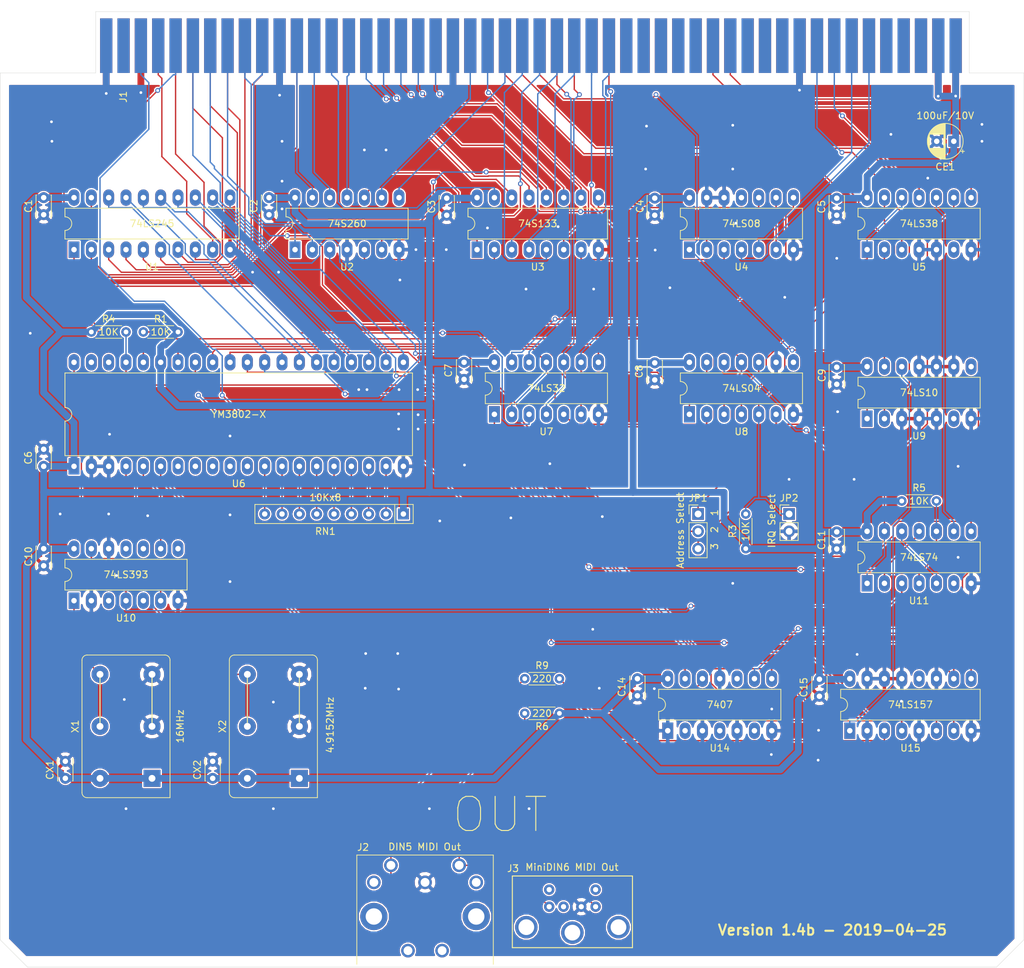
<source format=kicad_pcb>
(kicad_pcb (version 20171130) (host pcbnew "(5.0.2)-1")
  (layers (0 F.Cu signal) (31 B.Cu signal) (34 B.Paste user hide) (35 F.Paste user hide) (36 B.SilkS user hide) (37 F.SilkS user) (38 B.Mask user hide) (39 F.Mask user) (44 Edge.Cuts user))
  (net 0 "")
  (net 1 +5V)
  (net 2 GND)
  (net 3 /DB0)
  (net 4 /DB1)
  (net 5 /DB2)
  (net 6 /DB3)
  (net 7 /DB4)
  (net 8 /DB5)
  (net 9 /DB6)
  (net 10 /DB7)
  (net 11 /IDDIR)
  (net 12 /AB10)
  (net 13 /AB20)
  (net 14 /AB16)
  (net 15 /AB18)
  (net 16 /AB7)
  (net 17 /AB8)
  (net 18 /AB6)
  (net 19 /AB5)
  (net 20 /AB11)
  (net 21 /AB12)
  (net 22 /AB13)
  (net 23 /AB14)
  (net 24 /AB15)
  (net 25 /AB17)
  (net 26 /AB19)
  (net 27 /AB22)
  (net 28 /AB21)
  (net 29 /IACK2)
  (net 30 /IACK4)
  (net 31 /AB23)
  (net 32 /A)
  (net 33 /IRQ4)
  (net 34 /DTACK)
  (net 35 /IRQ2)
  (net 36 /AS)
  (net 37 /LDS)
  (net 38 /RW)
  (net 39 /B)
  (net 40 /C)
  (net 41 /10MHz)
  (net 42 /EXRESET)
  (net 43 /AB4)
  (net 44 /AB3)
  (net 45 /AB2)
  (net 46 /AB1)
  (net 47 "Net-(J1-PadA48)")
  (net 48 "Net-(J1-PadA47)")
  (net 49 "Net-(J1-PadA46)")
  (net 50 "Net-(J1-PadA45)")
  (net 51 "Net-(J1-PadA44)")
  (net 52 "Net-(J1-PadA43)")
  (net 53 "Net-(J1-PadA42)")
  (net 54 "Net-(J1-PadA40)")
  (net 55 "Net-(J1-PadA39)")
  (net 56 "Net-(J1-PadA38)")
  (net 57 "Net-(J1-PadA35)")
  (net 58 "Net-(J1-PadA34)")
  (net 59 "Net-(J1-PadA33)")
  (net 60 "Net-(J1-PadA32)")
  (net 61 "Net-(J1-PadA31)")
  (net 62 "Net-(J1-PadA29)")
  (net 63 "Net-(J1-PadA23)")
  (net 64 "Net-(J1-PadA22)")
  (net 65 "Net-(J1-PadA20)")
  (net 66 "Net-(J1-PadA19)")
  (net 67 "Net-(J1-PadA18)")
  (net 68 "Net-(J1-PadA17)")
  (net 69 "Net-(J1-PadA16)")
  (net 70 "Net-(J1-PadA15)")
  (net 71 "Net-(J1-PadA14)")
  (net 72 "Net-(J1-PadA13)")
  (net 73 "Net-(J1-PadA2)")
  (net 74 "Net-(J1-PadB48)")
  (net 75 "Net-(J1-PadB47)")
  (net 76 "Net-(J1-PadB46)")
  (net 77 "Net-(J1-PadB40)")
  (net 78 "Net-(J1-PadB39)")
  (net 79 "Net-(J1-PadB38)")
  (net 80 "Net-(J1-PadB37)")
  (net 81 "Net-(J1-PadB36)")
  (net 82 "Net-(J1-PadB35)")
  (net 83 "Net-(J1-PadB34)")
  (net 84 "Net-(J1-PadB33)")
  (net 85 "Net-(J1-PadB32)")
  (net 86 "Net-(J1-PadB31)")
  (net 87 /AB9)
  (net 88 "Net-(J1-PadB4)")
  (net 89 "Net-(J1-PadB2)")
  (net 90 "Net-(R5-Pad2)")
  (net 91 "Net-(R4-Pad2)")
  (net 92 "Net-(JP2-Pad1)")
  (net 93 "Net-(R1-Pad2)")
  (net 94 "Net-(R9-Pad2)")
  (net 95 "Net-(RN1-Pad2)")
  (net 96 "Net-(RN1-Pad3)")
  (net 97 "Net-(RN1-Pad4)")
  (net 98 "Net-(RN1-Pad5)")
  (net 99 "Net-(RN1-Pad6)")
  (net 100 "Net-(RN1-Pad7)")
  (net 101 "Net-(RN1-Pad8)")
  (net 102 "Net-(RN1-Pad9)")
  (net 103 "Net-(U1-Pad11)")
  (net 104 "Net-(U1-Pad12)")
  (net 105 "Net-(U1-Pad13)")
  (net 106 "Net-(U1-Pad14)")
  (net 107 "Net-(U1-Pad15)")
  (net 108 "Net-(U14-Pad13)")
  (net 109 "Net-(U1-Pad16)")
  (net 110 "Net-(U6-Pad7)")
  (net 111 "Net-(U1-Pad17)")
  (net 112 "Net-(U6-Pad8)")
  (net 113 "Net-(U1-Pad18)")
  (net 114 "Net-(U6-Pad9)")
  (net 115 "Net-(U15-Pad4)")
  (net 116 "Net-(U15-Pad7)")
  (net 117 "Net-(U15-Pad9)")
  (net 118 "Net-(U6-Pad32)")
  (net 119 "Net-(U6-Pad33)")
  (net 120 "Net-(U6-Pad34)")
  (net 121 /4MHz)
  (net 122 "Net-(U1-Pad19)")
  (net 123 "Net-(U2-Pad6)")
  (net 124 "Net-(U3-Pad9)")
  (net 125 "Net-(U2-Pad5)")
  (net 126 "Net-(U3-Pad7)")
  (net 127 "Net-(U15-Pad12)")
  (net 128 "Net-(U15-Pad1)")
  (net 129 "Net-(U7-Pad5)")
  (net 130 "Net-(JP1-Pad3)")
  (net 131 "Net-(U5-Pad1)")
  (net 132 "Net-(U11-Pad1)")
  (net 133 "Net-(U5-Pad13)")
  (net 134 "Net-(JP1-Pad2)")
  (net 135 "Net-(U4-Pad8)")
  (net 136 "Net-(U4-Pad6)")
  (net 137 "Net-(U11-Pad9)")
  (net 138 "Net-(U10-Pad13)")
  (net 139 "Net-(U10-Pad5)")
  (net 140 "Net-(U10-Pad11)")
  (net 141 "Net-(U10-Pad10)")
  (net 142 "Net-(U10-Pad3)")
  (net 143 "Net-(U10-Pad8)")
  (net 144 "Net-(U10-Pad1)")
  (net 145 "Net-(U11-Pad8)")
  (net 146 "Net-(U11-Pad12)")
  (net 147 "Net-(U11-Pad6)")
  (net 148 "Net-(J2-Pad1)")
  (net 149 "Net-(J2-Pad5)")
  (net 150 "Net-(J2-Pad4)")
  (net 151 "Net-(J2-Pad3)")
  (net 152 "Net-(J3-Pad6)")
  (net 153 "Net-(U4-Pad11)")
  (net 154 "Net-(U5-Pad6)")
  (net 155 "Net-(U9-Pad8)")
  (net 156 "Net-(U9-Pad6)")
  (net 157 "Net-(U8-Pad8)")
  (net 158 "Net-(U14-Pad6)")
  (net 159 "Net-(U14-Pad4)")
  (net 160 "Net-(U14-Pad10)")
  (net 161 "Net-(U14-Pad2)")
  (net 162 "Net-(J3-Pad2)")
  (net 163 "Net-(J3-Pad5)")
  (net 164 /1MHz)
  (net 165 /614.4kHz)
  (module Capacitor_THT:C_Disc_D3.0mm_W2.0mm_P2.50mm (layer F.Cu) (at 74.295 132.08 90)
    (fp_text reference CX1 (at 1.25 -2.25 90) (layer F.SilkS))
    (fp_text value UX1)
    (pad 2 thru_hole circle (at 2.5 0 90) (size 1.6 1.6) (drill 0.8) (layers *.Cu *.Mask) (net 2 GND))
    (pad 1 thru_hole circle (at 0 0 90) (size 1.6 1.6) (drill 0.8) (layers *.Cu *.Mask) (net 1 +5V))
  )
  (module Capacitor_THT:C_Disc_D3.0mm_W2.0mm_P2.50mm (layer F.Cu) (at 95.885 132.08 90)
    (fp_text reference CX2 (at 1.25 -2.25 90) (layer F.SilkS))
    (fp_text value UX2)
    (pad 1 thru_hole circle (at 0 0 90) (size 1.6 1.6) (drill 0.8) (layers *.Cu *.Mask) (net 1 +5V))
    (pad 2 thru_hole circle (at 2.5 0 90) (size 1.6 1.6) (drill 0.8) (layers *.Cu *.Mask) (net 2 GND))
  )
  (module x68000-midi:MINI-DIN-6-FULL-SHIELD (layer F.Cu) (at 148.59 159.385 180)
    (fp_text reference J3 (at 8.6995 14.097 180) (layer F.SilkS))
    (fp_text value "MiniDIN6 MIDI Out" (at 0.0635 14.2875 180) (layer F.SilkS))
    (pad 7 thru_hole circle (at -6.75 5.5 180) (size 3.3 3.3) (drill 2.3) (layers *.Cu *.Mask))
    (pad 7 thru_hole circle (at 6.75 5.5 180) (size 3.3 3.3) (drill 2.3) (layers *.Cu *.Mask))
    (pad 4 thru_hole circle (at 3.4 8.5 180) (size 1.524 1.524) (drill 0.762) (layers *.Cu *.Mask) (net 149 "Net-(J2-Pad5)"))
    (pad 6 thru_hole circle (at 3.4 11 180) (size 1.524 1.524) (drill 0.762) (layers *.Cu *.Mask) (net 152 "Net-(J3-Pad6)"))
    (pad 3 thru_hole circle (at -3.4 8.5 180) (size 1.524 1.524) (drill 0.762) (layers *.Cu *.Mask) (net 150 "Net-(J2-Pad4)"))
    (pad 5 thru_hole circle (at -3.4 11 180) (size 1.524 1.524) (drill 0.762) (layers *.Cu *.Mask) (net 163 "Net-(J3-Pad5)"))
    (pad 2 thru_hole circle (at 1.3 8.5 180) (size 1.524 1.524) (drill 0.762) (layers *.Cu *.Mask) (net 162 "Net-(J3-Pad2)"))
    (pad 1 thru_hole circle (at -1.3 8.5 180) (size 1.524 1.524) (drill 0.762) (layers *.Cu *.Mask) (net 2 GND))
    (pad 7 thru_hole circle (at 0 4.7 180) (size 3.3 3.3) (drill 2.3) (layers *.Cu *.Mask))
  )
  (module Capacitor_THT:C_Disc_D3.0mm_W2.0mm_P2.50mm (layer F.Cu) (at 158.115 117.475 270)
    (fp_text reference C14 (at 1.2065 2.286 270) (layer F.SilkS))
    (fp_text value U14)
    (pad 1 thru_hole circle (at 0 0 270) (size 1.6 1.6) (drill 0.8) (layers *.Cu *.Mask) (net 1 +5V))
    (pad 2 thru_hole circle (at 2.5 0 270) (size 1.6 1.6) (drill 0.8) (layers *.Cu *.Mask) (net 2 GND))
  )
  (module Capacitor_THT:C_Disc_D3.0mm_W2.0mm_P2.50mm (layer F.Cu) (at 184.785 117.555 270)
    (fp_text reference C15 (at 1.19 2.286 270) (layer F.SilkS))
    (fp_text value U15)
    (pad 2 thru_hole circle (at 2.5 0 270) (size 1.6 1.6) (drill 0.8) (layers *.Cu *.Mask) (net 2 GND))
    (pad 1 thru_hole circle (at 0 0 270) (size 1.6 1.6) (drill 0.8) (layers *.Cu *.Mask) (net 1 +5V))
  )
  (module Capacitor_THT:C_Disc_D3.0mm_W2.0mm_P2.50mm (layer F.Cu) (at 71.12 98.425 270)
    (fp_text reference C10 (at 1.143 2.2225 270) (layer F.SilkS))
    (fp_text value U10)
    (pad 1 thru_hole circle (at 0 0 270) (size 1.6 1.6) (drill 0.8) (layers *.Cu *.Mask) (net 1 +5V))
    (pad 2 thru_hole circle (at 2.5 0 270) (size 1.6 1.6) (drill 0.8) (layers *.Cu *.Mask) (net 2 GND))
  )
  (module Capacitor_THT:C_Disc_D3.0mm_W2.0mm_P2.50mm (layer F.Cu) (at 187.325 71.835 270)
    (fp_text reference C9 (at 1.19 2.159 270) (layer F.SilkS))
    (fp_text value U9)
    (pad 2 thru_hole circle (at 2.5 0 270) (size 1.6 1.6) (drill 0.8) (layers *.Cu *.Mask) (net 2 GND))
    (pad 1 thru_hole circle (at 0 0 270) (size 1.6 1.6) (drill 0.8) (layers *.Cu *.Mask) (net 1 +5V))
  )
  (module Capacitor_THT:C_Disc_D3.0mm_W2.0mm_P2.50mm (layer F.Cu) (at 71.12 46.99 270)
    (fp_text reference C1 (at 1.25 2.2225 270) (layer F.SilkS))
    (fp_text value U1)
    (pad 1 thru_hole circle (at 0 0 270) (size 1.6 1.6) (drill 0.8) (layers *.Cu *.Mask) (net 1 +5V))
    (pad 2 thru_hole circle (at 2.5 0 270) (size 1.6 1.6) (drill 0.8) (layers *.Cu *.Mask) (net 2 GND))
  )
  (module Capacitor_THT:C_Disc_D3.0mm_W2.0mm_P2.50mm (layer F.Cu) (at 160.655 71.2 270)
    (fp_text reference C8 (at 1.25 2.286 270) (layer F.SilkS))
    (fp_text value U8)
    (pad 2 thru_hole circle (at 2.5 0 270) (size 1.6 1.6) (drill 0.8) (layers *.Cu *.Mask) (net 2 GND))
    (pad 1 thru_hole circle (at 0 0 270) (size 1.6 1.6) (drill 0.8) (layers *.Cu *.Mask) (net 1 +5V))
  )
  (module Capacitor_THT:C_Disc_D3.0mm_W2.0mm_P2.50mm (layer F.Cu) (at 132.715 71.12 270)
    (fp_text reference C7 (at 1.2065 2.286 270) (layer F.SilkS))
    (fp_text value U7)
    (pad 1 thru_hole circle (at 0 0 270) (size 1.6 1.6) (drill 0.8) (layers *.Cu *.Mask) (net 1 +5V))
    (pad 2 thru_hole circle (at 2.5 0 270) (size 1.6 1.6) (drill 0.8) (layers *.Cu *.Mask) (net 2 GND))
  )
  (module Capacitor_THT:C_Disc_D3.0mm_W2.0mm_P2.50mm (layer F.Cu) (at 71.12 86.36 90)
    (fp_text reference C6 (at 1.25 -2.25 90) (layer F.SilkS))
    (fp_text value U6)
    (pad 2 thru_hole circle (at 2.5 0 90) (size 1.6 1.6) (drill 0.8) (layers *.Cu *.Mask) (net 2 GND))
    (pad 1 thru_hole circle (at 0 0 90) (size 1.6 1.6) (drill 0.8) (layers *.Cu *.Mask) (net 1 +5V))
  )
  (module Capacitor_THT:C_Disc_D3.0mm_W2.0mm_P2.50mm (layer F.Cu) (at 187.325 47.07 270)
    (fp_text reference C5 (at 1.2535 2.2225 270) (layer F.SilkS))
    (fp_text value U5)
    (pad 1 thru_hole circle (at 0 0 270) (size 1.6 1.6) (drill 0.8) (layers *.Cu *.Mask) (net 1 +5V))
    (pad 2 thru_hole circle (at 2.5 0 270) (size 1.6 1.6) (drill 0.8) (layers *.Cu *.Mask) (net 2 GND))
  )
  (module Capacitor_THT:C_Disc_D3.0mm_W2.0mm_P2.50mm (layer F.Cu) (at 160.655 47.07 270)
    (fp_text reference C4 (at 1.19 2.159 270) (layer F.SilkS))
    (fp_text value U4)
    (pad 2 thru_hole circle (at 2.5 0 270) (size 1.6 1.6) (drill 0.8) (layers *.Cu *.Mask) (net 2 GND))
    (pad 1 thru_hole circle (at 0 0 270) (size 1.6 1.6) (drill 0.8) (layers *.Cu *.Mask) (net 1 +5V))
  )
  (module Capacitor_THT:C_Disc_D3.0mm_W2.0mm_P2.50mm (layer F.Cu) (at 130.175 47.07 270)
    (fp_text reference C3 (at 1.2535 2.2225 270) (layer F.SilkS))
    (fp_text value U3)
    (pad 1 thru_hole circle (at 0 0 270) (size 1.6 1.6) (drill 0.8) (layers *.Cu *.Mask) (net 1 +5V))
    (pad 2 thru_hole circle (at 2.5 0 270) (size 1.6 1.6) (drill 0.8) (layers *.Cu *.Mask) (net 2 GND))
  )
  (module Capacitor_THT:C_Disc_D3.0mm_W2.0mm_P2.50mm (layer F.Cu) (at 104.14 46.99 270)
    (fp_text reference C2 (at 1.25 2.2225 270) (layer F.SilkS))
    (fp_text value U2)
    (pad 2 thru_hole circle (at 2.5 0 270) (size 1.6 1.6) (drill 0.8) (layers *.Cu *.Mask) (net 2 GND))
    (pad 1 thru_hole circle (at 0 0 270) (size 1.6 1.6) (drill 0.8) (layers *.Cu *.Mask) (net 1 +5V))
  )
  (module Capacitor_THT:C_Disc_D3.0mm_W2.0mm_P2.50mm (layer F.Cu) (at 187.325 95.965 270)
    (fp_text reference C11 (at 1.19 2.2225 270) (layer F.SilkS))
    (fp_text value U11)
    (pad 1 thru_hole circle (at 0 0 270) (size 1.6 1.6) (drill 0.8) (layers *.Cu *.Mask) (net 1 +5V))
    (pad 2 thru_hole circle (at 2.5 0 270) (size 1.6 1.6) (drill 0.8) (layers *.Cu *.Mask) (net 2 GND))
  )
  (module Resistor_THT:R_Axial_DIN0204_L3.6mm_D1.6mm_P5.08mm_Horizontal (layer F.Cu) (at 173.99 98.425 90)
    (fp_text reference R3 (at 2.54 -1.92 90) (layer F.SilkS))
    (fp_text value 10K (at 2.54 0 90) (layer F.SilkS))
    (pad 2 thru_hole oval (at 5.08 0 90) (size 1.4 1.4) (drill 0.7) (layers *.Cu *.Mask) (net 92 "Net-(JP2-Pad1)"))
    (pad 1 thru_hole circle (at 0 0 90) (size 1.4 1.4) (drill 0.7) (layers *.Cu *.Mask) (net 1 +5V))
  )
  (module Resistor_THT:R_Axial_DIN0204_L3.6mm_D1.6mm_P5.08mm_Horizontal (layer F.Cu) (at 78.105 66.675)
    (fp_text reference R4 (at 2.54 -1.92) (layer F.SilkS))
    (fp_text value 10K (at 2.54 0) (layer F.SilkS))
    (pad 1 thru_hole circle (at 0 0) (size 1.4 1.4) (drill 0.7) (layers *.Cu *.Mask) (net 1 +5V))
    (pad 2 thru_hole oval (at 5.08 0) (size 1.4 1.4) (drill 0.7) (layers *.Cu *.Mask) (net 91 "Net-(R4-Pad2)"))
  )
  (module Resistor_THT:R_Axial_DIN0204_L3.6mm_D1.6mm_P5.08mm_Horizontal (layer F.Cu) (at 196.85 91.44)
    (fp_text reference R5 (at 2.54 -1.92) (layer F.SilkS))
    (fp_text value 10K (at 2.54 0) (layer F.SilkS))
    (pad 2 thru_hole oval (at 5.08 0) (size 1.4 1.4) (drill 0.7) (layers *.Cu *.Mask) (net 90 "Net-(R5-Pad2)"))
    (pad 1 thru_hole circle (at 0 0) (size 1.4 1.4) (drill 0.7) (layers *.Cu *.Mask) (net 1 +5V))
  )
  (module Resistor_THT:R_Axial_DIN0204_L3.6mm_D1.6mm_P5.08mm_Horizontal (layer F.Cu) (at 146.685 122.555 180)
    (fp_text reference R6 (at 2.54 -1.92 180) (layer F.SilkS))
    (fp_text value 220 (at 2.54 0 180) (layer F.SilkS))
    (pad 1 thru_hole circle (at 0 0 180) (size 1.4 1.4) (drill 0.7) (layers *.Cu *.Mask) (net 1 +5V))
    (pad 2 thru_hole oval (at 5.08 0 180) (size 1.4 1.4) (drill 0.7) (layers *.Cu *.Mask) (net 150 "Net-(J2-Pad4)"))
  )
  (module Resistor_THT:R_Axial_DIN0204_L3.6mm_D1.6mm_P5.08mm_Horizontal (layer F.Cu) (at 141.605 117.475)
    (fp_text reference R9 (at 2.54 -1.92) (layer F.SilkS))
    (fp_text value 220 (at 2.54 0) (layer F.SilkS))
    (pad 2 thru_hole oval (at 5.08 0) (size 1.4 1.4) (drill 0.7) (layers *.Cu *.Mask) (net 94 "Net-(R9-Pad2)"))
    (pad 1 thru_hole circle (at 0 0) (size 1.4 1.4) (drill 0.7) (layers *.Cu *.Mask) (net 149 "Net-(J2-Pad5)"))
  )
  (module Resistor_THT:R_Axial_DIN0204_L3.6mm_D1.6mm_P5.08mm_Horizontal (layer F.Cu) (at 90.805 66.675 180)
    (fp_text reference R1 (at 2.54 1.905 180) (layer F.SilkS))
    (fp_text value 10K (at 2.54 0 180) (layer F.SilkS))
    (pad 1 thru_hole circle (at 0 0 180) (size 1.4 1.4) (drill 0.7) (layers *.Cu *.Mask) (net 1 +5V))
    (pad 2 thru_hole oval (at 5.08 0 180) (size 1.4 1.4) (drill 0.7) (layers *.Cu *.Mask) (net 93 "Net-(R1-Pad2)"))
  )
  (module Capacitor_THT:CP_Radial_D5.0mm_P2.50mm (layer F.Cu) (at 204.47 38.735 180)
    (fp_text reference CE1 (at 1.25 -3.75 180) (layer F.SilkS))
    (fp_text value 100uF/10V (at 1.25 3.75 180) (layer F.SilkS))
    (pad 1 thru_hole rect (at 0 0 180) (size 1.6 1.6) (drill 0.8) (layers *.Cu *.Mask) (net 1 +5V))
    (pad 2 thru_hole circle (at 2.5 0 180) (size 1.6 1.6) (drill 0.8) (layers *.Cu *.Mask) (net 2 GND))
  )
  (module x68000-midi:Oscillator_DIP-14_LargePads-dualfootprint (layer F.Cu) (at 86.995 132.08 90)
    (fp_text reference X1 (at 7.62 -11.26 90) (layer F.SilkS))
    (fp_text value 16MHz (at 7.62 4.1275 90) (layer F.SilkS))
    (pad 3 thru_hole circle (at 7.62 -7.62 90) (size 2.5 2.5) (drill 1) (layers *.Cu *.Mask) (net 144 "Net-(U10-Pad1)"))
    (pad 2 thru_hole circle (at 7.62 0 90) (size 2.5 2.5) (drill 1) (layers *.Cu *.Mask) (net 2 GND))
    (pad 1 thru_hole rect (at 0 0 90) (size 2.5 2.5) (drill 1) (layers *.Cu *.Mask) (net 1 +5V))
    (pad 4 thru_hole circle (at 0 -7.62 90) (size 2.5 2.5) (drill 1) (layers *.Cu *.Mask) (net 1 +5V))
    (pad 3 thru_hole circle (at 15.24 -7.62 90) (size 2.5 2.5) (drill 1) (layers *.Cu *.Mask) (net 144 "Net-(U10-Pad1)"))
    (pad 2 thru_hole circle (at 15.24 0 90) (size 2.5 2.5) (drill 1) (layers *.Cu *.Mask) (net 2 GND))
  )
  (module x68000-midi:Oscillator_DIP-14_LargePads-dualfootprint (layer F.Cu) (at 108.585 132.08 90)
    (fp_text reference X2 (at 7.62 -11.26 90) (layer F.SilkS))
    (fp_text value 4.9152MHz (at 7.8105 4.5085 90) (layer F.SilkS))
    (pad 2 thru_hole circle (at 15.24 0 90) (size 2.5 2.5) (drill 1) (layers *.Cu *.Mask) (net 2 GND))
    (pad 3 thru_hole circle (at 15.24 -7.62 90) (size 2.5 2.5) (drill 1) (layers *.Cu *.Mask) (net 138 "Net-(U10-Pad13)"))
    (pad 4 thru_hole circle (at 0 -7.62 90) (size 2.5 2.5) (drill 1) (layers *.Cu *.Mask) (net 1 +5V))
    (pad 1 thru_hole rect (at 0 0 90) (size 2.5 2.5) (drill 1) (layers *.Cu *.Mask) (net 1 +5V))
    (pad 2 thru_hole circle (at 7.62 0 90) (size 2.5 2.5) (drill 1) (layers *.Cu *.Mask) (net 2 GND))
    (pad 3 thru_hole circle (at 7.62 -7.62 90) (size 2.5 2.5) (drill 1) (layers *.Cu *.Mask) (net 138 "Net-(U10-Pad13)"))
  )
  (module x68000-midi:sds-50j (layer F.Cu) (at 127 147.32)
    (fp_text reference J2 (at -9.0805 -5.1435) (layer F.SilkS))
    (fp_text value "DIN5 MIDI Out" (at -0.0635 -5.207 180) (layer F.SilkS))
    (pad "" thru_hole circle (at 7.5 5) (size 4 4) (drill 2.4) (layers *.Cu *.Mask))
    (pad "" thru_hole circle (at -7.5 5) (size 4 4) (drill 2.4) (layers *.Cu *.Mask))
    (pad "" thru_hole circle (at -2.5 10) (size 2 2) (drill 1.3) (layers *.Cu *.Mask))
    (pad "" thru_hole circle (at 2.5 10) (size 2 2) (drill 1.3) (layers *.Cu *.Mask))
    (pad 1 thru_hole circle (at 7.5 0) (size 2 2) (drill 1.3) (layers *.Cu *.Mask) (net 148 "Net-(J2-Pad1)"))
    (pad 5 thru_hole circle (at -5 -2.5) (size 2 2) (drill 1.3) (layers *.Cu *.Mask) (net 149 "Net-(J2-Pad5)"))
    (pad 4 thru_hole circle (at 5 -2.5) (size 2 2) (drill 1.3) (layers *.Cu *.Mask) (net 150 "Net-(J2-Pad4)"))
    (pad 3 thru_hole circle (at -7.5 0) (size 2 2) (drill 1.3) (layers *.Cu *.Mask) (net 151 "Net-(J2-Pad3)"))
    (pad 2 thru_hole circle (at 0 0) (size 2 2) (drill 1.3) (layers *.Cu *.Mask) (net 2 GND))
  )
  (module Connector_PinHeader_2.54mm:PinHeader_1x02_P2.54mm_Vertical (layer F.Cu) (at 180.34 93.345)
    (fp_text reference JP2 (at 0 -2.33) (layer F.SilkS))
    (fp_text value "IRQ Select" (at -2.54 1.016 90) (layer F.SilkS))
    (pad 1 thru_hole rect (at 0 0) (size 1.7 1.7) (drill 1) (layers *.Cu *.Mask) (net 92 "Net-(JP2-Pad1)"))
    (pad 2 thru_hole oval (at 0 2.54) (size 1.7 1.7) (drill 1) (layers *.Cu *.Mask) (net 2 GND))
  )
  (module Connector_PinHeader_2.54mm:PinHeader_1x03_P2.54mm_Vertical (layer F.Cu) (at 167.005 93.345)
    (fp_text reference JP1 (at 0 -2.33) (layer F.SilkS))
    (fp_text value "Address Select" (at -2.6035 2.413 90) (layer F.SilkS))
    (fp_text user "3  2  1" (at 2.413 2.286 90) (layer F.SilkS))
    (pad 1 thru_hole rect (at 0 0) (size 1.7 1.7) (drill 1) (layers *.Cu *.Mask) (net 43 /AB4))
    (pad 2 thru_hole oval (at 0 2.54) (size 1.7 1.7) (drill 1) (layers *.Cu *.Mask) (net 134 "Net-(JP1-Pad2)"))
    (pad 3 thru_hole oval (at 0 5.08) (size 1.7 1.7) (drill 1) (layers *.Cu *.Mask) (net 130 "Net-(JP1-Pad3)"))
  )
  (module Package_DIP:DIP-14_W7.62mm_LongPads (layer F.Cu) (at 137.16 78.74 90)
    (fp_text reference U7 (at -2.54 7.62 -180) (layer F.SilkS))
    (fp_text value 74LS32 (at 3.81 7.62 -180) (layer F.SilkS))
    (pad 1 thru_hole rect (at 0 0 90) (size 2.4 1.6) (drill 0.8) (layers *.Cu *.Mask) (net 145 "Net-(U11-Pad8)"))
    (pad 8 thru_hole oval (at 7.62 15.24 90) (size 2.4 1.6) (drill 0.8) (layers *.Cu *.Mask) (net 119 "Net-(U6-Pad33)"))
    (pad 2 thru_hole oval (at 0 2.54 90) (size 2.4 1.6) (drill 0.8) (layers *.Cu *.Mask) (net 118 "Net-(U6-Pad32)"))
    (pad 9 thru_hole oval (at 7.62 12.7 90) (size 2.4 1.6) (drill 0.8) (layers *.Cu *.Mask) (net 38 /RW))
    (pad 3 thru_hole oval (at 0 5.08 90) (size 2.4 1.6) (drill 0.8) (layers *.Cu *.Mask) (net 122 "Net-(U1-Pad19)"))
    (pad 10 thru_hole oval (at 7.62 10.16 90) (size 2.4 1.6) (drill 0.8) (layers *.Cu *.Mask) (net 37 /LDS))
    (pad 4 thru_hole oval (at 0 7.62 90) (size 2.4 1.6) (drill 0.8) (layers *.Cu *.Mask) (net 37 /LDS))
    (pad 11 thru_hole oval (at 7.62 7.62 90) (size 2.4 1.6) (drill 0.8) (layers *.Cu *.Mask) (net 118 "Net-(U6-Pad32)"))
    (pad 5 thru_hole oval (at 0 10.16 90) (size 2.4 1.6) (drill 0.8) (layers *.Cu *.Mask) (net 129 "Net-(U7-Pad5)"))
    (pad 12 thru_hole oval (at 7.62 5.08 90) (size 2.4 1.6) (drill 0.8) (layers *.Cu *.Mask) (net 36 /AS))
    (pad 6 thru_hole oval (at 0 12.7 90) (size 2.4 1.6) (drill 0.8) (layers *.Cu *.Mask) (net 120 "Net-(U6-Pad34)"))
    (pad 13 thru_hole oval (at 7.62 2.54 90) (size 2.4 1.6) (drill 0.8) (layers *.Cu *.Mask) (net 135 "Net-(U4-Pad8)"))
    (pad 7 thru_hole oval (at 0 15.24 90) (size 2.4 1.6) (drill 0.8) (layers *.Cu *.Mask) (net 2 GND))
    (pad 14 thru_hole oval (at 7.62 0 90) (size 2.4 1.6) (drill 0.8) (layers *.Cu *.Mask) (net 1 +5V))
  )
  (module Package_DIP:DIP-14_W7.62mm_LongPads (layer F.Cu) (at 162.56 125.095 90)
    (fp_text reference U14 (at -2.54 7.62 -180) (layer F.SilkS))
    (fp_text value 7407 (at 3.81 7.62 -180) (layer F.SilkS))
    (pad 14 thru_hole oval (at 7.62 0 90) (size 2.4 1.6) (drill 0.8) (layers *.Cu *.Mask) (net 1 +5V))
    (pad 7 thru_hole oval (at 0 15.24 90) (size 2.4 1.6) (drill 0.8) (layers *.Cu *.Mask) (net 2 GND))
    (pad 13 thru_hole oval (at 7.62 2.54 90) (size 2.4 1.6) (drill 0.8) (layers *.Cu *.Mask) (net 108 "Net-(U14-Pad13)"))
    (pad 6 thru_hole oval (at 0 12.7 90) (size 2.4 1.6) (drill 0.8) (layers *.Cu *.Mask) (net 158 "Net-(U14-Pad6)"))
    (pad 12 thru_hole oval (at 7.62 5.08 90) (size 2.4 1.6) (drill 0.8) (layers *.Cu *.Mask) (net 94 "Net-(R9-Pad2)"))
    (pad 5 thru_hole oval (at 0 10.16 90) (size 2.4 1.6) (drill 0.8) (layers *.Cu *.Mask) (net 2 GND))
    (pad 11 thru_hole oval (at 7.62 7.62 90) (size 2.4 1.6) (drill 0.8) (layers *.Cu *.Mask) (net 2 GND))
    (pad 4 thru_hole oval (at 0 7.62 90) (size 2.4 1.6) (drill 0.8) (layers *.Cu *.Mask) (net 159 "Net-(U14-Pad4)"))
    (pad 10 thru_hole oval (at 7.62 10.16 90) (size 2.4 1.6) (drill 0.8) (layers *.Cu *.Mask) (net 160 "Net-(U14-Pad10)"))
    (pad 3 thru_hole oval (at 0 5.08 90) (size 2.4 1.6) (drill 0.8) (layers *.Cu *.Mask) (net 2 GND))
    (pad 9 thru_hole oval (at 7.62 12.7 90) (size 2.4 1.6) (drill 0.8) (layers *.Cu *.Mask) (net 42 /EXRESET))
    (pad 2 thru_hole oval (at 0 2.54 90) (size 2.4 1.6) (drill 0.8) (layers *.Cu *.Mask) (net 161 "Net-(U14-Pad2)"))
    (pad 8 thru_hole oval (at 7.62 15.24 90) (size 2.4 1.6) (drill 0.8) (layers *.Cu *.Mask) (net 91 "Net-(R4-Pad2)"))
    (pad 1 thru_hole rect (at 0 0 90) (size 2.4 1.6) (drill 0.8) (layers *.Cu *.Mask) (net 2 GND))
  )
  (module Package_DIP:DIP-14_W7.62mm_LongPads (layer F.Cu) (at 191.77 103.505 90)
    (fp_text reference U11 (at -2.54 7.62 -180) (layer F.SilkS))
    (fp_text value 74LS74 (at 3.81 7.62 -180) (layer F.SilkS))
    (pad 1 thru_hole rect (at 0 0 90) (size 2.4 1.6) (drill 0.8) (layers *.Cu *.Mask) (net 132 "Net-(U11-Pad1)"))
    (pad 8 thru_hole oval (at 7.62 15.24 90) (size 2.4 1.6) (drill 0.8) (layers *.Cu *.Mask) (net 145 "Net-(U11-Pad8)"))
    (pad 2 thru_hole oval (at 0 2.54 90) (size 2.4 1.6) (drill 0.8) (layers *.Cu *.Mask) (net 90 "Net-(R5-Pad2)"))
    (pad 9 thru_hole oval (at 7.62 12.7 90) (size 2.4 1.6) (drill 0.8) (layers *.Cu *.Mask) (net 137 "Net-(U11-Pad9)"))
    (pad 3 thru_hole oval (at 0 5.08 90) (size 2.4 1.6) (drill 0.8) (layers *.Cu *.Mask) (net 121 /4MHz))
    (pad 10 thru_hole oval (at 7.62 10.16 90) (size 2.4 1.6) (drill 0.8) (layers *.Cu *.Mask) (net 90 "Net-(R5-Pad2)"))
    (pad 4 thru_hole oval (at 0 7.62 90) (size 2.4 1.6) (drill 0.8) (layers *.Cu *.Mask) (net 90 "Net-(R5-Pad2)"))
    (pad 11 thru_hole oval (at 7.62 7.62 90) (size 2.4 1.6) (drill 0.8) (layers *.Cu *.Mask) (net 41 /10MHz))
    (pad 5 thru_hole oval (at 0 10.16 90) (size 2.4 1.6) (drill 0.8) (layers *.Cu *.Mask) (net 146 "Net-(U11-Pad12)"))
    (pad 12 thru_hole oval (at 7.62 5.08 90) (size 2.4 1.6) (drill 0.8) (layers *.Cu *.Mask) (net 146 "Net-(U11-Pad12)"))
    (pad 6 thru_hole oval (at 0 12.7 90) (size 2.4 1.6) (drill 0.8) (layers *.Cu *.Mask) (net 147 "Net-(U11-Pad6)"))
    (pad 13 thru_hole oval (at 7.62 2.54 90) (size 2.4 1.6) (drill 0.8) (layers *.Cu *.Mask) (net 132 "Net-(U11-Pad1)"))
    (pad 7 thru_hole oval (at 0 15.24 90) (size 2.4 1.6) (drill 0.8) (layers *.Cu *.Mask) (net 2 GND))
    (pad 14 thru_hole oval (at 7.62 0 90) (size 2.4 1.6) (drill 0.8) (layers *.Cu *.Mask) (net 1 +5V))
  )
  (module Package_DIP:DIP-14_W7.62mm_LongPads (layer F.Cu) (at 75.565 106.045 90)
    (fp_text reference U10 (at -2.54 7.62 -180) (layer F.SilkS))
    (fp_text value 74LS393 (at 3.81 7.62 -180) (layer F.SilkS))
    (pad 14 thru_hole oval (at 7.62 0 90) (size 2.4 1.6) (drill 0.8) (layers *.Cu *.Mask) (net 1 +5V))
    (pad 7 thru_hole oval (at 0 15.24 90) (size 2.4 1.6) (drill 0.8) (layers *.Cu *.Mask) (net 2 GND))
    (pad 13 thru_hole oval (at 7.62 2.54 90) (size 2.4 1.6) (drill 0.8) (layers *.Cu *.Mask) (net 138 "Net-(U10-Pad13)"))
    (pad 6 thru_hole oval (at 0 12.7 90) (size 2.4 1.6) (drill 0.8) (layers *.Cu *.Mask) (net 164 /1MHz))
    (pad 12 thru_hole oval (at 7.62 5.08 90) (size 2.4 1.6) (drill 0.8) (layers *.Cu *.Mask) (net 2 GND))
    (pad 5 thru_hole oval (at 0 10.16 90) (size 2.4 1.6) (drill 0.8) (layers *.Cu *.Mask) (net 139 "Net-(U10-Pad5)"))
    (pad 11 thru_hole oval (at 7.62 7.62 90) (size 2.4 1.6) (drill 0.8) (layers *.Cu *.Mask) (net 140 "Net-(U10-Pad11)"))
    (pad 4 thru_hole oval (at 0 7.62 90) (size 2.4 1.6) (drill 0.8) (layers *.Cu *.Mask) (net 121 /4MHz))
    (pad 10 thru_hole oval (at 7.62 10.16 90) (size 2.4 1.6) (drill 0.8) (layers *.Cu *.Mask) (net 141 "Net-(U10-Pad10)"))
    (pad 3 thru_hole oval (at 0 5.08 90) (size 2.4 1.6) (drill 0.8) (layers *.Cu *.Mask) (net 142 "Net-(U10-Pad3)"))
    (pad 9 thru_hole oval (at 7.62 12.7 90) (size 2.4 1.6) (drill 0.8) (layers *.Cu *.Mask) (net 165 /614.4kHz))
    (pad 2 thru_hole oval (at 0 2.54 90) (size 2.4 1.6) (drill 0.8) (layers *.Cu *.Mask) (net 2 GND))
    (pad 8 thru_hole oval (at 7.62 15.24 90) (size 2.4 1.6) (drill 0.8) (layers *.Cu *.Mask) (net 143 "Net-(U10-Pad8)"))
    (pad 1 thru_hole rect (at 0 0 90) (size 2.4 1.6) (drill 0.8) (layers *.Cu *.Mask) (net 144 "Net-(U10-Pad1)"))
  )
  (module Package_DIP:DIP-14_W7.62mm_LongPads (layer F.Cu) (at 191.77 79.375 90)
    (fp_text reference U9 (at -2.54 7.62 -180) (layer F.SilkS))
    (fp_text value 74LS10 (at 3.81 7.62 -180) (layer F.SilkS))
    (pad 1 thru_hole rect (at 0 0 90) (size 2.4 1.6) (drill 0.8) (layers *.Cu *.Mask) (net 40 /C))
    (pad 8 thru_hole oval (at 7.62 15.24 90) (size 2.4 1.6) (drill 0.8) (layers *.Cu *.Mask) (net 155 "Net-(U9-Pad8)"))
    (pad 2 thru_hole oval (at 0 2.54 90) (size 2.4 1.6) (drill 0.8) (layers *.Cu *.Mask) (net 39 /B))
    (pad 9 thru_hole oval (at 7.62 12.7 90) (size 2.4 1.6) (drill 0.8) (layers *.Cu *.Mask) (net 2 GND))
    (pad 3 thru_hole oval (at 0 5.08 90) (size 2.4 1.6) (drill 0.8) (layers *.Cu *.Mask) (net 2 GND))
    (pad 10 thru_hole oval (at 7.62 10.16 90) (size 2.4 1.6) (drill 0.8) (layers *.Cu *.Mask) (net 2 GND))
    (pad 4 thru_hole oval (at 0 7.62 90) (size 2.4 1.6) (drill 0.8) (layers *.Cu *.Mask) (net 2 GND))
    (pad 11 thru_hole oval (at 7.62 7.62 90) (size 2.4 1.6) (drill 0.8) (layers *.Cu *.Mask) (net 2 GND))
    (pad 5 thru_hole oval (at 0 10.16 90) (size 2.4 1.6) (drill 0.8) (layers *.Cu *.Mask) (net 2 GND))
    (pad 12 thru_hole oval (at 7.62 5.08 90) (size 2.4 1.6) (drill 0.8) (layers *.Cu *.Mask) (net 128 "Net-(U15-Pad1)"))
    (pad 6 thru_hole oval (at 0 12.7 90) (size 2.4 1.6) (drill 0.8) (layers *.Cu *.Mask) (net 156 "Net-(U9-Pad6)"))
    (pad 13 thru_hole oval (at 7.62 2.54 90) (size 2.4 1.6) (drill 0.8) (layers *.Cu *.Mask) (net 32 /A))
    (pad 7 thru_hole oval (at 0 15.24 90) (size 2.4 1.6) (drill 0.8) (layers *.Cu *.Mask) (net 2 GND))
    (pad 14 thru_hole oval (at 7.62 0 90) (size 2.4 1.6) (drill 0.8) (layers *.Cu *.Mask) (net 1 +5V))
  )
  (module Package_DIP:DIP-14_W7.62mm_LongPads (layer F.Cu) (at 191.77 54.61 90)
    (fp_text reference U5 (at -2.54 7.62 -180) (layer F.SilkS))
    (fp_text value 74LS38 (at 3.81 7.62 -180) (layer F.SilkS))
    (pad 14 thru_hole oval (at 7.62 0 90) (size 2.4 1.6) (drill 0.8) (layers *.Cu *.Mask) (net 1 +5V))
    (pad 7 thru_hole oval (at 0 15.24 90) (size 2.4 1.6) (drill 0.8) (layers *.Cu *.Mask) (net 2 GND))
    (pad 13 thru_hole oval (at 7.62 2.54 90) (size 2.4 1.6) (drill 0.8) (layers *.Cu *.Mask) (net 133 "Net-(U5-Pad13)"))
    (pad 6 thru_hole oval (at 0 12.7 90) (size 2.4 1.6) (drill 0.8) (layers *.Cu *.Mask) (net 154 "Net-(U5-Pad6)"))
    (pad 12 thru_hole oval (at 7.62 5.08 90) (size 2.4 1.6) (drill 0.8) (layers *.Cu *.Mask) (net 131 "Net-(U5-Pad1)"))
    (pad 5 thru_hole oval (at 0 10.16 90) (size 2.4 1.6) (drill 0.8) (layers *.Cu *.Mask) (net 2 GND))
    (pad 11 thru_hole oval (at 7.62 7.62 90) (size 2.4 1.6) (drill 0.8) (layers *.Cu *.Mask) (net 33 /IRQ4))
    (pad 4 thru_hole oval (at 0 7.62 90) (size 2.4 1.6) (drill 0.8) (layers *.Cu *.Mask) (net 2 GND))
    (pad 10 thru_hole oval (at 7.62 10.16 90) (size 2.4 1.6) (drill 0.8) (layers *.Cu *.Mask) (net 137 "Net-(U11-Pad9)"))
    (pad 3 thru_hole oval (at 0 5.08 90) (size 2.4 1.6) (drill 0.8) (layers *.Cu *.Mask) (net 35 /IRQ2))
    (pad 9 thru_hole oval (at 7.62 12.7 90) (size 2.4 1.6) (drill 0.8) (layers *.Cu *.Mask) (net 132 "Net-(U11-Pad1)"))
    (pad 2 thru_hole oval (at 0 2.54 90) (size 2.4 1.6) (drill 0.8) (layers *.Cu *.Mask) (net 92 "Net-(JP2-Pad1)"))
    (pad 8 thru_hole oval (at 7.62 15.24 90) (size 2.4 1.6) (drill 0.8) (layers *.Cu *.Mask) (net 34 /DTACK))
    (pad 1 thru_hole rect (at 0 0 90) (size 2.4 1.6) (drill 0.8) (layers *.Cu *.Mask) (net 131 "Net-(U5-Pad1)"))
  )
  (module Package_DIP:DIP-14_W7.62mm_LongPads (layer F.Cu) (at 165.735 54.61 90)
    (fp_text reference U4 (at -2.54 7.62 -180) (layer F.SilkS))
    (fp_text value 74LS08 (at 3.81 7.62 -180) (layer F.SilkS))
    (pad 1 thru_hole rect (at 0 0 90) (size 2.4 1.6) (drill 0.8) (layers *.Cu *.Mask) (net 32 /A))
    (pad 8 thru_hole oval (at 7.62 15.24 90) (size 2.4 1.6) (drill 0.8) (layers *.Cu *.Mask) (net 135 "Net-(U4-Pad8)"))
    (pad 2 thru_hole oval (at 0 2.54 90) (size 2.4 1.6) (drill 0.8) (layers *.Cu *.Mask) (net 31 /AB23))
    (pad 9 thru_hole oval (at 7.62 12.7 90) (size 2.4 1.6) (drill 0.8) (layers *.Cu *.Mask) (net 136 "Net-(U4-Pad6)"))
    (pad 3 thru_hole oval (at 0 5.08 90) (size 2.4 1.6) (drill 0.8) (layers *.Cu *.Mask) (net 126 "Net-(U3-Pad7)"))
    (pad 10 thru_hole oval (at 7.62 10.16 90) (size 2.4 1.6) (drill 0.8) (layers *.Cu *.Mask) (net 124 "Net-(U3-Pad9)"))
    (pad 4 thru_hole oval (at 0 7.62 90) (size 2.4 1.6) (drill 0.8) (layers *.Cu *.Mask) (net 30 /IACK4))
    (pad 11 thru_hole oval (at 7.62 7.62 90) (size 2.4 1.6) (drill 0.8) (layers *.Cu *.Mask) (net 153 "Net-(U4-Pad11)"))
    (pad 5 thru_hole oval (at 0 10.16 90) (size 2.4 1.6) (drill 0.8) (layers *.Cu *.Mask) (net 29 /IACK2))
    (pad 12 thru_hole oval (at 7.62 5.08 90) (size 2.4 1.6) (drill 0.8) (layers *.Cu *.Mask) (net 2 GND))
    (pad 6 thru_hole oval (at 0 12.7 90) (size 2.4 1.6) (drill 0.8) (layers *.Cu *.Mask) (net 136 "Net-(U4-Pad6)"))
    (pad 13 thru_hole oval (at 7.62 2.54 90) (size 2.4 1.6) (drill 0.8) (layers *.Cu *.Mask) (net 2 GND))
    (pad 7 thru_hole oval (at 0 15.24 90) (size 2.4 1.6) (drill 0.8) (layers *.Cu *.Mask) (net 2 GND))
    (pad 14 thru_hole oval (at 7.62 0 90) (size 2.4 1.6) (drill 0.8) (layers *.Cu *.Mask) (net 1 +5V))
  )
  (module Package_DIP:DIP-14_W7.62mm_LongPads (layer F.Cu) (at 107.95 54.61 90)
    (fp_text reference U2 (at -2.54 7.62 -180) (layer F.SilkS))
    (fp_text value 74S260 (at 3.81 7.62 -180) (layer F.SilkS))
    (pad 14 thru_hole oval (at 7.62 0 90) (size 2.4 1.6) (drill 0.8) (layers *.Cu *.Mask) (net 1 +5V))
    (pad 7 thru_hole oval (at 0 15.24 90) (size 2.4 1.6) (drill 0.8) (layers *.Cu *.Mask) (net 2 GND))
    (pad 13 thru_hole oval (at 7.62 2.54 90) (size 2.4 1.6) (drill 0.8) (layers *.Cu *.Mask) (net 16 /AB7))
    (pad 6 thru_hole oval (at 0 12.7 90) (size 2.4 1.6) (drill 0.8) (layers *.Cu *.Mask) (net 123 "Net-(U2-Pad6)"))
    (pad 12 thru_hole oval (at 7.62 5.08 90) (size 2.4 1.6) (drill 0.8) (layers *.Cu *.Mask) (net 17 /AB8))
    (pad 5 thru_hole oval (at 0 10.16 90) (size 2.4 1.6) (drill 0.8) (layers *.Cu *.Mask) (net 125 "Net-(U2-Pad5)"))
    (pad 11 thru_hole oval (at 7.62 7.62 90) (size 2.4 1.6) (drill 0.8) (layers *.Cu *.Mask) (net 12 /AB10))
    (pad 4 thru_hole oval (at 0 7.62 90) (size 2.4 1.6) (drill 0.8) (layers *.Cu *.Mask) (net 2 GND))
    (pad 10 thru_hole oval (at 7.62 10.16 90) (size 2.4 1.6) (drill 0.8) (layers *.Cu *.Mask) (net 13 /AB20))
    (pad 3 thru_hole oval (at 0 5.08 90) (size 2.4 1.6) (drill 0.8) (layers *.Cu *.Mask) (net 134 "Net-(JP1-Pad2)"))
    (pad 9 thru_hole oval (at 7.62 12.7 90) (size 2.4 1.6) (drill 0.8) (layers *.Cu *.Mask) (net 14 /AB16))
    (pad 2 thru_hole oval (at 0 2.54 90) (size 2.4 1.6) (drill 0.8) (layers *.Cu *.Mask) (net 18 /AB6))
    (pad 8 thru_hole oval (at 7.62 15.24 90) (size 2.4 1.6) (drill 0.8) (layers *.Cu *.Mask) (net 15 /AB18))
    (pad 1 thru_hole rect (at 0 0 90) (size 2.4 1.6) (drill 0.8) (layers *.Cu *.Mask) (net 19 /AB5))
  )
  (module Package_DIP:DIP-14_W7.62mm_LongPads (layer F.Cu) (at 165.735 78.74 90)
    (fp_text reference U8 (at -2.54 7.62 -180) (layer F.SilkS))
    (fp_text value 74LS04 (at 3.81 7.62 -180) (layer F.SilkS))
    (pad 1 thru_hole rect (at 0 0 90) (size 2.4 1.6) (drill 0.8) (layers *.Cu *.Mask) (net 38 /RW))
    (pad 8 thru_hole oval (at 7.62 15.24 90) (size 2.4 1.6) (drill 0.8) (layers *.Cu *.Mask) (net 157 "Net-(U8-Pad8)"))
    (pad 2 thru_hole oval (at 0 2.54 90) (size 2.4 1.6) (drill 0.8) (layers *.Cu *.Mask) (net 129 "Net-(U7-Pad5)"))
    (pad 9 thru_hole oval (at 7.62 12.7 90) (size 2.4 1.6) (drill 0.8) (layers *.Cu *.Mask) (net 2 GND))
    (pad 3 thru_hole oval (at 0 5.08 90) (size 2.4 1.6) (drill 0.8) (layers *.Cu *.Mask) (net 93 "Net-(R1-Pad2)"))
    (pad 10 thru_hole oval (at 7.62 10.16 90) (size 2.4 1.6) (drill 0.8) (layers *.Cu *.Mask) (net 130 "Net-(JP1-Pad3)"))
    (pad 4 thru_hole oval (at 0 7.62 90) (size 2.4 1.6) (drill 0.8) (layers *.Cu *.Mask) (net 131 "Net-(U5-Pad1)"))
    (pad 11 thru_hole oval (at 7.62 7.62 90) (size 2.4 1.6) (drill 0.8) (layers *.Cu *.Mask) (net 43 /AB4))
    (pad 5 thru_hole oval (at 0 10.16 90) (size 2.4 1.6) (drill 0.8) (layers *.Cu *.Mask) (net 92 "Net-(JP2-Pad1)"))
    (pad 12 thru_hole oval (at 7.62 5.08 90) (size 2.4 1.6) (drill 0.8) (layers *.Cu *.Mask) (net 132 "Net-(U11-Pad1)"))
    (pad 6 thru_hole oval (at 0 12.7 90) (size 2.4 1.6) (drill 0.8) (layers *.Cu *.Mask) (net 133 "Net-(U5-Pad13)"))
    (pad 13 thru_hole oval (at 7.62 2.54 90) (size 2.4 1.6) (drill 0.8) (layers *.Cu *.Mask) (net 118 "Net-(U6-Pad32)"))
    (pad 7 thru_hole oval (at 0 15.24 90) (size 2.4 1.6) (drill 0.8) (layers *.Cu *.Mask) (net 2 GND))
    (pad 14 thru_hole oval (at 7.62 0 90) (size 2.4 1.6) (drill 0.8) (layers *.Cu *.Mask) (net 1 +5V))
  )
  (module Package_DIP:DIP-16_W7.62mm_LongPads (layer F.Cu) (at 189.23 125.095 90)
    (fp_text reference U15 (at -2.54 8.89 -180) (layer F.SilkS))
    (fp_text value 74LS157 (at 3.81 8.89 -180) (layer F.SilkS))
    (pad 16 thru_hole oval (at 7.62 0 90) (size 2.4 1.6) (drill 0.8) (layers *.Cu *.Mask) (net 1 +5V))
    (pad 8 thru_hole oval (at 0 17.78 90) (size 2.4 1.6) (drill 0.8) (layers *.Cu *.Mask) (net 2 GND))
    (pad 15 thru_hole oval (at 7.62 2.54 90) (size 2.4 1.6) (drill 0.8) (layers *.Cu *.Mask) (net 2 GND))
    (pad 7 thru_hole oval (at 0 15.24 90) (size 2.4 1.6) (drill 0.8) (layers *.Cu *.Mask) (net 116 "Net-(U15-Pad7)"))
    (pad 14 thru_hole oval (at 7.62 5.08 90) (size 2.4 1.6) (drill 0.8) (layers *.Cu *.Mask) (net 2 GND))
    (pad 6 thru_hole oval (at 0 12.7 90) (size 2.4 1.6) (drill 0.8) (layers *.Cu *.Mask) (net 45 /AB2))
    (pad 13 thru_hole oval (at 7.62 7.62 90) (size 2.4 1.6) (drill 0.8) (layers *.Cu *.Mask) (net 2 GND))
    (pad 5 thru_hole oval (at 0 10.16 90) (size 2.4 1.6) (drill 0.8) (layers *.Cu *.Mask) (net 2 GND))
    (pad 12 thru_hole oval (at 7.62 10.16 90) (size 2.4 1.6) (drill 0.8) (layers *.Cu *.Mask) (net 127 "Net-(U15-Pad12)"))
    (pad 4 thru_hole oval (at 0 7.62 90) (size 2.4 1.6) (drill 0.8) (layers *.Cu *.Mask) (net 115 "Net-(U15-Pad4)"))
    (pad 11 thru_hole oval (at 7.62 12.7 90) (size 2.4 1.6) (drill 0.8) (layers *.Cu *.Mask) (net 2 GND))
    (pad 3 thru_hole oval (at 0 5.08 90) (size 2.4 1.6) (drill 0.8) (layers *.Cu *.Mask) (net 46 /AB1))
    (pad 10 thru_hole oval (at 7.62 15.24 90) (size 2.4 1.6) (drill 0.8) (layers *.Cu *.Mask) (net 44 /AB3))
    (pad 2 thru_hole oval (at 0 2.54 90) (size 2.4 1.6) (drill 0.8) (layers *.Cu *.Mask) (net 2 GND))
    (pad 9 thru_hole oval (at 7.62 17.78 90) (size 2.4 1.6) (drill 0.8) (layers *.Cu *.Mask) (net 117 "Net-(U15-Pad9)"))
    (pad 1 thru_hole rect (at 0 0 90) (size 2.4 1.6) (drill 0.8) (layers *.Cu *.Mask) (net 128 "Net-(U15-Pad1)"))
  )
  (module Package_DIP:DIP-16_W7.62mm_LongPads (layer F.Cu) (at 134.62 54.61 90)
    (fp_text reference U3 (at -2.54 8.89 -180) (layer F.SilkS))
    (fp_text value 74S133 (at 3.81 8.89 -180) (layer F.SilkS))
    (pad 1 thru_hole rect (at 0 0 90) (size 2.4 1.6) (drill 0.8) (layers *.Cu *.Mask) (net 123 "Net-(U2-Pad6)"))
    (pad 9 thru_hole oval (at 7.62 17.78 90) (size 2.4 1.6) (drill 0.8) (layers *.Cu *.Mask) (net 124 "Net-(U3-Pad9)"))
    (pad 2 thru_hole oval (at 0 2.54 90) (size 2.4 1.6) (drill 0.8) (layers *.Cu *.Mask) (net 125 "Net-(U2-Pad5)"))
    (pad 10 thru_hole oval (at 7.62 15.24 90) (size 2.4 1.6) (drill 0.8) (layers *.Cu *.Mask) (net 24 /AB15))
    (pad 3 thru_hole oval (at 0 5.08 90) (size 2.4 1.6) (drill 0.8) (layers *.Cu *.Mask) (net 28 /AB21))
    (pad 11 thru_hole oval (at 7.62 12.7 90) (size 2.4 1.6) (drill 0.8) (layers *.Cu *.Mask) (net 23 /AB14))
    (pad 4 thru_hole oval (at 0 7.62 90) (size 2.4 1.6) (drill 0.8) (layers *.Cu *.Mask) (net 27 /AB22))
    (pad 12 thru_hole oval (at 7.62 10.16 90) (size 2.4 1.6) (drill 0.8) (layers *.Cu *.Mask) (net 22 /AB13))
    (pad 5 thru_hole oval (at 0 10.16 90) (size 2.4 1.6) (drill 0.8) (layers *.Cu *.Mask) (net 26 /AB19))
    (pad 13 thru_hole oval (at 7.62 7.62 90) (size 2.4 1.6) (drill 0.8) (layers *.Cu *.Mask) (net 21 /AB12))
    (pad 6 thru_hole oval (at 0 12.7 90) (size 2.4 1.6) (drill 0.8) (layers *.Cu *.Mask) (net 25 /AB17))
    (pad 14 thru_hole oval (at 7.62 5.08 90) (size 2.4 1.6) (drill 0.8) (layers *.Cu *.Mask) (net 20 /AB11))
    (pad 7 thru_hole oval (at 0 15.24 90) (size 2.4 1.6) (drill 0.8) (layers *.Cu *.Mask) (net 126 "Net-(U3-Pad7)"))
    (pad 15 thru_hole oval (at 7.62 2.54 90) (size 2.4 1.6) (drill 0.8) (layers *.Cu *.Mask) (net 87 /AB9))
    (pad 8 thru_hole oval (at 0 17.78 90) (size 2.4 1.6) (drill 0.8) (layers *.Cu *.Mask) (net 2 GND))
    (pad 16 thru_hole oval (at 7.62 0 90) (size 2.4 1.6) (drill 0.8) (layers *.Cu *.Mask) (net 1 +5V))
  )
  (module Package_DIP:DIP-20_W7.62mm_LongPads (layer F.Cu) (at 75.565 54.61 90)
    (fp_text reference U1 (at -2.54 11.43 -180) (layer F.SilkS))
    (fp_text value 74LS245 (at 3.81 11.43 -180) (layer F.SilkS))
    (pad 1 thru_hole rect (at 0 0 90) (size 2.4 1.6) (drill 0.8) (layers *.Cu *.Mask) (net 11 /IDDIR))
    (pad 11 thru_hole oval (at 7.62 22.86 90) (size 2.4 1.6) (drill 0.8) (layers *.Cu *.Mask) (net 103 "Net-(U1-Pad11)"))
    (pad 2 thru_hole oval (at 0 2.54 90) (size 2.4 1.6) (drill 0.8) (layers *.Cu *.Mask) (net 10 /DB7))
    (pad 12 thru_hole oval (at 7.62 20.32 90) (size 2.4 1.6) (drill 0.8) (layers *.Cu *.Mask) (net 104 "Net-(U1-Pad12)"))
    (pad 3 thru_hole oval (at 0 5.08 90) (size 2.4 1.6) (drill 0.8) (layers *.Cu *.Mask) (net 9 /DB6))
    (pad 13 thru_hole oval (at 7.62 17.78 90) (size 2.4 1.6) (drill 0.8) (layers *.Cu *.Mask) (net 105 "Net-(U1-Pad13)"))
    (pad 4 thru_hole oval (at 0 7.62 90) (size 2.4 1.6) (drill 0.8) (layers *.Cu *.Mask) (net 8 /DB5))
    (pad 14 thru_hole oval (at 7.62 15.24 90) (size 2.4 1.6) (drill 0.8) (layers *.Cu *.Mask) (net 106 "Net-(U1-Pad14)"))
    (pad 5 thru_hole oval (at 0 10.16 90) (size 2.4 1.6) (drill 0.8) (layers *.Cu *.Mask) (net 7 /DB4))
    (pad 15 thru_hole oval (at 7.62 12.7 90) (size 2.4 1.6) (drill 0.8) (layers *.Cu *.Mask) (net 107 "Net-(U1-Pad15)"))
    (pad 6 thru_hole oval (at 0 12.7 90) (size 2.4 1.6) (drill 0.8) (layers *.Cu *.Mask) (net 6 /DB3))
    (pad 16 thru_hole oval (at 7.62 10.16 90) (size 2.4 1.6) (drill 0.8) (layers *.Cu *.Mask) (net 109 "Net-(U1-Pad16)"))
    (pad 7 thru_hole oval (at 0 15.24 90) (size 2.4 1.6) (drill 0.8) (layers *.Cu *.Mask) (net 5 /DB2))
    (pad 17 thru_hole oval (at 7.62 7.62 90) (size 2.4 1.6) (drill 0.8) (layers *.Cu *.Mask) (net 111 "Net-(U1-Pad17)"))
    (pad 8 thru_hole oval (at 0 17.78 90) (size 2.4 1.6) (drill 0.8) (layers *.Cu *.Mask) (net 4 /DB1))
    (pad 18 thru_hole oval (at 7.62 5.08 90) (size 2.4 1.6) (drill 0.8) (layers *.Cu *.Mask) (net 113 "Net-(U1-Pad18)"))
    (pad 9 thru_hole oval (at 0 20.32 90) (size 2.4 1.6) (drill 0.8) (layers *.Cu *.Mask) (net 3 /DB0))
    (pad 19 thru_hole oval (at 7.62 2.54 90) (size 2.4 1.6) (drill 0.8) (layers *.Cu *.Mask) (net 122 "Net-(U1-Pad19)"))
    (pad 10 thru_hole oval (at 0 22.86 90) (size 2.4 1.6) (drill 0.8) (layers *.Cu *.Mask) (net 2 GND))
    (pad 20 thru_hole oval (at 7.62 0 90) (size 2.4 1.6) (drill 0.8) (layers *.Cu *.Mask) (net 1 +5V))
  )
  (module Package_DIP:DIP-40_W15.24mm_LongPads (layer F.Cu) (at 75.565 86.36 90)
    (fp_text reference U6 (at -2.54 24.13 -180) (layer F.SilkS))
    (fp_text value YM3802-X (at 7.62 24.13 180) (layer F.SilkS))
    (pad 1 thru_hole rect (at 0 0 90) (size 2.4 1.6) (drill 0.8) (layers *.Cu *.Mask) (net 1 +5V))
    (pad 21 thru_hole oval (at 15.24 48.26 90) (size 2.4 1.6) (drill 0.8) (layers *.Cu *.Mask) (net 103 "Net-(U1-Pad11)"))
    (pad 2 thru_hole oval (at 0 2.54 90) (size 2.4 1.6) (drill 0.8) (layers *.Cu *.Mask) (net 2 GND))
    (pad 22 thru_hole oval (at 15.24 45.72 90) (size 2.4 1.6) (drill 0.8) (layers *.Cu *.Mask) (net 104 "Net-(U1-Pad12)"))
    (pad 3 thru_hole oval (at 0 5.08 90) (size 2.4 1.6) (drill 0.8) (layers *.Cu *.Mask) (net 2 GND))
    (pad 23 thru_hole oval (at 15.24 43.18 90) (size 2.4 1.6) (drill 0.8) (layers *.Cu *.Mask) (net 105 "Net-(U1-Pad13)"))
    (pad 4 thru_hole oval (at 0 7.62 90) (size 2.4 1.6) (drill 0.8) (layers *.Cu *.Mask) (net 164 /1MHz))
    (pad 24 thru_hole oval (at 15.24 40.64 90) (size 2.4 1.6) (drill 0.8) (layers *.Cu *.Mask) (net 106 "Net-(U1-Pad14)"))
    (pad 5 thru_hole oval (at 0 10.16 90) (size 2.4 1.6) (drill 0.8) (layers *.Cu *.Mask) (net 165 /614.4kHz))
    (pad 25 thru_hole oval (at 15.24 38.1 90) (size 2.4 1.6) (drill 0.8) (layers *.Cu *.Mask) (net 107 "Net-(U1-Pad15)"))
    (pad 6 thru_hole oval (at 0 12.7 90) (size 2.4 1.6) (drill 0.8) (layers *.Cu *.Mask) (net 108 "Net-(U14-Pad13)"))
    (pad 26 thru_hole oval (at 15.24 35.56 90) (size 2.4 1.6) (drill 0.8) (layers *.Cu *.Mask) (net 109 "Net-(U1-Pad16)"))
    (pad 7 thru_hole oval (at 0 15.24 90) (size 2.4 1.6) (drill 0.8) (layers *.Cu *.Mask) (net 110 "Net-(U6-Pad7)"))
    (pad 27 thru_hole oval (at 15.24 33.02 90) (size 2.4 1.6) (drill 0.8) (layers *.Cu *.Mask) (net 111 "Net-(U1-Pad17)"))
    (pad 8 thru_hole oval (at 0 17.78 90) (size 2.4 1.6) (drill 0.8) (layers *.Cu *.Mask) (net 112 "Net-(U6-Pad8)"))
    (pad 28 thru_hole oval (at 15.24 30.48 90) (size 2.4 1.6) (drill 0.8) (layers *.Cu *.Mask) (net 113 "Net-(U1-Pad18)"))
    (pad 9 thru_hole oval (at 0 20.32 90) (size 2.4 1.6) (drill 0.8) (layers *.Cu *.Mask) (net 114 "Net-(U6-Pad9)"))
    (pad 29 thru_hole oval (at 15.24 27.94 90) (size 2.4 1.6) (drill 0.8) (layers *.Cu *.Mask) (net 115 "Net-(U15-Pad4)"))
    (pad 10 thru_hole oval (at 0 22.86 90) (size 2.4 1.6) (drill 0.8) (layers *.Cu *.Mask))
    (pad 30 thru_hole oval (at 15.24 25.4 90) (size 2.4 1.6) (drill 0.8) (layers *.Cu *.Mask) (net 116 "Net-(U15-Pad7)"))
    (pad 11 thru_hole oval (at 0 25.4 90) (size 2.4 1.6) (drill 0.8) (layers *.Cu *.Mask))
    (pad 31 thru_hole oval (at 15.24 22.86 90) (size 2.4 1.6) (drill 0.8) (layers *.Cu *.Mask) (net 117 "Net-(U15-Pad9)"))
    (pad 12 thru_hole oval (at 0 27.94 90) (size 2.4 1.6) (drill 0.8) (layers *.Cu *.Mask) (net 102 "Net-(RN1-Pad9)"))
    (pad 32 thru_hole oval (at 15.24 20.32 90) (size 2.4 1.6) (drill 0.8) (layers *.Cu *.Mask) (net 118 "Net-(U6-Pad32)"))
    (pad 13 thru_hole oval (at 0 30.48 90) (size 2.4 1.6) (drill 0.8) (layers *.Cu *.Mask) (net 101 "Net-(RN1-Pad8)"))
    (pad 33 thru_hole oval (at 15.24 17.78 90) (size 2.4 1.6) (drill 0.8) (layers *.Cu *.Mask) (net 119 "Net-(U6-Pad33)"))
    (pad 14 thru_hole oval (at 0 33.02 90) (size 2.4 1.6) (drill 0.8) (layers *.Cu *.Mask) (net 100 "Net-(RN1-Pad7)"))
    (pad 34 thru_hole oval (at 15.24 15.24 90) (size 2.4 1.6) (drill 0.8) (layers *.Cu *.Mask) (net 120 "Net-(U6-Pad34)"))
    (pad 15 thru_hole oval (at 0 35.56 90) (size 2.4 1.6) (drill 0.8) (layers *.Cu *.Mask) (net 99 "Net-(RN1-Pad6)"))
    (pad 35 thru_hole oval (at 15.24 12.7 90) (size 2.4 1.6) (drill 0.8) (layers *.Cu *.Mask) (net 1 +5V))
    (pad 16 thru_hole oval (at 0 38.1 90) (size 2.4 1.6) (drill 0.8) (layers *.Cu *.Mask) (net 98 "Net-(RN1-Pad5)"))
    (pad 36 thru_hole oval (at 15.24 10.16 90) (size 2.4 1.6) (drill 0.8) (layers *.Cu *.Mask) (net 93 "Net-(R1-Pad2)"))
    (pad 17 thru_hole oval (at 0 40.64 90) (size 2.4 1.6) (drill 0.8) (layers *.Cu *.Mask) (net 97 "Net-(RN1-Pad4)"))
    (pad 37 thru_hole oval (at 15.24 7.62 90) (size 2.4 1.6) (drill 0.8) (layers *.Cu *.Mask) (net 91 "Net-(R4-Pad2)"))
    (pad 18 thru_hole oval (at 0 43.18 90) (size 2.4 1.6) (drill 0.8) (layers *.Cu *.Mask) (net 96 "Net-(RN1-Pad3)"))
    (pad 38 thru_hole oval (at 15.24 5.08 90) (size 2.4 1.6) (drill 0.8) (layers *.Cu *.Mask))
    (pad 19 thru_hole oval (at 0 45.72 90) (size 2.4 1.6) (drill 0.8) (layers *.Cu *.Mask) (net 95 "Net-(RN1-Pad2)"))
    (pad 39 thru_hole oval (at 15.24 2.54 90) (size 2.4 1.6) (drill 0.8) (layers *.Cu *.Mask))
    (pad 20 thru_hole oval (at 0 48.26 90) (size 2.4 1.6) (drill 0.8) (layers *.Cu *.Mask) (net 2 GND))
    (pad 40 thru_hole oval (at 15.24 0 90) (size 2.4 1.6) (drill 0.8) (layers *.Cu *.Mask) (net 121 /4MHz))
  )
  (module Resistor_THT:R_Array_SIP9 (layer F.Cu) (at 123.825 93.345 180)
    (fp_text reference RN1 (at 11.43 -2.54) (layer F.SilkS))
    (fp_text value 10Kx8 (at 11.43 2.4 180) (layer F.SilkS))
    (pad 1 thru_hole rect (at 0 0 180) (size 1.6 1.6) (drill 0.8) (layers *.Cu *.Mask) (net 1 +5V))
    (pad 2 thru_hole oval (at 2.54 0 180) (size 1.6 1.6) (drill 0.8) (layers *.Cu *.Mask) (net 95 "Net-(RN1-Pad2)"))
    (pad 3 thru_hole oval (at 5.08 0 180) (size 1.6 1.6) (drill 0.8) (layers *.Cu *.Mask) (net 96 "Net-(RN1-Pad3)"))
    (pad 4 thru_hole oval (at 7.62 0 180) (size 1.6 1.6) (drill 0.8) (layers *.Cu *.Mask) (net 97 "Net-(RN1-Pad4)"))
    (pad 5 thru_hole oval (at 10.16 0 180) (size 1.6 1.6) (drill 0.8) (layers *.Cu *.Mask) (net 98 "Net-(RN1-Pad5)"))
    (pad 6 thru_hole oval (at 12.7 0 180) (size 1.6 1.6) (drill 0.8) (layers *.Cu *.Mask) (net 99 "Net-(RN1-Pad6)"))
    (pad 7 thru_hole oval (at 15.24 0 180) (size 1.6 1.6) (drill 0.8) (layers *.Cu *.Mask) (net 100 "Net-(RN1-Pad7)"))
    (pad 8 thru_hole oval (at 17.78 0 180) (size 1.6 1.6) (drill 0.8) (layers *.Cu *.Mask) (net 101 "Net-(RN1-Pad8)"))
    (pad 9 thru_hole oval (at 20.32 0 180) (size 1.6 1.6) (drill 0.8) (layers *.Cu *.Mask) (net 102 "Net-(RN1-Pad9)"))
  )
  (module x68k:x68000_expansion (layer F.Cu) (at 80.286 24.727 270)
    (fp_text reference J1 (at 7.5 -2.5 270) (layer F.SilkS))
    (fp_text value x68000_expansion)
    (pad A50 connect rect (at 0 -124.46 270) (size 8 1.8) (layers F.Cu F.Mask) (net 1 +5V))
    (pad A49 connect rect (at 0 -121.92 270) (size 8 1.8) (layers F.Cu F.Mask) (net 1 +5V))
    (pad A48 connect rect (at 0 -119.38 270) (size 8 1.8) (layers F.Cu F.Mask) (net 47 "Net-(J1-PadA48)"))
    (pad A47 connect rect (at 0 -116.84 270) (size 8 1.8) (layers F.Cu F.Mask) (net 48 "Net-(J1-PadA47)"))
    (pad A46 connect rect (at 0 -114.3 270) (size 8 1.8) (layers F.Cu F.Mask) (net 49 "Net-(J1-PadA46)"))
    (pad A45 connect rect (at 0 -111.76 270) (size 8 1.8) (layers F.Cu F.Mask) (net 50 "Net-(J1-PadA45)"))
    (pad A44 connect rect (at 0 -109.22 270) (size 8 1.8) (layers F.Cu F.Mask) (net 51 "Net-(J1-PadA44)"))
    (pad A43 connect rect (at 0 -106.68 270) (size 8 1.8) (layers F.Cu F.Mask) (net 52 "Net-(J1-PadA43)"))
    (pad A42 connect rect (at 0 -104.14 270) (size 8 1.8) (layers F.Cu F.Mask) (net 53 "Net-(J1-PadA42)"))
    (pad A41 connect rect (at 0 -101.6 270) (size 8 1.8) (layers F.Cu F.Mask) (net 2 GND))
    (pad A40 connect rect (at 0 -99.06 270) (size 8 1.8) (layers F.Cu F.Mask) (net 54 "Net-(J1-PadA40)"))
    (pad A39 connect rect (at 0 -96.52 270) (size 8 1.8) (layers F.Cu F.Mask) (net 55 "Net-(J1-PadA39)"))
    (pad A38 connect rect (at 0 -93.98 270) (size 8 1.8) (layers F.Cu F.Mask) (net 56 "Net-(J1-PadA38)"))
    (pad A37 connect rect (at 0 -91.44 270) (size 8 1.8) (layers F.Cu F.Mask) (net 42 /EXRESET))
    (pad A36 connect rect (at 0 -88.9 270) (size 8 1.8) (layers F.Cu F.Mask) (net 34 /DTACK))
    (pad A35 connect rect (at 0 -86.36 270) (size 8 1.8) (layers F.Cu F.Mask) (net 57 "Net-(J1-PadA35)"))
    (pad A34 connect rect (at 0 -83.82 270) (size 8 1.8) (layers F.Cu F.Mask) (net 58 "Net-(J1-PadA34)"))
    (pad A33 connect rect (at 0 -81.28 270) (size 8 1.8) (layers F.Cu F.Mask) (net 59 "Net-(J1-PadA33)"))
    (pad A32 connect rect (at 0 -78.74 270) (size 8 1.8) (layers F.Cu F.Mask) (net 60 "Net-(J1-PadA32)"))
    (pad A31 connect rect (at 0 -76.2 270) (size 8 1.8) (layers F.Cu F.Mask) (net 61 "Net-(J1-PadA31)"))
    (pad A30 connect rect (at 0 -73.66 270) (size 8 1.8) (layers F.Cu F.Mask) (net 38 /RW))
    (pad A29 connect rect (at 0 -71.12 270) (size 8 1.8) (layers F.Cu F.Mask) (net 62 "Net-(J1-PadA29)"))
    (pad A28 connect rect (at 0 -68.58 270) (size 8 1.8) (layers F.Cu F.Mask) (net 37 /LDS))
    (pad A27 connect rect (at 0 -66.04 270) (size 8 1.8) (layers F.Cu F.Mask) (net 36 /AS))
    (pad A26 connect rect (at 0 -63.5 270) (size 8 1.8) (layers F.Cu F.Mask) (net 32 /A))
    (pad A25 connect rect (at 0 -60.96 270) (size 8 1.8) (layers F.Cu F.Mask) (net 39 /B))
    (pad A24 connect rect (at 0 -58.42 270) (size 8 1.8) (layers F.Cu F.Mask) (net 40 /C))
    (pad A23 connect rect (at 0 -55.88 270) (size 8 1.8) (layers F.Cu F.Mask) (net 63 "Net-(J1-PadA23)"))
    (pad A22 connect rect (at 0 -53.34 270) (size 8 1.8) (layers F.Cu F.Mask) (net 64 "Net-(J1-PadA22)"))
    (pad A21 connect rect (at 0 -50.8 270) (size 8 1.8) (layers F.Cu F.Mask) (net 2 GND))
    (pad A20 connect rect (at 0 -48.26 270) (size 8 1.8) (layers F.Cu F.Mask) (net 65 "Net-(J1-PadA20)"))
    (pad A19 connect rect (at 0 -45.72 270) (size 8 1.8) (layers F.Cu F.Mask) (net 66 "Net-(J1-PadA19)"))
    (pad A18 connect rect (at 0 -43.18 270) (size 8 1.8) (layers F.Cu F.Mask) (net 67 "Net-(J1-PadA18)"))
    (pad A17 connect rect (at 0 -40.64 270) (size 8 1.8) (layers F.Cu F.Mask) (net 68 "Net-(J1-PadA17)"))
    (pad A16 connect rect (at 0 -38.1 270) (size 8 1.8) (layers F.Cu F.Mask) (net 69 "Net-(J1-PadA16)"))
    (pad A15 connect rect (at 0 -35.56 270) (size 8 1.8) (layers F.Cu F.Mask) (net 70 "Net-(J1-PadA15)"))
    (pad A14 connect rect (at 0 -33.02 270) (size 8 1.8) (layers F.Cu F.Mask) (net 71 "Net-(J1-PadA14)"))
    (pad A13 connect rect (at 0 -30.48 270) (size 8 1.8) (layers F.Cu F.Mask) (net 72 "Net-(J1-PadA13)"))
    (pad A12 connect rect (at 0 -27.94 270) (size 8 1.8) (layers F.Cu F.Mask) (net 10 /DB7))
    (pad A11 connect rect (at 0 -25.4 270) (size 8 1.8) (layers F.Cu F.Mask) (net 2 GND))
    (pad A10 connect rect (at 0 -22.86 270) (size 8 1.8) (layers F.Cu F.Mask) (net 9 /DB6))
    (pad A9 connect rect (at 0 -20.32 270) (size 8 1.8) (layers F.Cu F.Mask) (net 8 /DB5))
    (pad A8 connect rect (at 0 -17.78 270) (size 8 1.8) (layers F.Cu F.Mask) (net 7 /DB4))
    (pad A7 connect rect (at 0 -15.24 270) (size 8 1.8) (layers F.Cu F.Mask) (net 6 /DB3))
    (pad A6 connect rect (at 0 -12.7 270) (size 8 1.8) (layers F.Cu F.Mask) (net 5 /DB2))
    (pad A5 connect rect (at 0 -10.16 270) (size 8 1.8) (layers F.Cu F.Mask) (net 4 /DB1))
    (pad A4 connect rect (at 0 -7.62 270) (size 8 1.8) (layers F.Cu F.Mask) (net 3 /DB0))
    (pad A3 connect rect (at 0 -5.08 270) (size 8 1.8) (layers F.Cu F.Mask) (net 2 GND))
    (pad A2 connect rect (at 0 -2.54 270) (size 8 1.8) (layers F.Cu F.Mask) (net 73 "Net-(J1-PadA2)"))
    (pad A1 connect rect (at 0 0 270) (size 8 1.8) (layers F.Cu F.Mask) (net 2 GND))
    (pad B50 connect rect (at 0 -124.46 270) (size 8 1.8) (layers B.Cu B.Mask) (net 1 +5V))
    (pad B49 connect rect (at 0 -121.92 270) (size 8 1.8) (layers B.Cu B.Mask) (net 1 +5V))
    (pad B48 connect rect (at 0 -119.38 270) (size 8 1.8) (layers B.Cu B.Mask) (net 74 "Net-(J1-PadB48)"))
    (pad B47 connect rect (at 0 -116.84 270) (size 8 1.8) (layers B.Cu B.Mask) (net 75 "Net-(J1-PadB47)"))
    (pad B46 connect rect (at 0 -114.3 270) (size 8 1.8) (layers B.Cu B.Mask) (net 76 "Net-(J1-PadB46)"))
    (pad B45 connect rect (at 0 -111.76 270) (size 8 1.8) (layers B.Cu B.Mask) (net 30 /IACK4))
    (pad B44 connect rect (at 0 -109.22 270) (size 8 1.8) (layers B.Cu B.Mask) (net 29 /IACK2))
    (pad B43 connect rect (at 0 -106.68 270) (size 8 1.8) (layers B.Cu B.Mask) (net 33 /IRQ4))
    (pad B42 connect rect (at 0 -104.14 270) (size 8 1.8) (layers B.Cu B.Mask) (net 35 /IRQ2))
    (pad B41 connect rect (at 0 -101.6 270) (size 8 1.8) (layers B.Cu B.Mask) (net 2 GND))
    (pad B40 connect rect (at 0 -99.06 270) (size 8 1.8) (layers B.Cu B.Mask) (net 77 "Net-(J1-PadB40)"))
    (pad B39 connect rect (at 0 -96.52 270) (size 8 1.8) (layers B.Cu B.Mask) (net 78 "Net-(J1-PadB39)"))
    (pad B38 connect rect (at 0 -93.98 270) (size 8 1.8) (layers B.Cu B.Mask) (net 79 "Net-(J1-PadB38)"))
    (pad B37 connect rect (at 0 -91.44 270) (size 8 1.8) (layers B.Cu B.Mask) (net 80 "Net-(J1-PadB37)"))
    (pad B36 connect rect (at 0 -88.9 270) (size 8 1.8) (layers B.Cu B.Mask) (net 81 "Net-(J1-PadB36)"))
    (pad B35 connect rect (at 0 -86.36 270) (size 8 1.8) (layers B.Cu B.Mask) (net 82 "Net-(J1-PadB35)"))
    (pad B34 connect rect (at 0 -83.82 270) (size 8 1.8) (layers B.Cu B.Mask) (net 83 "Net-(J1-PadB34)"))
    (pad B33 connect rect (at 0 -81.28 270) (size 8 1.8) (layers B.Cu B.Mask) (net 84 "Net-(J1-PadB33)"))
    (pad B32 connect rect (at 0 -78.74 270) (size 8 1.8) (layers B.Cu B.Mask) (net 85 "Net-(J1-PadB32)"))
    (pad B31 connect rect (at 0 -76.2 270) (size 8 1.8) (layers B.Cu B.Mask) (net 86 "Net-(J1-PadB31)"))
    (pad B30 connect rect (at 0 -73.66 270) (size 8 1.8) (layers B.Cu B.Mask) (net 11 /IDDIR))
    (pad B29 connect rect (at 0 -71.12 270) (size 8 1.8) (layers B.Cu B.Mask) (net 31 /AB23))
    (pad B28 connect rect (at 0 -68.58 270) (size 8 1.8) (layers B.Cu B.Mask) (net 27 /AB22))
    (pad B27 connect rect (at 0 -66.04 270) (size 8 1.8) (layers B.Cu B.Mask) (net 28 /AB21))
    (pad B26 connect rect (at 0 -63.5 270) (size 8 1.8) (layers B.Cu B.Mask) (net 13 /AB20))
    (pad B25 connect rect (at 0 -60.96 270) (size 8 1.8) (layers B.Cu B.Mask) (net 26 /AB19))
    (pad B24 connect rect (at 0 -58.42 270) (size 8 1.8) (layers B.Cu B.Mask) (net 15 /AB18))
    (pad B23 connect rect (at 0 -55.88 270) (size 8 1.8) (layers B.Cu B.Mask) (net 25 /AB17))
    (pad B22 connect rect (at 0 -53.34 270) (size 8 1.8) (layers B.Cu B.Mask) (net 14 /AB16))
    (pad B21 connect rect (at 0 -50.8 270) (size 8 1.8) (layers B.Cu B.Mask) (net 2 GND))
    (pad B20 connect rect (at 0 -48.26 270) (size 8 1.8) (layers B.Cu B.Mask) (net 24 /AB15))
    (pad B19 connect rect (at 0 -45.72 270) (size 8 1.8) (layers B.Cu B.Mask) (net 23 /AB14))
    (pad B18 connect rect (at 0 -43.18 270) (size 8 1.8) (layers B.Cu B.Mask) (net 22 /AB13))
    (pad B17 connect rect (at 0 -40.64 270) (size 8 1.8) (layers B.Cu B.Mask) (net 21 /AB12))
    (pad B16 connect rect (at 0 -38.1 270) (size 8 1.8) (layers B.Cu B.Mask) (net 20 /AB11))
    (pad B15 connect rect (at 0 -35.56 270) (size 8 1.8) (layers B.Cu B.Mask) (net 12 /AB10))
    (pad B14 connect rect (at 0 -33.02 270) (size 8 1.8) (layers B.Cu B.Mask) (net 87 /AB9))
    (pad B13 connect rect (at 0 -30.48 270) (size 8 1.8) (layers B.Cu B.Mask) (net 17 /AB8))
    (pad B12 connect rect (at 0 -27.94 270) (size 8 1.8) (layers B.Cu B.Mask) (net 16 /AB7))
    (pad B11 connect rect (at 0 -25.4 270) (size 8 1.8) (layers B.Cu B.Mask) (net 2 GND))
    (pad B10 connect rect (at 0 -22.86 270) (size 8 1.8) (layers B.Cu B.Mask) (net 18 /AB6))
    (pad B9 connect rect (at 0 -20.32 270) (size 8 1.8) (layers B.Cu B.Mask) (net 19 /AB5))
    (pad B8 connect rect (at 0 -17.78 270) (size 8 1.8) (layers B.Cu B.Mask) (net 43 /AB4))
    (pad B7 connect rect (at 0 -15.24 270) (size 8 1.8) (layers B.Cu B.Mask) (net 44 /AB3))
    (pad B6 connect rect (at 0 -12.7 270) (size 8 1.8) (layers B.Cu B.Mask) (net 45 /AB2))
    (pad B5 connect rect (at 0 -10.16 270) (size 8 1.8) (layers B.Cu B.Mask) (net 46 /AB1))
    (pad B4 connect rect (at 0 -7.62 270) (size 8 1.8) (layers B.Cu B.Mask) (net 88 "Net-(J1-PadB4)"))
    (pad B3 connect rect (at 0 -5.08 270) (size 8 1.8) (layers B.Cu B.Mask) (net 41 /10MHz))
    (pad B2 connect rect (at 0 -2.54 270) (size 8 1.8) (layers B.Cu B.Mask) (net 89 "Net-(J1-PadB2)"))
    (pad B1 connect rect (at 0 0 270) (size 8 1.8) (layers B.Cu B.Mask) (net 2 GND))
  )
  (gr_text "JP1:  Port Address\n   *1-2  $EAFA01\n    2-3  $EAFA11" (at 116.84 102.87) (layer F.Cu) (effects (font (size 1.1 1.1) (thickness 0.2))))
  (gr_text "JP2: IRQ Select\n  *Off:  IRQ2\n    On:  IRQ4" (at 132.715 102.87) (layer F.Cu) (effects (font (size 1.1 1.1) (thickness 0.2))))
  (gr_text "Version 1.4b - 2019-04-25" (at 186.69 154.305) (layer F.SilkS) (effects (font (size 1.5 1.5) (thickness 0.3))))
  (gr_text "Designed in KiCAD by rkrenicki" (at 186.69 151.13) (layer F.Cu) (effects (font (size 1.5 1.5) (thickness 0.3))))
  (gr_text "Single Output Clone of CZ-6BM1" (at 186.69 147.955) (layer F.Cu) (effects (font (size 1.5 1.5) (thickness 0.3))))
  (gr_text "Sharp X68000 MIDI Interface" (at 186.69 144.78) (layer F.Cu) (effects (font (size 1.5 1.5) (thickness 0.3))))
  (gr_line (start 214.746 155.727) (end 210.746 159.727) (layer Edge.Cuts) (width 0.05))
  (gr_line (start 64.746 155.727) (end 68.746 159.727) (layer Edge.Cuts) (width 0.05))
  (gr_text OUT (at 137.9855 137.414) (layer F.SilkS) (effects (font (size 5 5))))
  (gr_line (start 206.746 28.727) (end 206.746 19.727) (layer Edge.Cuts) (width 0.05))
  (gr_line (start 214.746 28.727) (end 206.746 28.727) (layer Edge.Cuts) (width 0.05))
  (gr_line (start 64.746 28.727) (end 64.746 155.727) (layer Edge.Cuts) (width 0.05))
  (gr_line (start 78.746 28.727) (end 64.746 28.727) (layer Edge.Cuts) (width 0.05))
  (gr_line (start 78.746 19.727) (end 78.746 28.727) (layer Edge.Cuts) (width 0.05))
  (gr_line (start 214.746 28.727) (end 214.746 155.727) (layer Edge.Cuts) (width 0.05))
  (gr_line (start 78.746 19.727) (end 206.746 19.727) (layer Edge.Cuts) (width 0.05))
  (gr_line (start 210.746 159.727) (end 68.746 159.727) (layer Edge.Cuts) (width 0.05))
  (segment (start 202.355 32.131) (end 202.206 31.982) (width 0.2) (layer B.Cu) (net 1))
  (segment (start 202.355 32.131) (end 204.724 32.131) (width 1) (layer B.Cu) (net 1))
  (segment (start 204.724 32.131) (end 204.746 32.109) (width 1) (layer B.Cu) (net 1))
  (segment (start 202.184 32.131) (end 202.355 32.131) (width 1) (layer B.Cu) (net 1))
  (segment (start 204.746 25.044) (end 204.746 24.727) (width 0.2) (layer F.Cu) (net 1))
  (segment (start 204.746 32.109) (end 204.746 25.044) (width 1) (layer F.Cu) (net 1))
  (segment (start 202.206 31.982) (end 202.206 24.727) (width 1) (layer B.Cu) (net 1))
  (segment (start 204.746 31.982) (end 204.746 32.109) (width 0.2) (layer B.Cu) (net 1))
  (segment (start 204.746 24.727) (end 204.746 31.982) (width 1) (layer B.Cu) (net 1))
  (segment (start 202.206 25.044) (end 202.206 24.727) (width 0.2) (layer F.Cu) (net 1))
  (segment (start 202.184 32.131) (end 202.184 25.066) (width 1) (layer F.Cu) (net 1))
  (segment (start 202.184 25.066) (end 202.206 25.044) (width 1) (layer F.Cu) (net 1))
  (segment (start 95.885 132.08) (end 100.965 132.08) (width 1) (layer B.Cu) (net 1))
  (segment (start 86.995 132.08) (end 95.885 132.08) (width 1) (layer B.Cu) (net 1))
  (segment (start 79.375 132.08) (end 86.995 132.08) (width 1) (layer B.Cu) (net 1))
  (segment (start 74.295 132.08) (end 79.375 132.08) (width 1) (layer B.Cu) (net 1))
  (segment (start 100.965 132.08) (end 108.585 132.08) (width 1) (layer B.Cu) (net 1))
  (segment (start 90.805 66.675) (end 88.9 68.58) (width 1) (layer B.Cu) (net 1))
  (segment (start 88.9 68.58) (end 88.605 68.58) (width 1) (layer B.Cu) (net 1))
  (segment (start 88.605 68.58) (end 88.265 68.92) (width 1) (layer B.Cu) (net 1))
  (segment (start 88.265 68.92) (end 88.265 71.12) (width 1) (layer B.Cu) (net 1))
  (segment (start 78.105 66.675) (end 80.645 64.135) (width 1) (layer B.Cu) (net 1))
  (segment (start 80.645 64.135) (end 88.265 64.135) (width 1) (layer B.Cu) (net 1))
  (segment (start 88.265 64.135) (end 90.805 66.675) (width 1) (layer B.Cu) (net 1))
  (segment (start 184.785 98.425) (end 184.785 117.555) (width 1) (layer B.Cu) (net 1))
  (segment (start 173.99 98.425) (end 184.785 98.425) (width 1) (layer B.Cu) (net 1))
  (segment (start 186.194 71.835) (end 184.865 71.835) (width 1) (layer B.Cu) (net 1))
  (segment (start 184.865 71.835) (end 184.785 71.755) (width 1) (layer B.Cu) (net 1))
  (segment (start 187.325 71.835) (end 186.194 71.835) (width 1) (layer B.Cu) (net 1))
  (segment (start 196.215 91.44) (end 196.85 91.44) (width 1) (layer B.Cu) (net 1))
  (segment (start 191.77 95.885) (end 191.77 93.345) (width 1) (layer B.Cu) (net 1))
  (segment (start 191.77 93.345) (end 193.675 91.44) (width 1) (layer B.Cu) (net 1))
  (segment (start 193.675 91.44) (end 196.215 91.44) (width 1) (layer B.Cu) (net 1))
  (segment (start 184.785 97.3736) (end 184.785 97.79) (width 1) (layer B.Cu) (net 1))
  (segment (start 184.785 95.885) (end 184.785 97.3736) (width 1) (layer B.Cu) (net 1))
  (segment (start 184.785 97.79) (end 184.785 98.425) (width 1) (layer B.Cu) (net 1))
  (segment (start 184.785 97.3736) (end 184.785 97.79) (width 1) (layer B.Cu) (net 1))
  (segment (start 184.785 71.755) (end 184.785 95.885) (width 1) (layer B.Cu) (net 1))
  (segment (start 127.635 77.47) (end 127.635 90.17) (width 1) (layer B.Cu) (net 1))
  (segment (start 127.635 71.12) (end 127.635 77.47) (width 1) (layer B.Cu) (net 1))
  (segment (start 127.635 50.8) (end 127.635 71.12) (width 1) (layer B.Cu) (net 1))
  (segment (start 130.175 47.07) (end 127.635 49.61) (width 1) (layer B.Cu) (net 1))
  (segment (start 127.635 49.61) (end 127.635 50.8) (width 1) (layer B.Cu) (net 1))
  (segment (start 71.12 90.17) (end 71.12 98.425) (width 1) (layer B.Cu) (net 1))
  (segment (start 71.12 86.36) (end 71.12 90.17) (width 1) (layer B.Cu) (net 1))
  (segment (start 127.635 90.17) (end 123.698 90.17) (width 1) (layer B.Cu) (net 1))
  (segment (start 157.48 90.17) (end 127.635 90.17) (width 1) (layer B.Cu) (net 1))
  (segment (start 123.698 90.17) (end 71.12 90.17) (width 1) (layer B.Cu) (net 1))
  (segment (start 123.698 90.17) (end 123.825 90.297) (width 1) (layer B.Cu) (net 1))
  (segment (start 123.825 90.297) (end 123.825 93.345) (width 1) (layer B.Cu) (net 1))
  (segment (start 107.95 46.99) (end 107.95 49.19) (width 1) (layer B.Cu) (net 1))
  (segment (start 107.95 49.19) (end 109.56 50.8) (width 1) (layer B.Cu) (net 1))
  (segment (start 109.56 50.8) (end 127.635 50.8) (width 1) (layer B.Cu) (net 1))
  (segment (start 88.265 71.12) (end 88.265 74.93) (width 1) (layer B.Cu) (net 1))
  (segment (start 88.265 74.93) (end 90.805 77.47) (width 1) (layer B.Cu) (net 1))
  (segment (start 90.805 77.47) (end 127.635 77.47) (width 1) (layer B.Cu) (net 1))
  (segment (start 132.715 71.12) (end 127.635 71.12) (width 1) (layer B.Cu) (net 1))
  (segment (start 173.99 98.425) (end 173.99 97.4351) (width 1) (layer B.Cu) (net 1))
  (segment (start 173.99 97.4351) (end 170.815 94.2601) (width 1) (layer B.Cu) (net 1))
  (segment (start 170.815 94.2601) (end 170.815 90.17) (width 1) (layer B.Cu) (net 1))
  (segment (start 170.815 90.17) (end 157.48 90.17) (width 1) (layer B.Cu) (net 1))
  (segment (start 157.48 71.12) (end 157.48 90.17) (width 1) (layer B.Cu) (net 1))
  (segment (start 157.48 71.12) (end 157.56 71.2) (width 1) (layer B.Cu) (net 1))
  (segment (start 157.56 71.2) (end 160.655 71.2) (width 1) (layer B.Cu) (net 1))
  (segment (start 160.655 47.07) (end 159.524 47.07) (width 1) (layer B.Cu) (net 1))
  (segment (start 159.524 47.07) (end 157.48 49.1136) (width 1) (layer B.Cu) (net 1))
  (segment (start 157.48 49.1136) (end 157.48 71.12) (width 1) (layer B.Cu) (net 1))
  (segment (start 187.325 95.965) (end 184.865 95.965) (width 1) (layer B.Cu) (net 1))
  (segment (start 184.865 95.965) (end 184.785 95.885) (width 1) (layer B.Cu) (net 1))
  (segment (start 187.325 47.07) (end 186.194 47.07) (width 1) (layer B.Cu) (net 1))
  (segment (start 186.194 47.07) (end 184.785 48.4786) (width 1) (layer B.Cu) (net 1))
  (segment (start 184.785 48.4786) (end 184.785 71.755) (width 1) (layer B.Cu) (net 1))
  (segment (start 204.47 38.735) (end 204.47 40.535) (width 1) (layer B.Cu) (net 1))
  (segment (start 204.47 40.535) (end 203.095 41.91) (width 1) (layer B.Cu) (net 1))
  (segment (start 203.095 41.91) (end 193.675 41.91) (width 1) (layer B.Cu) (net 1))
  (segment (start 193.675 41.91) (end 191.77 43.815) (width 1) (layer B.Cu) (net 1))
  (segment (start 191.77 43.815) (end 191.77 46.99) (width 1) (layer B.Cu) (net 1))
  (segment (start 187.325 71.835) (end 186.194 71.835) (width 1) (layer B.Cu) (net 1))
  (segment (start 184.785 117.555) (end 181.69 120.65) (width 1) (layer B.Cu) (net 1))
  (segment (start 181.69 120.65) (end 181.69 128.19) (width 1) (layer B.Cu) (net 1))
  (segment (start 181.69 128.19) (end 179.07 130.81) (width 1) (layer B.Cu) (net 1))
  (segment (start 179.07 130.81) (end 161.29 130.81) (width 1) (layer B.Cu) (net 1))
  (segment (start 161.29 130.81) (end 153.035 122.555) (width 1) (layer B.Cu) (net 1))
  (segment (start 146.685 122.555) (end 153.035 122.555) (width 1) (layer B.Cu) (net 1))
  (segment (start 153.035 122.555) (end 158.115 117.475) (width 1) (layer B.Cu) (net 1))
  (segment (start 108.585 132.08) (end 137.16 132.08) (width 1) (layer B.Cu) (net 1))
  (segment (start 137.16 132.08) (end 146.685 122.555) (width 1) (layer B.Cu) (net 1))
  (segment (start 71.12 46.99) (end 69.9886 46.99) (width 1) (layer B.Cu) (net 1))
  (segment (start 69.9886 46.99) (end 68.58 48.3986) (width 1) (layer B.Cu) (net 1))
  (segment (start 68.58 48.3986) (end 68.58 61.595) (width 1) (layer B.Cu) (net 1))
  (segment (start 68.58 61.595) (end 73.66 66.675) (width 1) (layer B.Cu) (net 1))
  (segment (start 75.565 86.36) (end 75.565 80.01) (width 1) (layer B.Cu) (net 1))
  (segment (start 75.565 80.01) (end 71.12 75.565) (width 1) (layer B.Cu) (net 1))
  (segment (start 71.12 75.565) (end 71.12 69.215) (width 1) (layer B.Cu) (net 1))
  (segment (start 71.12 69.215) (end 73.66 66.675) (width 1) (layer B.Cu) (net 1))
  (segment (start 73.66 66.675) (end 78.105 66.675) (width 1) (layer B.Cu) (net 1))
  (segment (start 71.12 98.425) (end 68.58 100.965) (width 1) (layer B.Cu) (net 1))
  (segment (start 68.58 100.965) (end 68.58 126.365) (width 1) (layer B.Cu) (net 1))
  (segment (start 68.58 126.365) (end 74.295 132.08) (width 1) (layer B.Cu) (net 1))
  (segment (start 71.12 86.36) (end 75.565 86.36) (width 1) (layer B.Cu) (net 1))
  (segment (start 158.115 117.475) (end 162.56 117.475) (width 1) (layer B.Cu) (net 1))
  (segment (start 184.785 117.555) (end 189.15 117.555) (width 1) (layer B.Cu) (net 1))
  (segment (start 189.15 117.555) (end 189.23 117.475) (width 1) (layer B.Cu) (net 1))
  (segment (start 196.85 91.44) (end 196.215 91.44) (width 1) (layer B.Cu) (net 1))
  (segment (start 187.325 95.965) (end 191.69 95.965) (width 1) (layer B.Cu) (net 1))
  (segment (start 191.69 95.965) (end 191.77 95.885) (width 1) (layer B.Cu) (net 1))
  (segment (start 187.325 71.835) (end 191.69 71.835) (width 1) (layer B.Cu) (net 1))
  (segment (start 191.69 71.835) (end 191.77 71.755) (width 1) (layer B.Cu) (net 1))
  (segment (start 160.655 71.2) (end 165.655 71.2) (width 1) (layer B.Cu) (net 1))
  (segment (start 165.655 71.2) (end 165.735 71.12) (width 1) (layer B.Cu) (net 1))
  (segment (start 132.715 71.12) (end 137.16 71.12) (width 1) (layer B.Cu) (net 1))
  (segment (start 71.12 98.425) (end 75.565 98.425) (width 1) (layer B.Cu) (net 1))
  (segment (start 71.12 46.99) (end 75.565 46.99) (width 1) (layer B.Cu) (net 1))
  (segment (start 104.14 46.99) (end 107.95 46.99) (width 1) (layer B.Cu) (net 1))
  (segment (start 130.175 47.07) (end 134.54 47.07) (width 1) (layer B.Cu) (net 1))
  (segment (start 134.54 47.07) (end 134.62 46.99) (width 1) (layer B.Cu) (net 1))
  (segment (start 160.655 47.07) (end 165.655 47.07) (width 1) (layer B.Cu) (net 1))
  (segment (start 165.655 47.07) (end 165.735 46.99) (width 1) (layer B.Cu) (net 1))
  (segment (start 187.325 47.07) (end 191.69 47.07) (width 1) (layer B.Cu) (net 1))
  (segment (start 191.69 47.07) (end 191.77 46.99) (width 1) (layer B.Cu) (net 1))
  (segment (start 204.746 32.109) (end 204.746 38.459) (width 1) (layer B.Cu) (net 1))
  (segment (start 204.746 38.459) (end 204.47 38.735) (width 1) (layer B.Cu) (net 1))
  (via (at 202.184 32.131) (size 0.7) (layers F.Cu B.Cu) (net 1))
  (via (at 204.746 32.109) (size 0.7) (layers F.Cu B.Cu) (net 1))
  (segment (start 181.886 25.044) (end 181.886 24.727) (width 0.2) (layer B.Cu) (net 2))
  (segment (start 181.864 31.242) (end 181.864 25.066) (width 1) (layer B.Cu) (net 2))
  (segment (start 181.864 25.066) (end 181.886 25.044) (width 1) (layer B.Cu) (net 2))
  (segment (start 181.886 24.727) (end 181.864 31.242) (width 1) (layer F.Cu) (net 2))
  (segment (start 131.086 24.727) (end 131.086 32.49) (width 1) (layer B.Cu) (net 2))
  (segment (start 105.686 24.727) (end 105.686 31.982) (width 1) (layer B.Cu) (net 2))
  (segment (start 80.286 24.727) (end 80.286 31.728) (width 1) (layer B.Cu) (net 2))
  (segment (start 80.286 24.727) (end 80.286 31.601) (width 1) (layer F.Cu) (net 2))
  (segment (start 105.686 24.727) (end 105.686 31.982) (width 1) (layer F.Cu) (net 2))
  (segment (start 181.864 31.242) (end 181.886 31.22) (width 1) (layer F.Cu) (net 2))
  (segment (start 85.366 24.727) (end 85.366 31.601) (width 1) (layer F.Cu) (net 2))
  (segment (start 80.286 31.728) (end 80.286 31.601) (width 0.2) (layer F.Cu) (net 2))
  (segment (start 131.086 24.727) (end 131.086 32.363) (width 1) (layer F.Cu) (net 2))
  (via (at 105.686 31.982) (size 0.7) (layers F.Cu B.Cu) (net 2))
  (via (at 80.286 31.728) (size 0.7) (layers F.Cu B.Cu) (net 2))
  (via (at 85.366 31.601) (size 0.7) (layers F.Cu B.Cu) (net 2))
  (via (at 181.864 31.242) (size 0.7) (layers F.Cu B.Cu) (net 2))
  (segment (start 98.425 54.61) (end 98.552 54.61) (width 1) (layer B.Cu) (net 2))
  (via (at 106.045 48.641) (size 0.7) (drill 0.4) (layers F.Cu B.Cu) (net 2))
  (via (at 123.317 59.055) (size 0.7) (drill 0.4) (layers F.Cu B.Cu) (net 2))
  (via (at 106.045 44.577) (size 0.7) (drill 0.4) (layers F.Cu B.Cu) (net 2))
  (via (at 106.045 38.735) (size 0.7) (drill 0.4) (layers F.Cu B.Cu) (net 2))
  (via (at 98.425 81.915) (size 0.7) (drill 0.4) (layers F.Cu B.Cu) (net 2))
  (via (at 98.425 93.472) (size 0.7) (drill 0.4) (layers F.Cu B.Cu) (net 2))
  (via (at 98.425 103.251) (size 0.7) (drill 0.4) (layers F.Cu B.Cu) (net 2))
  (via (at 86.36 93.599) (size 0.7) (drill 0.4) (layers F.Cu B.Cu) (net 2))
  (via (at 80.645 93.345) (size 0.7) (drill 0.4) (layers F.Cu B.Cu) (net 2))
  (via (at 73.533 93.345) (size 0.7) (drill 0.4) (layers F.Cu B.Cu) (net 2))
  (via (at 81.788 102.362) (size 0.7) (drill 0.4) (layers F.Cu B.Cu) (net 2))
  (via (at 80.772 81.661) (size 0.7) (drill 0.4) (layers F.Cu B.Cu) (net 2))
  (via (at 82.931 120.523) (size 0.7) (drill 0.4) (layers F.Cu B.Cu) (net 2))
  (via (at 104.775 120.904) (size 0.7) (drill 0.4) (layers F.Cu B.Cu) (net 2))
  (via (at 83.185 136.525) (size 0.7) (drill 0.4) (layers F.Cu B.Cu) (net 2))
  (via (at 104.775 136.525) (size 0.7) (drill 0.4) (layers F.Cu B.Cu) (net 2))
  (via (at 127.635 136.525) (size 0.7) (drill 0.4) (layers F.Cu B.Cu) (net 2))
  (via (at 142.24 136.525) (size 0.7) (drill 0.4) (layers F.Cu B.Cu) (net 2))
  (via (at 177.8 121.92) (size 0.7) (drill 0.4) (layers F.Cu B.Cu) (net 2))
  (via (at 172.085 103.505) (size 0.7) (drill 0.4) (layers F.Cu B.Cu) (net 2))
  (via (at 205.105 99.695) (size 0.7) (drill 0.4) (layers F.Cu B.Cu) (net 2))
  (via (at 205.105 86.36) (size 0.7) (drill 0.4) (layers F.Cu B.Cu) (net 2))
  (via (at 189.865 88.265) (size 0.7) (drill 0.4) (layers F.Cu B.Cu) (net 2))
  (via (at 180.34 88.265) (size 0.7) (drill 0.4) (layers F.Cu B.Cu) (net 2))
  (via (at 179.705 61.595) (size 0.7) (drill 0.4) (layers F.Cu B.Cu) (net 2))
  (via (at 187.325 55.88) (size 0.7) (drill 0.4) (layers F.Cu B.Cu) (net 2))
  (segment (start 98.425 54.61) (end 99.06 54.61) (width 1) (layer B.Cu) (net 2))
  (segment (start 99.06 54.61) (end 100.33 55.88) (width 1) (layer B.Cu) (net 2))
  (via (at 121.285 40.005) (size 0.7) (drill 0.4) (layers F.Cu B.Cu) (net 2))
  (via (at 118.11 40.005) (size 0.7) (drill 0.4) (layers F.Cu B.Cu) (net 2))
  (via (at 152.527 118.872) (size 0.7) (drill 0.4) (layers F.Cu B.Cu) (net 2))
  (via (at 160.5915 118.9355) (size 0.7) (drill 0.4) (layers F.Cu B.Cu) (net 2))
  (via (at 101.727 57.912) (size 0.7) (drill 0.4) (layers F.Cu B.Cu) (net 2))
  (via (at 105.537 57.912) (size 0.7) (drill 0.4) (layers F.Cu B.Cu) (net 2))
  (via (at 117.2845 75.1205) (size 0.7) (drill 0.4) (layers F.Cu B.Cu) (net 2))
  (via (at 118.491 75.1205) (size 0.7) (drill 0.4) (layers F.Cu B.Cu) (net 2))
  (via (at 123.19 75.1205) (size 0.7) (drill 0.4) (layers F.Cu B.Cu) (net 2))
  (via (at 125.9205 75.1205) (size 0.7) (drill 0.4) (layers F.Cu B.Cu) (net 2))
  (via (at 125.984 78.8035) (size 0.7) (drill 0.4) (layers F.Cu B.Cu) (net 2))
  (via (at 123.1265 78.6765) (size 0.7) (drill 0.4) (layers F.Cu B.Cu) (net 2))
  (via (at 123.1265 80.899) (size 0.7) (drill 0.4) (layers F.Cu B.Cu) (net 2))
  (via (at 125.984 80.899) (size 0.7) (drill 0.4) (layers F.Cu B.Cu) (net 2))
  (via (at 145.288 85.979) (size 0.7) (drill 0.4) (layers F.Cu B.Cu) (net 2))
  (via (at 152.9715 93.726) (size 0.7) (drill 0.4) (layers F.Cu B.Cu) (net 2))
  (via (at 139.573 93.9165) (size 0.7) (drill 0.4) (layers F.Cu B.Cu) (net 2))
  (via (at 132.7785 86.1695) (size 0.7) (drill 0.4) (layers F.Cu B.Cu) (net 2))
  (via (at 129.159 94.361) (size 0.7) (drill 0.4) (layers F.Cu B.Cu) (net 2))
  (via (at 118.3005 113.792) (size 0.7) (drill 0.4) (layers F.Cu B.Cu) (net 2))
  (via (at 122.9995 113.792) (size 0.7) (drill 0.4) (layers F.Cu B.Cu) (net 2))
  (via (at 123.1265 118.999) (size 0.7) (drill 0.4) (layers F.Cu B.Cu) (net 2))
  (via (at 118.237 118.872) (size 0.7) (drill 0.4) (layers F.Cu B.Cu) (net 2))
  (via (at 184.658 125.0315) (size 0.7) (drill 0.4) (layers F.Cu B.Cu) (net 2))
  (via (at 184.5945 129.413) (size 0.7) (drill 0.4) (layers F.Cu B.Cu) (net 2))
  (via (at 177.7365 128.5875) (size 0.7) (drill 0.4) (layers F.Cu B.Cu) (net 2))
  (via (at 162.8775 60.198) (size 0.7) (drill 0.4) (layers F.Cu B.Cu) (net 2))
  (via (at 151.7015 60.3885) (size 0.7) (drill 0.4) (layers F.Cu B.Cu) (net 2))
  (via (at 141.7955 60.3885) (size 0.7) (drill 0.4) (layers F.Cu B.Cu) (net 2))
  (via (at 172.5295 50.7365) (size 0.7) (drill 0.4) (layers F.Cu B.Cu) (net 2))
  (via (at 146.4945 51.2445) (size 0.7) (drill 0.4) (layers F.Cu B.Cu) (net 2))
  (via (at 136.144 51.435) (size 0.7) (drill 0.4) (layers F.Cu B.Cu) (net 2))
  (via (at 159.4485 36.5125) (size 0.7) (drill 0.4) (layers F.Cu B.Cu) (net 2))
  (via (at 172.085 36.3855) (size 0.7) (drill 0.4) (layers F.Cu B.Cu) (net 2))
  (via (at 159.3215 42.799) (size 0.7) (drill 0.4) (layers F.Cu B.Cu) (net 2))
  (via (at 172.085 42.799) (size 0.7) (drill 0.4) (layers F.Cu B.Cu) (net 2))
  (via (at 195.2625 37.719) (size 0.7) (drill 0.4) (layers F.Cu B.Cu) (net 2))
  (via (at 200.66 44.1325) (size 0.7) (drill 0.4) (layers F.Cu B.Cu) (net 2))
  (via (at 208.5975 38.735) (size 0.7) (drill 0.4) (layers F.Cu B.Cu) (net 2))
  (via (at 208.5975 36.2585) (size 0.7) (drill 0.4) (layers F.Cu B.Cu) (net 2))
  (via (at 160.7185 54.6735) (size 0.7) (drill 0.4) (layers F.Cu B.Cu) (net 2))
  (via (at 187.452 78.359) (size 0.7) (drill 0.4) (layers F.Cu B.Cu) (net 2))
  (via (at 190.3095 113.919) (size 0.7) (drill 0.4) (layers F.Cu B.Cu) (net 2))
  (via (at 196.7865 120.777) (size 0.7) (drill 0.4) (layers F.Cu B.Cu) (net 2))
  (via (at 151.5745 110.236) (size 0.7) (drill 0.4) (layers F.Cu B.Cu) (net 2))
  (via (at 69.1515 66.8655) (size 0.7) (drill 0.4) (layers F.Cu B.Cu) (net 2))
  (via (at 72.263 35.8775) (size 0.7) (drill 0.4) (layers F.Cu B.Cu) (net 2))
  (via (at 72.3265 38.735) (size 0.7) (drill 0.4) (layers F.Cu B.Cu) (net 2))
  (via (at 125.6665 54.61) (size 0.7) (drill 0.4) (layers F.Cu B.Cu) (net 2))
  (via (at 130.1115 54.61) (size 0.7) (drill 0.4) (layers F.Cu B.Cu) (net 2))
  (segment (start 95.885 53.1497) (end 92.075 49.3397) (width 0.2) (layer F.Cu) (net 3))
  (segment (start 92.075 49.3397) (end 92.075 44.6138) (width 0.2) (layer F.Cu) (net 3))
  (segment (start 92.075 44.6138) (end 88.4369 40.9757) (width 0.2) (layer F.Cu) (net 3))
  (segment (start 88.4369 40.9757) (end 88.4369 29.5182) (width 0.2) (layer F.Cu) (net 3))
  (segment (start 88.4369 29.5182) (end 87.906 28.9873) (width 0.2) (layer F.Cu) (net 3))
  (segment (start 87.906 24.727) (end 87.906 28.9873) (width 0.2) (layer F.Cu) (net 3))
  (segment (start 95.885 54.61) (end 95.885 53.1497) (width 0.2) (layer F.Cu) (net 3))
  (segment (start 93.345 54.61) (end 93.345 56.0703) (width 0.2) (layer F.Cu) (net 4))
  (segment (start 90.446 24.727) (end 90.446 40.59) (width 0.2) (layer F.Cu) (net 4))
  (segment (start 90.446 40.59) (end 94.615 44.759) (width 0.2) (layer F.Cu) (net 4))
  (segment (start 94.615 44.759) (end 94.615 51.1798) (width 0.2) (layer F.Cu) (net 4))
  (segment (start 94.615 51.1798) (end 96.9457 53.5105) (width 0.2) (layer F.Cu) (net 4))
  (segment (start 96.9457 53.5105) (end 96.9457 55.5125) (width 0.2) (layer F.Cu) (net 4))
  (segment (start 96.9457 55.5125) (end 96.3879 56.0703) (width 0.2) (layer F.Cu) (net 4))
  (segment (start 96.3879 56.0703) (end 93.345 56.0703) (width 0.2) (layer F.Cu) (net 4))
  (segment (start 92.986 33.9011) (end 92.986 24.727) (width 0.2) (layer F.Cu) (net 5))
  (segment (start 90.805 54.61) (end 90.805 55.01) (width 0.2) (layer F.Cu) (net 5))
  (segment (start 90.805 55.01) (end 92.253 56.458) (width 0.2) (layer F.Cu) (net 5))
  (segment (start 92.253 56.458) (end 96.5099 56.458) (width 0.2) (layer F.Cu) (net 5))
  (segment (start 96.5099 56.458) (end 97.3112 55.6567) (width 0.2) (layer F.Cu) (net 5))
  (segment (start 97.3112 55.6567) (end 97.3112 38.2263) (width 0.2) (layer F.Cu) (net 5))
  (segment (start 97.3112 38.2263) (end 92.986 33.9011) (width 0.2) (layer F.Cu) (net 5))
  (segment (start 88.265 54.61) (end 88.265 56.0703) (width 0.2) (layer F.Cu) (net 6))
  (segment (start 95.526 24.727) (end 95.526 33.5262) (width 0.2) (layer F.Cu) (net 6))
  (segment (start 95.526 33.5262) (end 99.4949 37.4951) (width 0.2) (layer F.Cu) (net 6))
  (segment (start 99.4949 37.4951) (end 99.4949 55.4736) (width 0.2) (layer F.Cu) (net 6))
  (segment (start 99.4949 55.4736) (end 98.1496 56.8189) (width 0.2) (layer F.Cu) (net 6))
  (segment (start 98.1496 56.8189) (end 89.0136 56.8189) (width 0.2) (layer F.Cu) (net 6))
  (segment (start 89.0136 56.8189) (end 88.265 56.0703) (width 0.2) (layer F.Cu) (net 6))
  (segment (start 85.725 54.61) (end 85.725 56.0703) (width 0.2) (layer F.Cu) (net 7))
  (segment (start 98.066 24.727) (end 98.066 33.8003) (width 0.2) (layer F.Cu) (net 7))
  (segment (start 98.066 33.8003) (end 99.8609 35.5952) (width 0.2) (layer F.Cu) (net 7))
  (segment (start 99.8609 35.5952) (end 99.8609 55.6327) (width 0.2) (layer F.Cu) (net 7))
  (segment (start 99.8609 55.6327) (end 98.3083 57.1853) (width 0.2) (layer F.Cu) (net 7))
  (segment (start 98.3083 57.1853) (end 86.84 57.1853) (width 0.2) (layer F.Cu) (net 7))
  (segment (start 86.84 57.1853) (end 85.725 56.0703) (width 0.2) (layer F.Cu) (net 7))
  (segment (start 83.185 54.61) (end 83.185 56.0703) (width 0.2) (layer F.Cu) (net 8))
  (segment (start 100.606 24.727) (end 100.606 55.4836) (width 0.2) (layer F.Cu) (net 8))
  (segment (start 100.606 55.4836) (end 98.5242 57.5654) (width 0.2) (layer F.Cu) (net 8))
  (segment (start 98.5242 57.5654) (end 84.6801 57.5654) (width 0.2) (layer F.Cu) (net 8))
  (segment (start 84.6801 57.5654) (end 83.185 56.0703) (width 0.2) (layer F.Cu) (net 8))
  (segment (start 80.645 54.61) (end 80.645 56.0703) (width 0.2) (layer F.Cu) (net 9))
  (segment (start 103.146 24.727) (end 103.146 28.9873) (width 0.2) (layer F.Cu) (net 9))
  (segment (start 103.146 28.9873) (end 101.5321 30.6012) (width 0.2) (layer F.Cu) (net 9))
  (segment (start 101.5321 30.6012) (end 101.5321 55.0672) (width 0.2) (layer F.Cu) (net 9))
  (segment (start 101.5321 55.0672) (end 98.6688 57.9305) (width 0.2) (layer F.Cu) (net 9))
  (segment (start 98.6688 57.9305) (end 82.5052 57.9305) (width 0.2) (layer F.Cu) (net 9))
  (segment (start 82.5052 57.9305) (end 80.645 56.0703) (width 0.2) (layer F.Cu) (net 9))
  (segment (start 78.105 54.61) (end 78.105 56.0703) (width 0.2) (layer F.Cu) (net 10))
  (segment (start 108.226 24.727) (end 108.226 39.5851) (width 0.2) (layer F.Cu) (net 10))
  (segment (start 108.226 39.5851) (end 102.9235 44.8876) (width 0.2) (layer F.Cu) (net 10))
  (segment (start 102.9235 44.8876) (end 102.9235 54.1988) (width 0.2) (layer F.Cu) (net 10))
  (segment (start 102.9235 54.1988) (end 98.8238 58.2985) (width 0.2) (layer F.Cu) (net 10))
  (segment (start 98.8238 58.2985) (end 80.3332 58.2985) (width 0.2) (layer F.Cu) (net 10))
  (segment (start 80.3332 58.2985) (end 78.105 56.0703) (width 0.2) (layer F.Cu) (net 10))
  (segment (start 153.946 24.727) (end 153.946 28.9873) (width 0.2) (layer B.Cu) (net 11))
  (segment (start 75.565 54.61) (end 75.565 56.0703) (width 0.2) (layer F.Cu) (net 11))
  (segment (start 107.3151 50.5188) (end 99.1731 58.6608) (width 0.2) (layer F.Cu) (net 11))
  (segment (start 99.1731 58.6608) (end 78.1555 58.6608) (width 0.2) (layer F.Cu) (net 11))
  (segment (start 78.1555 58.6608) (end 75.565 56.0703) (width 0.2) (layer F.Cu) (net 11))
  (segment (start 153.946 28.9873) (end 153.0496 29.8837) (width 0.2) (layer B.Cu) (net 11))
  (segment (start 107.3151 50.5188) (end 126.2743 50.5188) (width 0.2) (layer F.Cu) (net 11))
  (segment (start 126.2743 50.5188) (end 128.2065 48.5866) (width 0.2) (layer F.Cu) (net 11))
  (via (at 128.2065 44.704) (size 0.7) (drill 0.4) (layers F.Cu B.Cu) (net 11))
  (segment (start 128.2065 48.5866) (end 128.2065 44.704) (width 0.2) (layer F.Cu) (net 11))
  (segment (start 142.494 44.704) (end 143.51 45.72) (width 0.2) (layer F.Cu) (net 11))
  (segment (start 143.51 45.72) (end 143.51 48.7045) (width 0.2) (layer F.Cu) (net 11))
  (segment (start 143.51 48.7045) (end 143.51 48.768) (width 0.2) (layer F.Cu) (net 11))
  (via (at 149.7965 49.022) (size 0.7) (drill 0.4) (layers F.Cu B.Cu) (net 11))
  (segment (start 143.51 48.768) (end 143.764 49.022) (width 0.2) (layer F.Cu) (net 11))
  (segment (start 143.764 49.022) (end 149.7965 49.022) (width 0.2) (layer F.Cu) (net 11))
  (segment (start 149.7965 49.022) (end 152.9715 49.022) (width 0.2) (layer B.Cu) (net 11))
  (segment (start 153.46001 48.53349) (end 153.46001 32.42901) (width 0.2) (layer B.Cu) (net 11))
  (segment (start 152.9715 49.022) (end 153.46001 48.53349) (width 0.2) (layer B.Cu) (net 11))
  (segment (start 153.0496 32.0186) (end 153.0496 29.8837) (width 0.2) (layer B.Cu) (net 11))
  (segment (start 153.46001 32.42901) (end 153.0496 32.0186) (width 0.2) (layer B.Cu) (net 11))
  (segment (start 142.494 44.704) (end 141.0335 43.2435) (width 0.2) (layer F.Cu) (net 11))
  (segment (start 141.0335 43.2435) (end 135.9535 43.2435) (width 0.2) (layer F.Cu) (net 11))
  (segment (start 128.2065 44.704) (end 128.556499 44.354001) (width 0.2) (layer B.Cu) (net 11))
  (segment (start 135.9535 43.2435) (end 135.9535 43.2435) (width 0.2) (layer F.Cu) (net 11))
  (via (at 135.9535 43.2435) (size 0.7) (drill 0.4) (layers F.Cu B.Cu) (net 11))
  (segment (start 128.2065 44.704) (end 129.667 43.2435) (width 0.2) (layer B.Cu) (net 11))
  (segment (start 129.667 43.2435) (end 135.9535 43.2435) (width 0.2) (layer B.Cu) (net 11))
  (segment (start 115.846 24.727) (end 115.846 28.9873) (width 0.2) (layer B.Cu) (net 12))
  (segment (start 115.846 28.9873) (end 115.57 29.2633) (width 0.2) (layer B.Cu) (net 12))
  (segment (start 115.57 29.2633) (end 115.57 46.99) (width 0.2) (layer B.Cu) (net 12))
  (segment (start 143.786 24.727) (end 143.786 28.9873) (width 0.2) (layer B.Cu) (net 13))
  (segment (start 143.786 28.9873) (end 141.1796 31.5937) (width 0.2) (layer B.Cu) (net 13))
  (segment (start 141.1796 31.5937) (end 141.1796 42.7164) (width 0.2) (layer B.Cu) (net 13))
  (segment (start 140.97 42.926) (end 141.1796 42.7164) (width 0.2) (layer B.Cu) (net 13))
  (segment (start 140.97 44.958) (end 140.97 42.926) (width 0.2) (layer B.Cu) (net 13))
  (via (at 140.97 44.958) (size 0.7) (drill 0.4) (layers F.Cu B.Cu) (net 13))
  (segment (start 140.97 45.695) (end 140.97 44.958) (width 0.2) (layer F.Cu) (net 13))
  (segment (start 140.97 48.7045) (end 140.97 45.695) (width 0.2) (layer F.Cu) (net 13))
  (segment (start 140.0175 49.657) (end 140.97 48.7045) (width 0.2) (layer F.Cu) (net 13))
  (segment (start 133.096 49.657) (end 140.0175 49.657) (width 0.2) (layer F.Cu) (net 13))
  (segment (start 131.953 48.514) (end 133.096 49.657) (width 0.2) (layer F.Cu) (net 13))
  (segment (start 118.11 46.59) (end 120.777 43.923) (width 0.2) (layer F.Cu) (net 13))
  (segment (start 118.11 46.99) (end 118.11 46.59) (width 0.2) (layer F.Cu) (net 13))
  (segment (start 120.777 43.923) (end 120.777 43.3705) (width 0.2) (layer F.Cu) (net 13))
  (segment (start 120.777 43.3705) (end 129.0955 43.3705) (width 0.2) (layer F.Cu) (net 13))
  (segment (start 129.0955 43.3705) (end 131.953 46.228) (width 0.2) (layer F.Cu) (net 13))
  (segment (start 131.953 46.228) (end 131.953 48.514) (width 0.2) (layer F.Cu) (net 13))
  (segment (start 120.65 46.99) (end 120.65 45.5297) (width 0.2) (layer B.Cu) (net 14))
  (segment (start 133.626 24.727) (end 133.626 32.5537) (width 0.2) (layer B.Cu) (net 14))
  (segment (start 133.626 32.5537) (end 120.65 45.5297) (width 0.2) (layer B.Cu) (net 14))
  (segment (start 123.19 46.99) (end 123.19 45.5297) (width 0.2) (layer B.Cu) (net 15))
  (segment (start 138.706 24.727) (end 138.706 30.1236) (width 0.2) (layer B.Cu) (net 15))
  (segment (start 138.706 30.1236) (end 123.2999 45.5297) (width 0.2) (layer B.Cu) (net 15))
  (segment (start 123.2999 45.5297) (end 123.19 45.5297) (width 0.2) (layer B.Cu) (net 15))
  (segment (start 110.49 46.99) (end 110.49 45.5297) (width 0.2) (layer B.Cu) (net 16))
  (segment (start 108.226 24.727) (end 108.226 43.2657) (width 0.2) (layer B.Cu) (net 16))
  (segment (start 108.226 43.2657) (end 110.49 45.5297) (width 0.2) (layer B.Cu) (net 16))
  (segment (start 113.03 46.99) (end 113.03 45.5297) (width 0.2) (layer B.Cu) (net 17))
  (segment (start 110.766 24.727) (end 110.766 43.2657) (width 0.2) (layer B.Cu) (net 17))
  (segment (start 110.766 43.2657) (end 113.03 45.5297) (width 0.2) (layer B.Cu) (net 17))
  (segment (start 103.146 24.727) (end 103.146 28.9873) (width 0.2) (layer B.Cu) (net 18))
  (segment (start 103.146 28.9873) (end 103.0677 29.0656) (width 0.2) (layer B.Cu) (net 18))
  (segment (start 110.49 53.21) (end 109.6675 52.3875) (width 0.2) (layer B.Cu) (net 18))
  (segment (start 110.49 54.61) (end 110.49 53.21) (width 0.2) (layer B.Cu) (net 18))
  (segment (start 103.146 28.927) (end 103.146 24.727) (width 0.2) (layer B.Cu) (net 18))
  (segment (start 101.9175 30.1555) (end 103.146 28.927) (width 0.2) (layer B.Cu) (net 18))
  (segment (start 109.6675 52.3875) (end 109.6645 52.3875) (width 0.2) (layer B.Cu) (net 18))
  (segment (start 109.6675 52.3875) (end 109.1565 52.3875) (width 0.2) (layer B.Cu) (net 18))
  (segment (start 109.1565 52.3875) (end 107.569 50.8) (width 0.2) (layer B.Cu) (net 18))
  (segment (start 103.5685 50.8) (end 101.9175 49.149) (width 0.2) (layer B.Cu) (net 18))
  (segment (start 107.569 50.8) (end 103.5685 50.8) (width 0.2) (layer B.Cu) (net 18))
  (segment (start 101.9175 49.149) (end 101.9175 30.1555) (width 0.2) (layer B.Cu) (net 18))
  (segment (start 100.606 24.727) (end 100.606 28.9873) (width 0.2) (layer B.Cu) (net 19))
  (segment (start 101.5365 30.3945) (end 100.606 29.464) (width 0.2) (layer B.Cu) (net 19))
  (segment (start 100.606 24.727) (end 100.606 29.464) (width 0.2) (layer B.Cu) (net 19))
  (segment (start 101.5365 49.27713) (end 101.5365 49.022) (width 0.2) (layer B.Cu) (net 19))
  (segment (start 101.5365 49.022) (end 101.5365 30.3945) (width 0.2) (layer B.Cu) (net 19))
  (segment (start 103.41938 51.16001) (end 103.37687 51.1175) (width 0.2) (layer B.Cu) (net 19))
  (segment (start 107.35751 51.16001) (end 103.41938 51.16001) (width 0.2) (layer B.Cu) (net 19))
  (segment (start 107.95 51.7525) (end 107.35751 51.16001) (width 0.2) (layer B.Cu) (net 19))
  (segment (start 107.95 54.61) (end 107.95 51.7525) (width 0.2) (layer B.Cu) (net 19))
  (segment (start 103.37687 51.1175) (end 101.5365 49.27713) (width 0.2) (layer B.Cu) (net 19))
  (segment (start 121.3133 32.5354) (end 122.0821 32.5354) (width 0.2) (layer F.Cu) (net 20))
  (segment (start 118.386 24.727) (end 118.386 29.6081) (width 0.2) (layer B.Cu) (net 20))
  (segment (start 118.386 29.6081) (end 121.3133 32.5354) (width 0.2) (layer B.Cu) (net 20))
  (via (at 121.3133 32.5354) (size 0.7) (layers F.Cu B.Cu) (net 20))
  (segment (start 122.0821 32.551802) (end 133.853298 44.323) (width 0.2) (layer F.Cu) (net 20))
  (segment (start 122.0821 32.5354) (end 122.0821 32.551802) (width 0.2) (layer F.Cu) (net 20))
  (segment (start 139.7 46.59) (end 139.7 46.99) (width 0.2) (layer F.Cu) (net 20))
  (segment (start 137.433 44.323) (end 139.7 46.59) (width 0.2) (layer F.Cu) (net 20))
  (segment (start 133.853298 44.323) (end 137.433 44.323) (width 0.2) (layer F.Cu) (net 20))
  (segment (start 120.926 24.727) (end 120.926 30.4929) (width 0.2) (layer B.Cu) (net 21))
  (segment (start 120.926 30.4929) (end 122.846 32.4129) (width 0.2) (layer B.Cu) (net 21))
  (via (at 122.846 32.4129) (size 0.7) (layers F.Cu B.Cu) (net 21))
  (segment (start 142.24 45.59) (end 142.24 46.99) (width 0.2) (layer F.Cu) (net 21))
  (segment (start 142.24 45.325198) (end 142.24 45.59) (width 0.2) (layer F.Cu) (net 21))
  (segment (start 122.846 32.4129) (end 134.214001 43.780901) (width 0.2) (layer F.Cu) (net 21))
  (segment (start 134.214001 43.780901) (end 134.214001 43.853501) (width 0.2) (layer F.Cu) (net 21))
  (segment (start 134.214001 43.853501) (end 136.246301 43.853501) (width 0.2) (layer F.Cu) (net 21))
  (segment (start 136.246301 43.853501) (end 136.284802 43.815) (width 0.2) (layer F.Cu) (net 21))
  (segment (start 136.284802 43.815) (end 140.729802 43.815) (width 0.2) (layer F.Cu) (net 21))
  (segment (start 140.729802 43.815) (end 142.24 45.325198) (width 0.2) (layer F.Cu) (net 21))
  (segment (start 144.78 45.5297) (end 138.5714 39.3211) (width 0.2) (layer F.Cu) (net 22))
  (segment (start 138.5714 39.3211) (end 132.3976 39.3211) (width 0.2) (layer F.Cu) (net 22))
  (segment (start 132.3976 39.3211) (end 124.9674 31.8909) (width 0.2) (layer F.Cu) (net 22))
  (segment (start 144.78 46.99) (end 144.78 45.5297) (width 0.2) (layer F.Cu) (net 22))
  (segment (start 124.9674 31.8909) (end 123.466 30.3895) (width 0.2) (layer B.Cu) (net 22))
  (segment (start 123.466 30.3895) (end 123.466 24.727) (width 0.2) (layer B.Cu) (net 22))
  (via (at 124.9674 31.8909) (size 0.7) (layers F.Cu B.Cu) (net 22))
  (segment (start 147.32 46.99) (end 147.32 45.5297) (width 0.2) (layer F.Cu) (net 23))
  (segment (start 126.6417 31.7646) (end 129.839 34.9619) (width 0.2) (layer F.Cu) (net 23))
  (segment (start 129.839 34.9619) (end 136.7522 34.9619) (width 0.2) (layer F.Cu) (net 23))
  (segment (start 136.7522 34.9619) (end 147.32 45.5297) (width 0.2) (layer F.Cu) (net 23))
  (segment (start 126.006 24.727) (end 126.006 31.1289) (width 0.2) (layer B.Cu) (net 23))
  (segment (start 126.006 31.1289) (end 126.6417 31.7646) (width 0.2) (layer B.Cu) (net 23))
  (via (at 126.6417 31.7646) (size 0.7) (layers F.Cu B.Cu) (net 23))
  (segment (start 149.86 46.99) (end 149.86 45.5297) (width 0.2) (layer F.Cu) (net 24))
  (segment (start 129.1537 31.7911) (end 130.6011 33.2385) (width 0.2) (layer F.Cu) (net 24))
  (segment (start 130.6011 33.2385) (end 137.5688 33.2385) (width 0.2) (layer F.Cu) (net 24))
  (segment (start 137.5688 33.2385) (end 149.86 45.5297) (width 0.2) (layer F.Cu) (net 24))
  (segment (start 128.546 24.727) (end 128.546 31.1834) (width 0.2) (layer B.Cu) (net 24))
  (segment (start 128.546 31.1834) (end 129.1537 31.7911) (width 0.2) (layer B.Cu) (net 24))
  (via (at 129.1537 31.7911) (size 0.7) (layers F.Cu B.Cu) (net 24))
  (segment (start 136.2973 31.6165) (end 136.166 31.4852) (width 0.2) (layer B.Cu) (net 25))
  (segment (start 136.166 31.4852) (end 136.166 24.727) (width 0.2) (layer B.Cu) (net 25))
  (segment (start 147.32 54.61) (end 147.32 53.1497) (width 0.2) (layer F.Cu) (net 25))
  (segment (start 147.32 53.1497) (end 150.9498 49.5199) (width 0.2) (layer F.Cu) (net 25))
  (segment (start 150.9498 49.5199) (end 150.9498 46.0751) (width 0.2) (layer F.Cu) (net 25))
  (segment (start 150.9498 46.0751) (end 136.4912 31.6165) (width 0.2) (layer F.Cu) (net 25))
  (segment (start 136.4912 31.6165) (end 136.2973 31.6165) (width 0.2) (layer F.Cu) (net 25))
  (via (at 136.2973 31.6165) (size 0.7) (layers F.Cu B.Cu) (net 25))
  (segment (start 144.78 54.61) (end 144.78 56.0703) (width 0.2) (layer B.Cu) (net 26))
  (segment (start 141.246 24.727) (end 141.246 28.9873) (width 0.2) (layer B.Cu) (net 26))
  (segment (start 141.246 28.9873) (end 138.6292 31.6041) (width 0.2) (layer B.Cu) (net 26))
  (segment (start 138.6292 31.6041) (end 138.6292 55.4973) (width 0.2) (layer B.Cu) (net 26))
  (segment (start 138.6292 55.4973) (end 139.2022 56.0703) (width 0.2) (layer B.Cu) (net 26))
  (segment (start 139.2022 56.0703) (end 144.78 56.0703) (width 0.2) (layer B.Cu) (net 26))
  (segment (start 142.24 54.61) (end 142.24 53.1497) (width 0.2) (layer B.Cu) (net 27))
  (segment (start 148.866 24.727) (end 148.866 28.9873) (width 0.2) (layer B.Cu) (net 27))
  (segment (start 148.866 28.9873) (end 146.05 31.8033) (width 0.2) (layer B.Cu) (net 27))
  (segment (start 146.05 31.8033) (end 146.05 49.3397) (width 0.2) (layer B.Cu) (net 27))
  (segment (start 146.05 49.3397) (end 142.24 53.1497) (width 0.2) (layer B.Cu) (net 27))
  (segment (start 139.7 54.61) (end 139.7 53.1497) (width 0.2) (layer B.Cu) (net 28))
  (segment (start 146.326 24.727) (end 146.326 28.9873) (width 0.2) (layer B.Cu) (net 28))
  (segment (start 146.326 28.9873) (end 143.51 31.8033) (width 0.2) (layer B.Cu) (net 28))
  (segment (start 143.51 31.8033) (end 143.51 49.3397) (width 0.2) (layer B.Cu) (net 28))
  (segment (start 143.51 49.3397) (end 139.7 53.1497) (width 0.2) (layer B.Cu) (net 28))
  (segment (start 175.895 54.61) (end 175.895 53.1497) (width 0.2) (layer B.Cu) (net 29))
  (segment (start 189.506 24.727) (end 189.506 40.3618) (width 0.2) (layer B.Cu) (net 29))
  (segment (start 189.506 40.3618) (end 176.7181 53.1497) (width 0.2) (layer B.Cu) (net 29))
  (segment (start 176.7181 53.1497) (end 175.895 53.1497) (width 0.2) (layer B.Cu) (net 29))
  (segment (start 173.355 56.0703) (end 176.335 56.0703) (width 0.2) (layer B.Cu) (net 30))
  (segment (start 176.335 56.0703) (end 177.165 55.2403) (width 0.2) (layer B.Cu) (net 30))
  (segment (start 177.165 55.2403) (end 177.165 53.8206) (width 0.2) (layer B.Cu) (net 30))
  (segment (start 177.165 53.8206) (end 192.046 38.9396) (width 0.2) (layer B.Cu) (net 30))
  (segment (start 192.046 38.9396) (end 192.046 24.727) (width 0.2) (layer B.Cu) (net 30))
  (segment (start 173.355 54.61) (end 173.355 56.0703) (width 0.2) (layer B.Cu) (net 30))
  (segment (start 151.406 24.727) (end 151.406 28.9873) (width 0.2) (layer B.Cu) (net 31))
  (segment (start 168.275 54.61) (end 168.275 53.1497) (width 0.2) (layer F.Cu) (net 31))
  (segment (start 151.3945 45.15) (end 151.3102 45.2343) (width 0.2) (layer F.Cu) (net 31))
  (segment (start 151.3102 45.2343) (end 151.3102 47.9166) (width 0.2) (layer F.Cu) (net 31))
  (segment (start 151.3102 47.9166) (end 156.5433 53.1497) (width 0.2) (layer F.Cu) (net 31))
  (segment (start 156.5433 53.1497) (end 168.275 53.1497) (width 0.2) (layer F.Cu) (net 31))
  (segment (start 151.406 28.9873) (end 151.3945 28.9988) (width 0.2) (layer B.Cu) (net 31))
  (segment (start 151.3945 28.9988) (end 151.3945 45.15) (width 0.2) (layer B.Cu) (net 31))
  (via (at 151.3945 45.15) (size 0.7) (layers F.Cu B.Cu) (net 31))
  (segment (start 194.31 71.755) (end 194.31 70.2947) (width 0.2) (layer F.Cu) (net 32))
  (segment (start 180.7859 69.3261) (end 193.3414 69.3261) (width 0.2) (layer F.Cu) (net 32))
  (segment (start 193.3414 69.3261) (end 194.31 70.2947) (width 0.2) (layer F.Cu) (net 32))
  (segment (start 165.735 54.498) (end 180.5631 69.3261) (width 0.2) (layer B.Cu) (net 32))
  (segment (start 180.5631 69.3261) (end 180.7859 69.3261) (width 0.2) (layer B.Cu) (net 32))
  (segment (start 165.735 54.498) (end 165.735 54.3861) (width 0.2) (layer B.Cu) (net 32))
  (segment (start 165.735 54.61) (end 165.735 54.498) (width 0.2) (layer B.Cu) (net 32))
  (segment (start 160.839 31.8909) (end 166.8462 37.8981) (width 0.2) (layer B.Cu) (net 32))
  (segment (start 166.8462 37.8981) (end 166.8462 53.2749) (width 0.2) (layer B.Cu) (net 32))
  (segment (start 166.8462 53.2749) (end 165.735 54.3861) (width 0.2) (layer B.Cu) (net 32))
  (segment (start 143.786 24.727) (end 143.786 28.9873) (width 0.2) (layer F.Cu) (net 32))
  (segment (start 143.786 28.9873) (end 147.3165 32.5178) (width 0.2) (layer F.Cu) (net 32))
  (segment (start 147.3165 32.5178) (end 160.2121 32.5178) (width 0.2) (layer F.Cu) (net 32))
  (segment (start 160.2121 32.5178) (end 160.839 31.8909) (width 0.2) (layer F.Cu) (net 32))
  (via (at 180.7859 69.3261) (size 0.7) (layers F.Cu B.Cu) (net 32))
  (via (at 160.839 31.8909) (size 0.7) (layers F.Cu B.Cu) (net 32))
  (segment (start 199.39 46.99) (end 199.39 45.5297) (width 0.2) (layer F.Cu) (net 33))
  (segment (start 188.1553 35.0116) (end 186.966 33.8223) (width 0.2) (layer B.Cu) (net 33))
  (segment (start 186.966 33.8223) (end 186.966 24.727) (width 0.2) (layer B.Cu) (net 33))
  (segment (start 199.39 45.5297) (end 198.6734 45.5297) (width 0.2) (layer F.Cu) (net 33))
  (segment (start 198.6734 45.5297) (end 188.1553 35.0116) (width 0.2) (layer F.Cu) (net 33))
  (via (at 188.1553 35.0116) (size 0.7) (layers F.Cu B.Cu) (net 33))
  (segment (start 207.01 46.99) (end 207.01 45.5297) (width 0.2) (layer F.Cu) (net 34))
  (segment (start 169.186 24.727) (end 169.186 28.9873) (width 0.2) (layer F.Cu) (net 34))
  (segment (start 169.186 28.9873) (end 173.9153 33.7166) (width 0.2) (layer F.Cu) (net 34))
  (segment (start 173.9153 33.7166) (end 195.1969 33.7166) (width 0.2) (layer F.Cu) (net 34))
  (segment (start 195.1969 33.7166) (end 207.01 45.5297) (width 0.2) (layer F.Cu) (net 34))
  (segment (start 188.0846 40.3713) (end 189.6221 40.3713) (width 0.2) (layer F.Cu) (net 35))
  (segment (start 189.6221 40.3713) (end 195.7075 46.4567) (width 0.2) (layer F.Cu) (net 35))
  (segment (start 195.7075 46.4567) (end 195.7075 48.0079) (width 0.2) (layer F.Cu) (net 35))
  (segment (start 195.7075 48.0079) (end 196.85 49.1504) (width 0.2) (layer F.Cu) (net 35))
  (segment (start 196.85 49.1504) (end 196.85 54.61) (width 0.2) (layer F.Cu) (net 35))
  (segment (start 184.426 24.727) (end 184.426 36.7127) (width 0.2) (layer B.Cu) (net 35))
  (segment (start 184.426 36.7127) (end 188.0846 40.3713) (width 0.2) (layer B.Cu) (net 35))
  (via (at 188.0846 40.3713) (size 0.7) (layers F.Cu B.Cu) (net 35))
  (segment (start 147.7537 31.8365) (end 148.3805 32.4633) (width 0.2) (layer B.Cu) (net 36))
  (segment (start 148.3805 32.4633) (end 148.3805 63.4186) (width 0.2) (layer B.Cu) (net 36))
  (segment (start 148.3805 63.4186) (end 142.24 69.5591) (width 0.2) (layer B.Cu) (net 36))
  (segment (start 142.24 69.5591) (end 142.24 69.6597) (width 0.2) (layer B.Cu) (net 36))
  (segment (start 142.24 71.12) (end 142.24 69.6597) (width 0.2) (layer B.Cu) (net 36))
  (segment (start 146.326 24.727) (end 146.326 30.4088) (width 0.2) (layer F.Cu) (net 36))
  (segment (start 146.326 30.4088) (end 147.7537 31.8365) (width 0.2) (layer F.Cu) (net 36))
  (via (at 147.7537 31.8365) (size 0.7) (layers F.Cu B.Cu) (net 36))
  (segment (start 147.32 71.12) (end 147.32 69.6597) (width 0.2) (layer B.Cu) (net 37))
  (segment (start 149.6202 31.8909) (end 148.7996 32.7115) (width 0.2) (layer B.Cu) (net 37))
  (segment (start 148.7996 32.7115) (end 148.7996 68.1801) (width 0.2) (layer B.Cu) (net 37))
  (segment (start 148.7996 68.1801) (end 147.32 69.6597) (width 0.2) (layer B.Cu) (net 37))
  (segment (start 148.866 24.727) (end 148.866 31.1367) (width 0.2) (layer F.Cu) (net 37))
  (segment (start 148.866 31.1367) (end 149.6202 31.8909) (width 0.2) (layer F.Cu) (net 37))
  (segment (start 144.78 78.74) (end 144.78 77.2797) (width 0.2) (layer B.Cu) (net 37))
  (segment (start 144.78 77.2797) (end 147.32 74.7397) (width 0.2) (layer B.Cu) (net 37))
  (segment (start 147.32 74.7397) (end 147.32 71.12) (width 0.2) (layer B.Cu) (net 37))
  (via (at 149.6202 31.8909) (size 0.7) (layers F.Cu B.Cu) (net 37))
  (segment (start 149.86 71.12) (end 149.86 69.6597) (width 0.2) (layer B.Cu) (net 38))
  (segment (start 154.1996 31.4576) (end 154.1996 65.3201) (width 0.2) (layer B.Cu) (net 38))
  (segment (start 154.1996 65.3201) (end 149.86 69.6597) (width 0.2) (layer B.Cu) (net 38))
  (segment (start 153.946 24.727) (end 153.946 31.204) (width 0.2) (layer F.Cu) (net 38))
  (segment (start 153.946 31.204) (end 154.1996 31.4576) (width 0.2) (layer F.Cu) (net 38))
  (segment (start 165.735 78.74) (end 165.735 77.2797) (width 0.2) (layer F.Cu) (net 38))
  (segment (start 149.86 71.12) (end 149.86 72.5803) (width 0.2) (layer F.Cu) (net 38))
  (segment (start 149.86 72.5803) (end 161.0356 72.5803) (width 0.2) (layer F.Cu) (net 38))
  (segment (start 161.0356 72.5803) (end 165.735 77.2797) (width 0.2) (layer F.Cu) (net 38))
  (via (at 154.1996 31.4576) (size 0.7) (layers F.Cu B.Cu) (net 38))
  (segment (start 194.31 77.9147) (end 197.9521 74.2726) (width 0.2) (layer F.Cu) (net 39))
  (segment (start 197.9521 74.2726) (end 197.9521 46.1708) (width 0.2) (layer F.Cu) (net 39))
  (segment (start 197.9521 46.1708) (end 191.5423 39.761) (width 0.2) (layer F.Cu) (net 39))
  (segment (start 191.5423 39.761) (end 152.0197 39.761) (width 0.2) (layer F.Cu) (net 39))
  (segment (start 152.0197 39.761) (end 141.246 28.9873) (width 0.2) (layer F.Cu) (net 39))
  (segment (start 194.31 79.375) (end 194.31 77.9147) (width 0.2) (layer F.Cu) (net 39))
  (segment (start 141.246 24.727) (end 141.246 28.9873) (width 0.2) (layer F.Cu) (net 39))
  (segment (start 191.77 77.9147) (end 191.77 79.375) (width 0.2) (layer F.Cu) (net 40))
  (segment (start 195.4216 74.2631) (end 191.77 77.9147) (width 0.2) (layer F.Cu) (net 40))
  (segment (start 195.4216 53.7941) (end 195.4216 74.2631) (width 0.2) (layer F.Cu) (net 40))
  (segment (start 190.5458 48.9183) (end 195.4216 53.7941) (width 0.2) (layer F.Cu) (net 40))
  (segment (start 190.5458 47.3533) (end 190.5458 48.9183) (width 0.2) (layer F.Cu) (net 40))
  (segment (start 138.706 28.9873) (end 150.2721 40.5534) (width 0.2) (layer F.Cu) (net 40))
  (segment (start 138.706 24.727) (end 138.706 28.9873) (width 0.2) (layer F.Cu) (net 40))
  (segment (start 150.2721 40.5534) (end 182.377202 40.5534) (width 0.2) (layer F.Cu) (net 40))
  (segment (start 182.377202 40.5534) (end 187.035802 45.212) (width 0.2) (layer F.Cu) (net 40))
  (segment (start 187.035802 45.212) (end 188.4045 45.212) (width 0.2) (layer F.Cu) (net 40))
  (segment (start 188.4045 45.212) (end 190.5458 47.3533) (width 0.2) (layer F.Cu) (net 40))
  (segment (start 85.366 24.727) (end 85.366 28.9873) (width 0.2) (layer B.Cu) (net 41))
  (segment (start 85.366 28.9873) (end 86.5263 30.1476) (width 0.2) (layer B.Cu) (net 41))
  (segment (start 86.5263 30.1476) (end 86.5263 36.9737) (width 0.2) (layer B.Cu) (net 41))
  (segment (start 86.5263 36.9737) (end 79.375 44.125) (width 0.2) (layer B.Cu) (net 41))
  (segment (start 79.375 44.125) (end 79.375 56.5785) (width 0.2) (layer B.Cu) (net 41))
  (segment (start 79.375 56.5785) (end 79.375 57.15) (width 0.2) (layer B.Cu) (net 41))
  (segment (start 79.375 57.15) (end 84.3915 62.1665) (width 0.2) (layer B.Cu) (net 41))
  (segment (start 88.83058 62.1665) (end 95.87908 69.215) (width 0.2) (layer B.Cu) (net 41))
  (segment (start 84.3915 62.1665) (end 88.83058 62.1665) (width 0.2) (layer B.Cu) (net 41))
  (segment (start 95.87908 69.215) (end 96.3295 69.215) (width 0.2) (layer B.Cu) (net 41))
  (segment (start 96.3295 69.215) (end 97.282 70.1675) (width 0.2) (layer B.Cu) (net 41))
  (segment (start 97.282 70.1675) (end 97.282 75.946) (width 0.2) (layer B.Cu) (net 41))
  (via (at 97.282 75.946) (size 0.7) (drill 0.4) (layers F.Cu B.Cu) (net 41))
  (segment (start 101.092 79.756) (end 130.175 79.756) (width 0.2) (layer F.Cu) (net 41))
  (segment (start 97.282 75.946) (end 101.092 79.756) (width 0.2) (layer F.Cu) (net 41))
  (segment (start 130.175 79.756) (end 142.621 92.202) (width 0.2) (layer F.Cu) (net 41))
  (via (at 151.003 101.092) (size 0.7) (drill 0.4) (layers F.Cu B.Cu) (net 41))
  (segment (start 142.621 92.202) (end 142.621 92.71) (width 0.2) (layer F.Cu) (net 41))
  (segment (start 142.621 92.71) (end 151.003 101.092) (width 0.2) (layer F.Cu) (net 41))
  (via (at 182.0545 101.473) (size 0.7) (drill 0.4) (layers F.Cu B.Cu) (net 41))
  (segment (start 151.003 101.092) (end 151.384 101.473) (width 0.2) (layer B.Cu) (net 41))
  (segment (start 151.384 101.473) (end 182.0545 101.473) (width 0.2) (layer B.Cu) (net 41))
  (segment (start 199.39 96.285) (end 199.39 95.885) (width 0.2) (layer F.Cu) (net 41))
  (segment (start 194.202 101.473) (end 199.39 96.285) (width 0.2) (layer F.Cu) (net 41))
  (segment (start 182.0545 101.473) (end 194.202 101.473) (width 0.2) (layer F.Cu) (net 41))
  (segment (start 175.26 117.475) (end 175.26 116.0147) (width 0.2) (layer B.Cu) (net 42))
  (segment (start 171.726 24.727) (end 171.726 28.9873) (width 0.2) (layer F.Cu) (net 42))
  (segment (start 181.6649 110.1376) (end 175.7878 116.0147) (width 0.2) (layer B.Cu) (net 42))
  (segment (start 175.7878 116.0147) (end 175.26 116.0147) (width 0.2) (layer B.Cu) (net 42))
  (segment (start 171.726 28.9873) (end 175.2905 32.5518) (width 0.2) (layer F.Cu) (net 42))
  (segment (start 175.2905 32.5518) (end 197.3246 32.5518) (width 0.2) (layer F.Cu) (net 42))
  (segment (start 197.3246 32.5518) (end 203.3475 38.5747) (width 0.2) (layer F.Cu) (net 42))
  (segment (start 203.3475 38.5747) (end 203.3475 41.1672) (width 0.2) (layer F.Cu) (net 42))
  (segment (start 203.3475 41.1672) (end 208.0804 45.9001) (width 0.2) (layer F.Cu) (net 42))
  (segment (start 208.0804 45.9001) (end 208.0804 100.4274) (width 0.2) (layer F.Cu) (net 42))
  (segment (start 208.0804 100.4274) (end 205.74 102.7678) (width 0.2) (layer F.Cu) (net 42))
  (segment (start 205.74 102.7678) (end 205.74 104.1631) (width 0.2) (layer F.Cu) (net 42))
  (segment (start 205.74 104.1631) (end 199.7655 110.1376) (width 0.2) (layer F.Cu) (net 42))
  (segment (start 199.7655 110.1376) (end 181.6649 110.1376) (width 0.2) (layer F.Cu) (net 42))
  (via (at 181.6649 110.1376) (size 0.7) (layers F.Cu B.Cu) (net 42))
  (segment (start 173.355 71.12) (end 173.355 72.5803) (width 0.2) (layer F.Cu) (net 43))
  (segment (start 167.005 93.345) (end 167.005 92.2347) (width 0.2) (layer F.Cu) (net 43))
  (segment (start 167.005 92.2347) (end 171.8754 87.3643) (width 0.2) (layer F.Cu) (net 43))
  (segment (start 171.8754 87.3643) (end 171.8754 74.0599) (width 0.2) (layer F.Cu) (net 43))
  (segment (start 171.8754 74.0599) (end 173.355 72.5803) (width 0.2) (layer F.Cu) (net 43))
  (via (at 106.807 52.578) (size 0.7) (drill 0.4) (layers F.Cu B.Cu) (net 43))
  (segment (start 104.328239 52.578) (end 106.807 52.578) (width 0.2) (layer B.Cu) (net 43))
  (segment (start 101.17649 49.426251) (end 104.328239 52.578) (width 0.2) (layer B.Cu) (net 43))
  (segment (start 101.17649 46.94749) (end 101.17649 49.426251) (width 0.2) (layer B.Cu) (net 43))
  (segment (start 98.066 24.727) (end 98.066 43.837) (width 0.2) (layer B.Cu) (net 43))
  (segment (start 98.066 43.837) (end 101.17649 46.94749) (width 0.2) (layer B.Cu) (net 43))
  (segment (start 173.355 70.72) (end 173.355 71.12) (width 0.2) (layer F.Cu) (net 43))
  (segment (start 106.807 52.578) (end 110.35708 52.578) (width 0.2) (layer F.Cu) (net 43))
  (segment (start 110.35708 52.578) (end 111.96999 54.19091) (width 0.2) (layer F.Cu) (net 43))
  (segment (start 111.96999 54.19091) (end 111.96999 59.77299) (width 0.2) (layer F.Cu) (net 43))
  (segment (start 111.96999 59.77299) (end 117.729 65.532) (width 0.2) (layer F.Cu) (net 43))
  (segment (start 117.729 65.532) (end 168.167 65.532) (width 0.2) (layer F.Cu) (net 43))
  (segment (start 168.167 65.532) (end 173.355 70.72) (width 0.2) (layer F.Cu) (net 43))
  (segment (start 204.47 117.475) (end 204.47 116.0147) (width 0.2) (layer F.Cu) (net 44))
  (via (at 170.815 112.2045) (size 0.7) (drill 0.4) (layers F.Cu B.Cu) (net 44))
  (segment (start 199.1995 112.2045) (end 170.815 112.2045) (width 0.2) (layer F.Cu) (net 44))
  (segment (start 199.5995 112.2045) (end 199.1995 112.2045) (width 0.2) (layer F.Cu) (net 44))
  (segment (start 204.47 117.475) (end 204.47 117.075) (width 0.2) (layer F.Cu) (net 44))
  (segment (start 204.47 117.075) (end 199.5995 112.2045) (width 0.2) (layer F.Cu) (net 44))
  (via (at 145.4785 112.2045) (size 0.7) (drill 0.4) (layers F.Cu B.Cu) (net 44))
  (segment (start 170.815 112.2045) (end 145.4785 112.2045) (width 0.2) (layer B.Cu) (net 44))
  (segment (start 145.4785 112.2045) (end 145.4785 104.3305) (width 0.2) (layer F.Cu) (net 44))
  (segment (start 145.4785 104.3305) (end 123.571 82.423) (width 0.2) (layer F.Cu) (net 44))
  (segment (start 123.571 82.423) (end 110.9345 82.423) (width 0.2) (layer F.Cu) (net 44))
  (via (at 93.7895 75.946) (size 0.7) (drill 0.4) (layers F.Cu B.Cu) (net 44))
  (segment (start 110.9345 82.423) (end 100.2665 82.423) (width 0.2) (layer F.Cu) (net 44))
  (segment (start 100.2665 82.423) (end 93.7895 75.946) (width 0.2) (layer F.Cu) (net 44))
  (segment (start 107.06233 56.5785) (end 99.48501 49.00118) (width 0.2) (layer B.Cu) (net 44))
  (segment (start 96.139 42.4007) (end 95.526 41.7877) (width 0.2) (layer B.Cu) (net 44))
  (segment (start 126.194601 68.1355) (end 114.50999 56.450889) (width 0.2) (layer B.Cu) (net 44))
  (segment (start 99.48501 49.00118) (end 99.48501 46.08151) (width 0.2) (layer B.Cu) (net 44))
  (segment (start 95.526 41.7877) (end 95.526 24.727) (width 0.2) (layer B.Cu) (net 44))
  (segment (start 126.194601 70.649479) (end 126.194601 68.1355) (width 0.2) (layer B.Cu) (net 44))
  (segment (start 99.48501 46.08151) (end 96.139 42.7355) (width 0.2) (layer B.Cu) (net 44))
  (segment (start 120.288079 76.556001) (end 126.194601 70.649479) (width 0.2) (layer B.Cu) (net 44))
  (segment (start 114.50999 56.450889) (end 114.50999 54.19091) (width 0.2) (layer B.Cu) (net 44))
  (segment (start 96.139 42.7355) (end 96.139 42.4007) (width 0.2) (layer B.Cu) (net 44))
  (segment (start 93.7895 75.946) (end 94.399501 76.556001) (width 0.2) (layer B.Cu) (net 44))
  (segment (start 94.399501 76.556001) (end 120.288079 76.556001) (width 0.2) (layer B.Cu) (net 44))
  (segment (start 114.50999 54.19091) (end 113.46907 53.14999) (width 0.2) (layer B.Cu) (net 44))
  (segment (start 113.46907 53.14999) (end 112.59093 53.14999) (width 0.2) (layer B.Cu) (net 44))
  (segment (start 112.59093 53.14999) (end 111.55001 54.19091) (width 0.2) (layer B.Cu) (net 44))
  (segment (start 111.55001 54.19091) (end 111.55001 55.44907) (width 0.2) (layer B.Cu) (net 44))
  (segment (start 111.55001 55.44907) (end 110.42058 56.5785) (width 0.2) (layer B.Cu) (net 44))
  (segment (start 110.42058 56.5785) (end 107.06233 56.5785) (width 0.2) (layer B.Cu) (net 44))
  (segment (start 92.986 24.727) (end 92.986 40.794) (width 0.2) (layer B.Cu) (net 45))
  (segment (start 92.986 40.794) (end 96.9924 44.8004) (width 0.2) (layer B.Cu) (net 45))
  (segment (start 96.9924 44.8004) (end 96.9924 47.5575) (width 0.2) (layer B.Cu) (net 45))
  (segment (start 96.9924 47.5575) (end 113.0262 63.5913) (width 0.2) (layer B.Cu) (net 45))
  (segment (start 113.0262 63.5913) (end 115.7655 63.5913) (width 0.2) (layer B.Cu) (net 45))
  (segment (start 115.7655 63.5913) (end 122.6825 70.5083) (width 0.2) (layer B.Cu) (net 45))
  (segment (start 122.6825 70.5083) (end 122.6825 72.9988) (width 0.2) (layer B.Cu) (net 45))
  (segment (start 122.6825 72.9988) (end 122.8012 73.1175) (width 0.2) (layer B.Cu) (net 45))
  (via (at 122.8012 73.1175) (size 0.7) (layers F.Cu B.Cu) (net 45))
  (segment (start 126.5226 73.1175) (end 122.8012 73.1175) (width 0.2) (layer F.Cu) (net 45))
  (segment (start 168.6473 115.2422) (end 126.5226 73.1175) (width 0.2) (layer F.Cu) (net 45))
  (segment (start 179.4733 115.2422) (end 168.6473 115.2422) (width 0.2) (layer F.Cu) (net 45))
  (segment (start 181.102 116.8709) (end 179.4733 115.2422) (width 0.2) (layer F.Cu) (net 45))
  (segment (start 181.102 119.126) (end 181.102 116.8709) (width 0.2) (layer F.Cu) (net 45))
  (segment (start 201.93 123.6347) (end 201.4839 123.1886) (width 0.2) (layer F.Cu) (net 45))
  (segment (start 201.93 125.095) (end 201.93 123.6347) (width 0.2) (layer F.Cu) (net 45))
  (segment (start 201.4839 123.1886) (end 186.1834 123.1886) (width 0.2) (layer F.Cu) (net 45))
  (segment (start 186.1834 123.1886) (end 186.182 123.19) (width 0.2) (layer F.Cu) (net 45))
  (segment (start 186.182 123.19) (end 185.166 123.19) (width 0.2) (layer F.Cu) (net 45))
  (segment (start 185.166 123.19) (end 181.102 119.126) (width 0.2) (layer F.Cu) (net 45))
  (segment (start 90.446 24.727) (end 90.446 28.9873) (width 0.2) (layer B.Cu) (net 46))
  (segment (start 194.31 125.095) (end 194.31 126.5553) (width 0.2) (layer F.Cu) (net 46))
  (segment (start 87.8266 31.2907) (end 74.0942 45.0231) (width 0.2) (layer F.Cu) (net 46))
  (segment (start 74.0942 45.0231) (end 74.0942 60.9526) (width 0.2) (layer F.Cu) (net 46))
  (segment (start 74.0942 60.9526) (end 81.7524 68.6108) (width 0.2) (layer F.Cu) (net 46))
  (segment (start 81.7524 68.6108) (end 81.7524 78.8676) (width 0.2) (layer F.Cu) (net 46))
  (segment (start 81.7524 78.8676) (end 86.8324 83.9476) (width 0.2) (layer F.Cu) (net 46))
  (segment (start 86.8324 83.9476) (end 86.8324 86.984) (width 0.2) (layer F.Cu) (net 46))
  (segment (start 86.8324 86.984) (end 116.2235 116.3751) (width 0.2) (layer F.Cu) (net 46))
  (segment (start 116.2235 116.3751) (end 144.0249 116.3751) (width 0.2) (layer F.Cu) (net 46))
  (segment (start 144.0249 116.3751) (end 154.2051 126.5553) (width 0.2) (layer F.Cu) (net 46))
  (segment (start 154.2051 126.5553) (end 194.31 126.5553) (width 0.2) (layer F.Cu) (net 46))
  (segment (start 90.446 28.9873) (end 90.13 28.9873) (width 0.2) (layer B.Cu) (net 46))
  (segment (start 90.13 28.9873) (end 87.8266 31.2907) (width 0.2) (layer B.Cu) (net 46))
  (via (at 87.8266 31.2907) (size 0.7) (layers F.Cu B.Cu) (net 46))
  (segment (start 137.16 46.99) (end 137.16 45.5297) (width 0.2) (layer B.Cu) (net 87))
  (segment (start 113.306 24.727) (end 113.306 28.9873) (width 0.2) (layer B.Cu) (net 87))
  (segment (start 113.306 28.9873) (end 114.3 29.9813) (width 0.2) (layer B.Cu) (net 87))
  (segment (start 114.3 29.9813) (end 114.3 47.6317) (width 0.2) (layer B.Cu) (net 87))
  (segment (start 114.3 47.6317) (end 115.1472 48.4789) (width 0.2) (layer B.Cu) (net 87))
  (segment (start 115.1472 48.4789) (end 125.8071 48.4789) (width 0.2) (layer B.Cu) (net 87))
  (segment (start 125.8071 48.4789) (end 128.7563 45.5297) (width 0.2) (layer B.Cu) (net 87))
  (segment (start 128.7563 45.5297) (end 137.16 45.5297) (width 0.2) (layer B.Cu) (net 87))
  (segment (start 201.93 95.885) (end 201.93 97.3453) (width 0.2) (layer F.Cu) (net 90))
  (segment (start 201.93 97.3453) (end 201.93 99.5047) (width 0.2) (layer F.Cu) (net 90))
  (segment (start 201.93 99.5047) (end 199.39 102.0447) (width 0.2) (layer F.Cu) (net 90))
  (segment (start 194.31 103.505) (end 194.31 102.0447) (width 0.2) (layer F.Cu) (net 90))
  (segment (start 199.39 103.505) (end 199.39 102.0447) (width 0.2) (layer F.Cu) (net 90))
  (segment (start 199.39 102.0447) (end 194.31 102.0447) (width 0.2) (layer F.Cu) (net 90))
  (segment (start 201.93 95.885) (end 201.93 91.44) (width 0.2) (layer B.Cu) (net 90))
  (segment (start 177.8 116.0147) (end 168.9101 116.0147) (width 0.2) (layer F.Cu) (net 91))
  (segment (start 168.9101 116.0147) (end 127.3489 74.4535) (width 0.2) (layer F.Cu) (net 91))
  (segment (start 127.3489 74.4535) (end 85.0582 74.4535) (width 0.2) (layer F.Cu) (net 91))
  (segment (start 85.0582 74.4535) (end 83.185 72.5803) (width 0.2) (layer F.Cu) (net 91))
  (segment (start 177.8 117.475) (end 177.8 116.0147) (width 0.2) (layer F.Cu) (net 91))
  (segment (start 83.185 71.12) (end 83.185 72.5803) (width 0.2) (layer F.Cu) (net 91))
  (segment (start 83.185 71.12) (end 83.185 66.675) (width 0.2) (layer B.Cu) (net 91))
  (segment (start 175.895 78.74) (end 175.895 77.2797) (width 0.2) (layer F.Cu) (net 92))
  (segment (start 194.31 54.61) (end 194.31 56.0703) (width 0.2) (layer F.Cu) (net 92))
  (segment (start 194.31 56.0703) (end 193.1235 56.0703) (width 0.2) (layer F.Cu) (net 92))
  (segment (start 193.1235 56.0703) (end 179.705 69.4888) (width 0.2) (layer F.Cu) (net 92))
  (segment (start 179.705 69.4888) (end 179.705 73.4697) (width 0.2) (layer F.Cu) (net 92))
  (segment (start 179.705 73.4697) (end 175.895 77.2797) (width 0.2) (layer F.Cu) (net 92))
  (segment (start 175.895 91.0421) (end 176.9268 91.0421) (width 0.2) (layer B.Cu) (net 92))
  (segment (start 176.9268 91.0421) (end 179.2297 93.345) (width 0.2) (layer B.Cu) (net 92))
  (segment (start 173.99 92.3847) (end 175.3326 91.0421) (width 0.2) (layer B.Cu) (net 92))
  (segment (start 175.3326 91.0421) (end 175.895 91.0421) (width 0.2) (layer B.Cu) (net 92))
  (segment (start 175.895 91.0421) (end 175.895 80.2003) (width 0.2) (layer B.Cu) (net 92))
  (segment (start 180.34 93.345) (end 179.2297 93.345) (width 0.2) (layer B.Cu) (net 92))
  (segment (start 175.895 78.74) (end 175.895 80.2003) (width 0.2) (layer B.Cu) (net 92))
  (segment (start 173.99 93.345) (end 173.99 92.3847) (width 0.2) (layer B.Cu) (net 92))
  (segment (start 170.815 78.74) (end 170.815 77.2797) (width 0.2) (layer F.Cu) (net 93))
  (segment (start 87.6857 67.6754) (end 166.7748 67.6754) (width 0.2) (layer F.Cu) (net 93))
  (segment (start 166.7748 67.6754) (end 169.3354 70.236) (width 0.2) (layer F.Cu) (net 93))
  (segment (start 169.3354 70.236) (end 169.3354 75.8001) (width 0.2) (layer F.Cu) (net 93))
  (segment (start 169.3354 75.8001) (end 170.815 77.2797) (width 0.2) (layer F.Cu) (net 93))
  (segment (start 86.6853 66.675) (end 87.6857 67.6754) (width 0.2) (layer F.Cu) (net 93))
  (segment (start 85.725 71.12) (end 85.725 69.6361) (width 0.2) (layer F.Cu) (net 93))
  (segment (start 85.725 69.6361) (end 87.6857 67.6754) (width 0.2) (layer F.Cu) (net 93))
  (segment (start 85.725 66.675) (end 86.6853 66.675) (width 0.2) (layer F.Cu) (net 93))
  (segment (start 167.64 117.875) (end 163.214 122.301) (width 0.2) (layer F.Cu) (net 94))
  (segment (start 167.64 117.475) (end 167.64 117.875) (width 0.2) (layer F.Cu) (net 94))
  (segment (start 151.511 122.301) (end 146.685 117.475) (width 0.2) (layer F.Cu) (net 94))
  (segment (start 163.214 122.301) (end 151.511 122.301) (width 0.2) (layer F.Cu) (net 94))
  (segment (start 121.285 93.345) (end 121.285 86.36) (width 0.2) (layer F.Cu) (net 95))
  (segment (start 118.745 93.345) (end 118.745 86.36) (width 0.2) (layer F.Cu) (net 96))
  (segment (start 116.205 93.345) (end 116.205 86.36) (width 0.2) (layer F.Cu) (net 97))
  (segment (start 113.665 93.345) (end 113.665 86.36) (width 0.2) (layer F.Cu) (net 98))
  (segment (start 111.125 93.345) (end 111.125 86.36) (width 0.2) (layer F.Cu) (net 99))
  (segment (start 108.585 93.345) (end 108.585 86.36) (width 0.2) (layer F.Cu) (net 100))
  (segment (start 106.045 93.345) (end 106.045 86.36) (width 0.2) (layer F.Cu) (net 101))
  (segment (start 103.505 93.345) (end 103.505 86.36) (width 0.2) (layer F.Cu) (net 102))
  (segment (start 123.825 69.6597) (end 111.6996 57.5343) (width 0.2) (layer B.Cu) (net 103))
  (segment (start 111.6996 57.5343) (end 107.509 57.5343) (width 0.2) (layer B.Cu) (net 103))
  (segment (start 107.509 57.5343) (end 98.425 48.4503) (width 0.2) (layer B.Cu) (net 103))
  (segment (start 98.425 46.99) (end 98.425 48.4503) (width 0.2) (layer B.Cu) (net 103))
  (segment (start 123.825 71.12) (end 123.825 69.6597) (width 0.2) (layer B.Cu) (net 103))
  (segment (start 121.285 71.12) (end 121.285 69.6597) (width 0.2) (layer B.Cu) (net 104))
  (segment (start 121.285 69.6597) (end 116.791 65.1657) (width 0.2) (layer B.Cu) (net 104))
  (segment (start 116.791 65.1657) (end 114.0607 65.1657) (width 0.2) (layer B.Cu) (net 104))
  (segment (start 114.0607 65.1657) (end 95.885 46.99) (width 0.2) (layer B.Cu) (net 104))
  (segment (start 93.345 46.99) (end 116.0147 69.6597) (width 0.2) (layer B.Cu) (net 105))
  (segment (start 116.0147 69.6597) (end 118.745 69.6597) (width 0.2) (layer B.Cu) (net 105))
  (segment (start 118.745 71.12) (end 118.745 69.6597) (width 0.2) (layer B.Cu) (net 105))
  (segment (start 90.805 48.4503) (end 94.2006 48.4503) (width 0.2) (layer B.Cu) (net 106))
  (segment (start 94.2006 48.4503) (end 116.205 70.4547) (width 0.2) (layer B.Cu) (net 106))
  (segment (start 116.205 70.4547) (end 116.205 71.12) (width 0.2) (layer B.Cu) (net 106))
  (segment (start 90.805 46.99) (end 90.805 48.4503) (width 0.2) (layer B.Cu) (net 106))
  (segment (start 113.665 71.12) (end 113.665 69.6597) (width 0.2) (layer B.Cu) (net 107))
  (segment (start 113.665 69.6597) (end 111.5439 69.6597) (width 0.2) (layer B.Cu) (net 107))
  (segment (start 111.5439 69.6597) (end 96.9927 55.1085) (width 0.2) (layer B.Cu) (net 107))
  (segment (start 96.9927 55.1085) (end 96.9927 53.7618) (width 0.2) (layer B.Cu) (net 107))
  (segment (start 96.9927 53.7618) (end 92.3042 49.0733) (width 0.2) (layer B.Cu) (net 107))
  (segment (start 92.3042 49.0733) (end 90.3483 49.0733) (width 0.2) (layer B.Cu) (net 107))
  (segment (start 90.3483 49.0733) (end 88.265 46.99) (width 0.2) (layer B.Cu) (net 107))
  (segment (start 165.1 117.475) (end 165.1 116.0147) (width 0.2) (layer F.Cu) (net 108))
  (segment (start 88.265 86.36) (end 88.265 87.8203) (width 0.2) (layer F.Cu) (net 108))
  (segment (start 88.265 87.8203) (end 116.4594 116.0147) (width 0.2) (layer F.Cu) (net 108))
  (segment (start 116.4594 116.0147) (end 165.1 116.0147) (width 0.2) (layer F.Cu) (net 108))
  (segment (start 85.725 46.99) (end 85.725 48.4503) (width 0.2) (layer B.Cu) (net 109))
  (segment (start 111.125 71.12) (end 96.1071 56.1021) (width 0.2) (layer B.Cu) (net 109))
  (segment (start 96.1071 56.1021) (end 95.4658 56.1021) (width 0.2) (layer B.Cu) (net 109))
  (segment (start 95.4658 56.1021) (end 94.615 55.2513) (width 0.2) (layer B.Cu) (net 109))
  (segment (start 94.615 55.2513) (end 94.615 53.9366) (width 0.2) (layer B.Cu) (net 109))
  (segment (start 94.615 53.9366) (end 89.1287 48.4503) (width 0.2) (layer B.Cu) (net 109))
  (segment (start 89.1287 48.4503) (end 85.725 48.4503) (width 0.2) (layer B.Cu) (net 109))
  (segment (start 108.585 71.12) (end 108.585 69.6597) (width 0.2) (layer B.Cu) (net 111))
  (segment (start 108.585 69.6597) (end 95.3878 56.4625) (width 0.2) (layer B.Cu) (net 111))
  (segment (start 95.3878 56.4625) (end 93.2327 56.4625) (width 0.2) (layer B.Cu) (net 111))
  (segment (start 93.2327 56.4625) (end 91.8653 55.0951) (width 0.2) (layer B.Cu) (net 111))
  (segment (start 91.8653 55.0951) (end 91.8653 53.7591) (width 0.2) (layer B.Cu) (net 111))
  (segment (start 91.8653 53.7591) (end 89.0387 50.9325) (width 0.2) (layer B.Cu) (net 111))
  (segment (start 89.0387 50.9325) (end 87.1275 50.9325) (width 0.2) (layer B.Cu) (net 111))
  (segment (start 87.1275 50.9325) (end 83.185 46.99) (width 0.2) (layer B.Cu) (net 111))
  (segment (start 106.045 69.6597) (end 103.9002 69.6597) (width 0.2) (layer B.Cu) (net 113))
  (segment (start 103.9002 69.6597) (end 89.535 55.2945) (width 0.2) (layer B.Cu) (net 113))
  (segment (start 89.535 55.2945) (end 89.535 53.9334) (width 0.2) (layer B.Cu) (net 113))
  (segment (start 89.535 53.9334) (end 84.0519 48.4503) (width 0.2) (layer B.Cu) (net 113))
  (segment (start 84.0519 48.4503) (end 80.645 48.4503) (width 0.2) (layer B.Cu) (net 113))
  (segment (start 80.645 46.99) (end 80.645 48.4503) (width 0.2) (layer B.Cu) (net 113))
  (segment (start 106.045 71.12) (end 106.045 69.6597) (width 0.2) (layer B.Cu) (net 113))
  (segment (start 103.505 71.12) (end 103.505 72.5803) (width 0.2) (layer B.Cu) (net 115))
  (segment (start 196.85 125.095) (end 196.85 123.6347) (width 0.2) (layer F.Cu) (net 115))
  (segment (start 115.296 75.7617) (end 127.8264 75.7617) (width 0.2) (layer F.Cu) (net 115))
  (segment (start 127.8264 75.7617) (end 168.91 116.8453) (width 0.2) (layer F.Cu) (net 115))
  (segment (start 168.91 116.8453) (end 168.91 118.1517) (width 0.2) (layer F.Cu) (net 115))
  (segment (start 168.91 118.1517) (end 174.393 123.6347) (width 0.2) (layer F.Cu) (net 115))
  (segment (start 174.393 123.6347) (end 196.85 123.6347) (width 0.2) (layer F.Cu) (net 115))
  (segment (start 103.505 72.5803) (end 112.1146 72.5803) (width 0.2) (layer B.Cu) (net 115))
  (segment (start 112.1146 72.5803) (end 115.296 75.7617) (width 0.2) (layer B.Cu) (net 115))
  (via (at 115.296 75.7617) (size 0.7) (layers F.Cu B.Cu) (net 115))
  (segment (start 204.47 123.6347) (end 203.4725 122.6372) (width 0.2) (layer F.Cu) (net 116))
  (segment (start 203.4725 122.6372) (end 192.0304 122.6372) (width 0.2) (layer F.Cu) (net 116))
  (segment (start 192.0304 122.6372) (end 182.9872 113.594) (width 0.2) (layer F.Cu) (net 116))
  (segment (start 182.9872 113.594) (end 167.5088 113.594) (width 0.2) (layer F.Cu) (net 116))
  (segment (start 167.5088 113.594) (end 126.4951 72.5803) (width 0.2) (layer F.Cu) (net 116))
  (segment (start 126.4951 72.5803) (end 123.1271 72.5803) (width 0.2) (layer F.Cu) (net 116))
  (segment (start 123.1271 72.5803) (end 123.054 72.5072) (width 0.2) (layer F.Cu) (net 116))
  (segment (start 123.054 72.5072) (end 122.5485 72.5072) (width 0.2) (layer F.Cu) (net 116))
  (segment (start 122.5485 72.5072) (end 122.4754 72.5803) (width 0.2) (layer F.Cu) (net 116))
  (segment (start 122.4754 72.5803) (end 100.965 72.5803) (width 0.2) (layer F.Cu) (net 116))
  (segment (start 204.47 125.095) (end 204.47 123.6347) (width 0.2) (layer F.Cu) (net 116))
  (segment (start 100.965 71.12) (end 100.965 72.5803) (width 0.2) (layer F.Cu) (net 116))
  (segment (start 98.425 69.6597) (end 124.5531 69.6597) (width 0.2) (layer F.Cu) (net 117))
  (segment (start 124.5531 69.6597) (end 125.3319 70.4385) (width 0.2) (layer F.Cu) (net 117))
  (segment (start 125.3319 70.4385) (end 125.3725 70.4385) (width 0.2) (layer F.Cu) (net 117))
  (segment (start 125.3725 70.4385) (end 165.751 110.817) (width 0.2) (layer F.Cu) (net 117))
  (segment (start 165.751 110.817) (end 201.8123 110.817) (width 0.2) (layer F.Cu) (net 117))
  (segment (start 201.8123 110.817) (end 207.01 116.0147) (width 0.2) (layer F.Cu) (net 117))
  (segment (start 207.01 117.475) (end 207.01 116.0147) (width 0.2) (layer F.Cu) (net 117))
  (segment (start 98.425 71.12) (end 98.425 69.6597) (width 0.2) (layer F.Cu) (net 117))
  (segment (start 95.885 71.12) (end 95.885 69.6597) (width 0.2) (layer F.Cu) (net 118))
  (segment (start 95.885 69.6597) (end 96.3607 69.184) (width 0.2) (layer F.Cu) (net 118))
  (segment (start 96.3607 69.184) (end 142.844 69.184) (width 0.2) (layer F.Cu) (net 118))
  (segment (start 142.844 69.184) (end 144.78 71.12) (width 0.2) (layer F.Cu) (net 118))
  (segment (start 144.78 71.12) (end 144.78 72.5803) (width 0.2) (layer F.Cu) (net 118))
  (segment (start 168.275 71.12) (end 168.275 76.4158) (width 0.2) (layer F.Cu) (net 118))
  (segment (start 168.275 76.4158) (end 169.3368 77.4776) (width 0.2) (layer F.Cu) (net 118))
  (segment (start 169.3368 77.4776) (end 169.3368 79.7185) (width 0.2) (layer F.Cu) (net 118))
  (segment (start 169.3368 79.7185) (end 168.4946 80.5607) (width 0.2) (layer F.Cu) (net 118))
  (segment (start 168.4946 80.5607) (end 147.188 80.5607) (width 0.2) (layer F.Cu) (net 118))
  (segment (start 147.188 80.5607) (end 146.05 79.4227) (width 0.2) (layer F.Cu) (net 118))
  (segment (start 146.05 79.4227) (end 146.05 73.8503) (width 0.2) (layer F.Cu) (net 118))
  (segment (start 146.05 73.8503) (end 144.78 72.5803) (width 0.2) (layer F.Cu) (net 118))
  (segment (start 139.7 78.74) (end 139.7 77.2797) (width 0.2) (layer B.Cu) (net 118))
  (segment (start 144.78 71.12) (end 144.78 72.5803) (width 0.2) (layer B.Cu) (net 118))
  (segment (start 144.78 72.5803) (end 140.0806 77.2797) (width 0.2) (layer B.Cu) (net 118))
  (segment (start 140.0806 77.2797) (end 139.7 77.2797) (width 0.2) (layer B.Cu) (net 118))
  (segment (start 152.4 69.6597) (end 151.1904 68.4501) (width 0.2) (layer F.Cu) (net 119))
  (segment (start 151.1904 68.4501) (end 91.4643 68.4501) (width 0.2) (layer F.Cu) (net 119))
  (segment (start 91.4643 68.4501) (end 89.7283 70.1861) (width 0.2) (layer F.Cu) (net 119))
  (segment (start 89.7283 70.1861) (end 89.7283 72.0369) (width 0.2) (layer F.Cu) (net 119))
  (segment (start 89.7283 72.0369) (end 90.2717 72.5803) (width 0.2) (layer F.Cu) (net 119))
  (segment (start 90.2717 72.5803) (end 93.345 72.5803) (width 0.2) (layer F.Cu) (net 119))
  (segment (start 152.4 71.12) (end 152.4 69.6597) (width 0.2) (layer F.Cu) (net 119))
  (segment (start 93.345 71.12) (end 93.345 72.5803) (width 0.2) (layer F.Cu) (net 119))
  (segment (start 90.805 71.12) (end 90.805 69.6597) (width 0.2) (layer F.Cu) (net 120))
  (segment (start 90.805 69.6597) (end 91.6542 68.8105) (width 0.2) (layer F.Cu) (net 120))
  (segment (start 91.6542 68.8105) (end 144.3706 68.8105) (width 0.2) (layer F.Cu) (net 120))
  (segment (start 144.3706 68.8105) (end 145.9225 70.3624) (width 0.2) (layer F.Cu) (net 120))
  (segment (start 145.9225 70.3624) (end 145.9225 71.69) (width 0.2) (layer F.Cu) (net 120))
  (segment (start 145.9225 71.69) (end 149.86 75.6275) (width 0.2) (layer F.Cu) (net 120))
  (segment (start 149.86 75.6275) (end 149.86 78.74) (width 0.2) (layer F.Cu) (net 120))
  (segment (start 83.185 106.045) (end 83.185 107.5053) (width 0.2) (layer B.Cu) (net 121))
  (segment (start 196.85 103.505) (end 196.85 104.9653) (width 0.2) (layer F.Cu) (net 121))
  (segment (start 165.9529 106.8218) (end 194.9935 106.8218) (width 0.2) (layer F.Cu) (net 121))
  (segment (start 194.9935 106.8218) (end 196.85 104.9653) (width 0.2) (layer F.Cu) (net 121))
  (segment (start 83.185 107.5053) (end 165.2694 107.5053) (width 0.2) (layer B.Cu) (net 121))
  (segment (start 165.2694 107.5053) (end 165.9529 106.8218) (width 0.2) (layer B.Cu) (net 121))
  (segment (start 83.185 106.045) (end 83.185 104.5847) (width 0.2) (layer F.Cu) (net 121))
  (segment (start 75.565 71.12) (end 75.565 72.5803) (width 0.2) (layer F.Cu) (net 121))
  (segment (start 75.565 72.5803) (end 76.645 73.6603) (width 0.2) (layer F.Cu) (net 121))
  (segment (start 76.645 73.6603) (end 76.645 98.9945) (width 0.2) (layer F.Cu) (net 121))
  (segment (start 76.645 98.9945) (end 82.2352 104.5847) (width 0.2) (layer F.Cu) (net 121))
  (segment (start 82.2352 104.5847) (end 83.185 104.5847) (width 0.2) (layer F.Cu) (net 121))
  (via (at 165.9529 106.8218) (size 0.7) (layers F.Cu B.Cu) (net 121))
  (segment (start 142.24 78.74) (end 142.24 80.2003) (width 0.2) (layer B.Cu) (net 122))
  (segment (start 78.105 46.99) (end 78.105 48.4503) (width 0.2) (layer F.Cu) (net 122))
  (segment (start 129.575 66.8204) (end 134.7876 66.8204) (width 0.2) (layer B.Cu) (net 122))
  (segment (start 134.7876 66.8204) (end 138.3025 70.3353) (width 0.2) (layer B.Cu) (net 122))
  (segment (start 138.3025 70.3353) (end 138.3025 79.266) (width 0.2) (layer B.Cu) (net 122))
  (segment (start 138.3025 79.266) (end 139.2368 80.2003) (width 0.2) (layer B.Cu) (net 122))
  (segment (start 139.2368 80.2003) (end 142.24 80.2003) (width 0.2) (layer B.Cu) (net 122))
  (segment (start 78.105 48.4503) (end 74.5046 52.0507) (width 0.2) (layer F.Cu) (net 122))
  (segment (start 74.5046 52.0507) (end 74.5046 56.001) (width 0.2) (layer F.Cu) (net 122))
  (segment (start 74.5046 56.001) (end 78.4778 59.9742) (width 0.2) (layer F.Cu) (net 122))
  (segment (start 78.4778 59.9742) (end 101.8606 59.9742) (width 0.2) (layer F.Cu) (net 122))
  (segment (start 101.8606 59.9742) (end 108.7068 66.8204) (width 0.2) (layer F.Cu) (net 122))
  (segment (start 108.7068 66.8204) (end 129.575 66.8204) (width 0.2) (layer F.Cu) (net 122))
  (via (at 129.575 66.8204) (size 0.7) (layers F.Cu B.Cu) (net 122))
  (segment (start 120.65 54.61) (end 120.65 53.1497) (width 0.2) (layer F.Cu) (net 123))
  (segment (start 134.62 54.61) (end 134.62 53.1497) (width 0.2) (layer F.Cu) (net 123))
  (segment (start 134.62 53.1497) (end 120.65 53.1497) (width 0.2) (layer F.Cu) (net 123))
  (segment (start 175.895 46.99) (end 175.895 48.4503) (width 0.2) (layer F.Cu) (net 124))
  (segment (start 152.4 46.99) (end 152.4 48.4503) (width 0.2) (layer F.Cu) (net 124))
  (segment (start 152.4 48.4503) (end 175.895 48.4503) (width 0.2) (layer F.Cu) (net 124))
  (segment (start 118.11 54.61) (end 118.11 56.0703) (width 0.2) (layer F.Cu) (net 125))
  (segment (start 137.16 54.61) (end 137.16 56.0703) (width 0.2) (layer F.Cu) (net 125))
  (segment (start 137.16 56.0703) (end 118.11 56.0703) (width 0.2) (layer F.Cu) (net 125))
  (segment (start 170.815 54.61) (end 170.815 56.0703) (width 0.2) (layer F.Cu) (net 126))
  (segment (start 149.86 54.61) (end 149.86 56.0703) (width 0.2) (layer F.Cu) (net 126))
  (segment (start 149.86 56.0703) (end 170.815 56.0703) (width 0.2) (layer F.Cu) (net 126))
  (segment (start 196.85 71.755) (end 196.85 73.2153) (width 0.2) (layer B.Cu) (net 128))
  (segment (start 189.23 125.095) (end 189.23 123.6347) (width 0.2) (layer B.Cu) (net 128))
  (segment (start 189.23 123.6347) (end 190.1578 123.6347) (width 0.2) (layer B.Cu) (net 128))
  (segment (start 190.1578 123.6347) (end 195.58 118.2125) (width 0.2) (layer B.Cu) (net 128))
  (segment (start 195.58 118.2125) (end 195.58 95.0741) (width 0.2) (layer B.Cu) (net 128))
  (segment (start 195.58 95.0741) (end 197.9611 92.693) (width 0.2) (layer B.Cu) (net 128))
  (segment (start 197.9611 92.693) (end 197.9611 74.3264) (width 0.2) (layer B.Cu) (net 128))
  (segment (start 197.9611 74.3264) (end 196.85 73.2153) (width 0.2) (layer B.Cu) (net 128))
  (segment (start 168.275 78.74) (end 168.275 80.2003) (width 0.2) (layer F.Cu) (net 129))
  (segment (start 168.275 80.2003) (end 148.7803 80.2003) (width 0.2) (layer F.Cu) (net 129))
  (segment (start 148.7803 80.2003) (end 147.32 78.74) (width 0.2) (layer F.Cu) (net 129))
  (segment (start 167.005 98.425) (end 167.005 97.3147) (width 0.2) (layer F.Cu) (net 130))
  (segment (start 175.895 71.12) (end 175.895 72.5803) (width 0.2) (layer F.Cu) (net 130))
  (segment (start 175.895 72.5803) (end 172.2751 76.2002) (width 0.2) (layer F.Cu) (net 130))
  (segment (start 172.2751 76.2002) (end 172.2751 92.2746) (width 0.2) (layer F.Cu) (net 130))
  (segment (start 172.2751 92.2746) (end 167.235 97.3147) (width 0.2) (layer F.Cu) (net 130))
  (segment (start 167.235 97.3147) (end 167.005 97.3147) (width 0.2) (layer F.Cu) (net 130))
  (segment (start 173.355 78.74) (end 173.355 77.2797) (width 0.2) (layer F.Cu) (net 131))
  (segment (start 191.77 54.61) (end 191.77 56.0703) (width 0.2) (layer F.Cu) (net 131))
  (segment (start 191.77 56.0703) (end 191.5049 56.0703) (width 0.2) (layer F.Cu) (net 131))
  (segment (start 191.5049 56.0703) (end 176.9847 70.5905) (width 0.2) (layer F.Cu) (net 131))
  (segment (start 176.9847 70.5905) (end 176.9847 73.65) (width 0.2) (layer F.Cu) (net 131))
  (segment (start 176.9847 73.65) (end 173.355 77.2797) (width 0.2) (layer F.Cu) (net 131))
  (segment (start 196.85 46.99) (end 196.85 48.4503) (width 0.2) (layer B.Cu) (net 131))
  (segment (start 191.77 54.61) (end 191.77 53.1497) (width 0.2) (layer B.Cu) (net 131))
  (segment (start 191.77 53.1497) (end 196.4694 48.4503) (width 0.2) (layer B.Cu) (net 131))
  (segment (start 196.4694 48.4503) (end 196.85 48.4503) (width 0.2) (layer B.Cu) (net 131))
  (segment (start 170.815 71.12) (end 170.815 72.5803) (width 0.2) (layer B.Cu) (net 132))
  (segment (start 182.8448 81.0558) (end 181.374 81.0558) (width 0.2) (layer B.Cu) (net 132))
  (segment (start 181.374 81.0558) (end 179.705 79.3868) (width 0.2) (layer B.Cu) (net 132))
  (segment (start 179.705 79.3868) (end 179.705 78.0634) (width 0.2) (layer B.Cu) (net 132))
  (segment (start 179.705 78.0634) (end 174.2219 72.5803) (width 0.2) (layer B.Cu) (net 132))
  (segment (start 174.2219 72.5803) (end 170.815 72.5803) (width 0.2) (layer B.Cu) (net 132))
  (segment (start 194.31 85.7593) (end 187.5483 85.7593) (width 0.2) (layer F.Cu) (net 132))
  (segment (start 187.5483 85.7593) (end 182.8448 81.0558) (width 0.2) (layer F.Cu) (net 132))
  (segment (start 204.47 48.4503) (end 200.5991 52.3212) (width 0.2) (layer F.Cu) (net 132))
  (segment (start 200.5991 52.3212) (end 200.5991 80.1302) (width 0.2) (layer F.Cu) (net 132))
  (segment (start 200.5991 80.1302) (end 194.97 85.7593) (width 0.2) (layer F.Cu) (net 132))
  (segment (start 194.97 85.7593) (end 194.31 85.7593) (width 0.2) (layer F.Cu) (net 132))
  (segment (start 194.31 85.7593) (end 194.31 95.885) (width 0.2) (layer F.Cu) (net 132))
  (segment (start 204.47 46.99) (end 204.47 48.4503) (width 0.2) (layer F.Cu) (net 132))
  (segment (start 191.77 103.505) (end 191.77 102.0447) (width 0.2) (layer B.Cu) (net 132))
  (segment (start 194.31 95.885) (end 194.31 99.5047) (width 0.2) (layer B.Cu) (net 132))
  (segment (start 194.31 99.5047) (end 191.77 102.0447) (width 0.2) (layer B.Cu) (net 132))
  (via (at 182.8448 81.0558) (size 0.7) (layers F.Cu B.Cu) (net 132))
  (segment (start 178.435 78.74) (end 178.435 80.2003) (width 0.2) (layer F.Cu) (net 133))
  (segment (start 194.31 46.99) (end 194.31 50.7667) (width 0.2) (layer F.Cu) (net 133))
  (segment (start 194.31 50.7667) (end 195.782 52.2387) (width 0.2) (layer F.Cu) (net 133))
  (segment (start 195.782 52.2387) (end 195.782 75.7428) (width 0.2) (layer F.Cu) (net 133))
  (segment (start 195.782 75.7428) (end 192.9125 78.6123) (width 0.2) (layer F.Cu) (net 133))
  (segment (start 192.9125 78.6123) (end 192.9125 80.6403) (width 0.2) (layer F.Cu) (net 133))
  (segment (start 192.9125 80.6403) (end 192.691 80.8618) (width 0.2) (layer F.Cu) (net 133))
  (segment (start 192.691 80.8618) (end 184.4502 80.8618) (width 0.2) (layer F.Cu) (net 133))
  (segment (start 184.4502 80.8618) (end 183.7887 80.2003) (width 0.2) (layer F.Cu) (net 133))
  (segment (start 183.7887 80.2003) (end 178.435 80.2003) (width 0.2) (layer F.Cu) (net 133))
  (segment (start 167.005 95.885) (end 157.3877 95.885) (width 0.2) (layer F.Cu) (net 134))
  (segment (start 157.3877 95.885) (end 140.97 79.4673) (width 0.2) (layer F.Cu) (net 134))
  (segment (start 140.97 79.4673) (end 140.97 77.8495) (width 0.2) (layer F.Cu) (net 134))
  (segment (start 140.97 77.8495) (end 132.9212 69.8007) (width 0.2) (layer F.Cu) (net 134))
  (segment (start 132.9212 69.8007) (end 125.6121 69.8007) (width 0.2) (layer F.Cu) (net 134))
  (segment (start 125.6121 69.8007) (end 125.5846 69.8282) (width 0.2) (layer F.Cu) (net 134))
  (segment (start 113.03 54.61) (end 113.03 56.0703) (width 0.2) (layer B.Cu) (net 134))
  (segment (start 113.03 56.0703) (end 125.5846 68.6249) (width 0.2) (layer B.Cu) (net 134))
  (segment (start 125.5846 68.6249) (end 125.5846 69.8282) (width 0.2) (layer B.Cu) (net 134))
  (via (at 125.5846 69.8282) (size 0.7) (layers F.Cu B.Cu) (net 134))
  (segment (start 139.7 71.12) (end 139.7 69.6597) (width 0.2) (layer B.Cu) (net 135))
  (segment (start 180.975 46.99) (end 180.975 48.4503) (width 0.2) (layer F.Cu) (net 135))
  (segment (start 146.0503 64.7775) (end 141.1681 69.6597) (width 0.2) (layer B.Cu) (net 135))
  (segment (start 141.1681 69.6597) (end 139.7 69.6597) (width 0.2) (layer B.Cu) (net 135))
  (segment (start 180.975 48.4503) (end 179.862 49.5633) (width 0.2) (layer F.Cu) (net 135))
  (segment (start 179.862 49.5633) (end 179.862 55.1662) (width 0.2) (layer F.Cu) (net 135))
  (segment (start 179.862 55.1662) (end 170.2507 64.7775) (width 0.2) (layer F.Cu) (net 135))
  (segment (start 170.2507 64.7775) (end 146.0503 64.7775) (width 0.2) (layer F.Cu) (net 135))
  (via (at 146.0503 64.7775) (size 0.7) (layers F.Cu B.Cu) (net 135))
  (segment (start 178.435 54.61) (end 178.435 46.99) (width 0.2) (layer F.Cu) (net 136))
  (segment (start 204.47 95.885) (end 204.47 94.4247) (width 0.2) (layer B.Cu) (net 137))
  (segment (start 201.93 46.99) (end 201.93 48.4503) (width 0.2) (layer B.Cu) (net 137))
  (segment (start 201.93 48.4503) (end 203.01 49.5303) (width 0.2) (layer B.Cu) (net 137))
  (segment (start 203.01 49.5303) (end 203.01 92.9647) (width 0.2) (layer B.Cu) (net 137))
  (segment (start 203.01 92.9647) (end 204.47 94.4247) (width 0.2) (layer B.Cu) (net 137))
  (segment (start 78.105 98.425) (end 78.105 99.8853) (width 0.2) (layer F.Cu) (net 138))
  (segment (start 100.965 116.84) (end 97.1138 116.84) (width 0.2) (layer F.Cu) (net 138))
  (segment (start 97.1138 116.84) (end 86.995 106.7212) (width 0.2) (layer F.Cu) (net 138))
  (segment (start 86.995 106.7212) (end 86.995 105.3975) (width 0.2) (layer F.Cu) (net 138))
  (segment (start 86.995 105.3975) (end 81.4828 99.8853) (width 0.2) (layer F.Cu) (net 138))
  (segment (start 81.4828 99.8853) (end 78.105 99.8853) (width 0.2) (layer F.Cu) (net 138))
  (segment (start 100.965 116.84) (end 100.965 124.46) (width 0.2) (layer B.Cu) (net 138))
  (segment (start 79.375 116.84) (end 75.565 113.03) (width 0.2) (layer F.Cu) (net 144))
  (segment (start 75.565 113.03) (end 75.565 106.045) (width 0.2) (layer F.Cu) (net 144))
  (segment (start 79.375 116.84) (end 79.375 124.46) (width 0.2) (layer B.Cu) (net 144))
  (segment (start 137.16 78.74) (end 137.16 80.2003) (width 0.2) (layer F.Cu) (net 145))
  (segment (start 207.01 95.885) (end 207.01 94.4247) (width 0.2) (layer F.Cu) (net 145))
  (segment (start 207.01 94.4247) (end 196.4027 94.4247) (width 0.2) (layer F.Cu) (net 145))
  (segment (start 196.4027 94.4247) (end 195.58 95.2474) (width 0.2) (layer F.Cu) (net 145))
  (segment (start 195.58 95.2474) (end 195.58 96.5248) (width 0.2) (layer F.Cu) (net 145))
  (segment (start 195.58 96.5248) (end 192.5694 99.5354) (width 0.2) (layer F.Cu) (net 145))
  (segment (start 192.5694 99.5354) (end 156.4951 99.5354) (width 0.2) (layer F.Cu) (net 145))
  (segment (start 156.4951 99.5354) (end 137.16 80.2003) (width 0.2) (layer F.Cu) (net 145))
  (segment (start 201.93 103.505) (end 201.93 102.0447) (width 0.2) (layer B.Cu) (net 146))
  (segment (start 196.85 95.885) (end 196.85 97.3453) (width 0.2) (layer B.Cu) (net 146))
  (segment (start 196.85 97.3453) (end 201.5494 102.0447) (width 0.2) (layer B.Cu) (net 146))
  (segment (start 201.5494 102.0447) (end 201.93 102.0447) (width 0.2) (layer B.Cu) (net 146))
  (segment (start 122 144.82) (end 122 137.08) (width 0.2) (layer F.Cu) (net 149))
  (segment (start 122 137.08) (end 141.605 117.475) (width 0.2) (layer F.Cu) (net 149))
  (segment (start 122 146.234213) (end 125.054287 149.2885) (width 0.2) (layer F.Cu) (net 149))
  (segment (start 122 144.82) (end 122 146.234213) (width 0.2) (layer F.Cu) (net 149))
  (segment (start 143.5935 149.2885) (end 145.19 150.885) (width 0.2) (layer F.Cu) (net 149))
  (segment (start 125.054287 149.2885) (end 143.5935 149.2885) (width 0.2) (layer F.Cu) (net 149))
  (segment (start 141.605 122.555) (end 141.605 123.5153) (width 0.2) (layer F.Cu) (net 150))
  (segment (start 132 144.82) (end 132 133.1203) (width 0.2) (layer F.Cu) (net 150))
  (segment (start 132 133.1203) (end 141.605 123.5153) (width 0.2) (layer F.Cu) (net 150))
  (segment (start 145.925 144.82) (end 151.99 150.885) (width 0.2) (layer F.Cu) (net 150))
  (segment (start 132 144.82) (end 145.925 144.82) (width 0.2) (layer F.Cu) (net 150))
  (segment (start 88.265 106.045) (end 88.265 104.5847) (width 0.2) (layer F.Cu) (net 164))
  (segment (start 83.185 86.36) (end 83.185 87.8203) (width 0.2) (layer F.Cu) (net 164))
  (segment (start 83.185 87.8203) (end 84.6453 89.2806) (width 0.2) (layer F.Cu) (net 164))
  (segment (start 84.6453 89.2806) (end 84.6453 100.965) (width 0.2) (layer F.Cu) (net 164))
  (segment (start 84.6453 100.965) (end 88.265 104.5847) (width 0.2) (layer F.Cu) (net 164))
  (segment (start 85.725 86.36) (end 85.725 87.8203) (width 0.2) (layer F.Cu) (net 165))
  (segment (start 85.725 87.8203) (end 88.265 90.3603) (width 0.2) (layer F.Cu) (net 165))
  (segment (start 88.265 90.3603) (end 88.265 98.425) (width 0.2) (layer F.Cu) (net 165))
  (zone (net 2) (net_name GND) (layer B.Cu) (connect_pads (clearance 0.2)) (min_thickness 0.254) (fill yes (arc_segments 16) (thermal_gap 0.508) (thermal_bridge_width 0.508))
    (polygon (pts (xy 66.04 30.48) (xy 213.36 30.48) (xy 213.36 155.575) (xy 210.82 158.115) (xy 68.58 158.115) (xy 66.04 155.575)))
  )
  (zone (net 2) (net_name GND) (layer F.Cu) (connect_pads (clearance 0.2)) (min_thickness 0.254) (fill yes (arc_segments 16) (thermal_gap 0.508) (thermal_bridge_width 0.508))
    (polygon (pts (xy 66.04 30.48) (xy 213.36 30.48) (xy 213.36 155.575) (xy 210.82 158.115) (xy 68.58 158.115) (xy 66.04 155.575)))
  )
)
</source>
